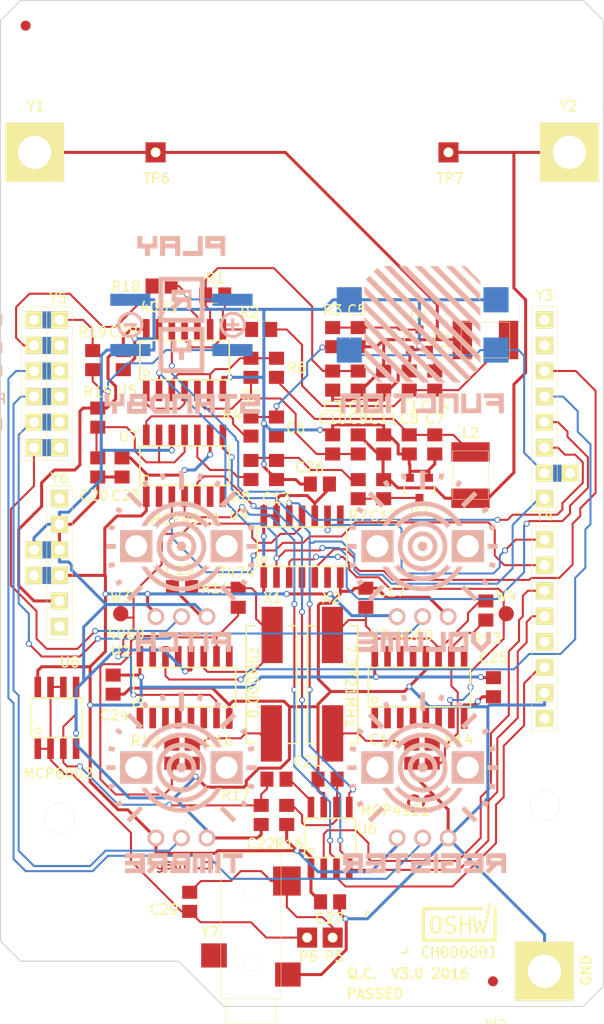
<source format=kicad_pcb>
(kicad_pcb (version 20171130) (host pcbnew "(5.1.12)-1")
  (layers (0 F.Cu signal) (31 B.Cu signal) (34 B.Paste user hide) (35 F.Paste user hide) (36 B.SilkS user hide) (37 F.SilkS user hide) (38 B.Mask user hide) (39 F.Mask user hide) (44 Edge.Cuts user))
  (net 0 "")
  (net 1 "Net-(U5-Pad10)")
  (net 2 "Net-(C2-Pad1)")
  (net 3 "Net-(C1-Pad1)")
  (net 4 "Net-(C6-Pad1)")
  (net 5 VDD)
  (net 6 GND)
  (net 7 "Net-(C10-Pad1)")
  (net 8 "Net-(R1-Pad1)")
  (net 9 VoutB)
  (net 10 "Net-(C13-Pad1)")
  (net 11 "Net-(R11-Pad1)")
  (net 12 "Net-(C15-Pad1)")
  (net 13 "Net-(C16-Pad1)")
  (net 14 "Net-(R13-Pad1)")
  (net 15 "Net-(C17-Pad1)")
  (net 16 "Net-(C18-Pad1)")
  (net 17 VCC)
  (net 18 "Net-(U2-Pad7)")
  (net 19 "Net-(U3-Pad7)")
  (net 20 BUT)
  (net 21 VO_PITCH)
  (net 22 VO_VOL)
  (net 23 F_PITCH)
  (net 24 F_VOL)
  (net 25 "Net-(C5-Pad2)")
  (net 26 DAC_LATCH)
  (net 27 DAC_DI)
  (net 28 DAC_SCK)
  (net 29 DAC_CS)
  (net 30 DAC2_CS)
  (net 31 "Net-(C2-Pad2)")
  (net 32 VrefB)
  (net 33 "Net-(C21-Pad1)")
  (net 34 "Net-(C22-Pad1)")
  (net 35 "Net-(R17-Pad1)")
  (net 36 "Net-(D3-Pad2)")
  (net 37 "Net-(D4-Pad2)")
  (net 38 A0)
  (net 39 A1)
  (net 40 A2)
  (net 41 A3)
  (net 42 LED_GREEN)
  (net 43 LED_RED)
  (net 44 "Net-(C7-Pad1)")
  (net 45 "Net-(C11-Pad1)")
  (net 46 "Net-(C12-Pad2)")
  (net 47 "Net-(R4-Pad2)")
  (net 48 "Net-(R5-Pad1)")
  (net 49 SAMPLE_CLK)
  (net 50 "Net-(C29-Pad1)")
  (net 51 "Net-(C29-Pad2)")
  (net 52 "Net-(U5-Pad1)")
  (module GaudiLabsFootPrints:SMD_Pinheader_1_OT_BLANK (layer B.Cu) (at 64.6 117.9)
    (fp_text reference P7_10 (at -8.89 0 180) (layer B.SilkS) (effects (justify mirror)))
    (fp_text value CONN_01X01)
    (pad 1 smd rect (at 0 0) (size 1.7 1.7) (layers B.Cu B.Mask))
  )
  (module GaudiLabsFootPrints:SOIC-14_N (layer F.Cu) (at 78.316 96.5)
    (fp_text reference U5 (at -5.715 3.048) (layer F.SilkS))
    (fp_text value 4069)
    (pad 1 smd rect (at -3.81 3.0734) (size 0.6604 2.032) (layers F.Cu F.Paste F.Mask) (net 52 "Net-(U5-Pad1)"))
    (pad 2 smd rect (at -2.54 3.0734) (size 0.6604 2.032) (layers F.Cu F.Paste F.Mask) (net 22 VO_VOL))
    (pad 3 smd rect (at -1.27 3.0734) (size 0.6604 2.032) (layers F.Cu F.Paste F.Mask) (net 48 "Net-(R5-Pad1)"))
    (pad 4 smd rect (at 0 3.0734) (size 0.6604 2.032) (layers F.Cu F.Paste F.Mask) (net 52 "Net-(U5-Pad1)"))
    (pad 5 smd rect (at 1.27 3.0734) (size 0.6604 2.032) (layers F.Cu F.Paste F.Mask) (net 7 "Net-(C10-Pad1)"))
    (pad 6 smd rect (at 2.54 3.0734) (size 0.6604 2.032) (layers F.Cu F.Paste F.Mask) (net 48 "Net-(R5-Pad1)"))
    (pad 7 smd rect (at 3.81 3.0734) (size 0.6604 2.032) (layers F.Cu F.Paste F.Mask) (net 6 GND))
    (pad 8 smd rect (at 3.81 -3.0734) (size 0.6604 2.032) (layers F.Cu F.Paste F.Mask) (net 8 "Net-(R1-Pad1)"))
    (pad 9 smd rect (at 2.54 -3.0734) (size 0.6604 2.032) (layers F.Cu F.Paste F.Mask) (net 31 "Net-(C2-Pad2)"))
    (pad 11 smd rect (at 0 -3.0734) (size 0.6604 2.032) (layers F.Cu F.Paste F.Mask) (net 8 "Net-(R1-Pad1)"))
    (pad 12 smd rect (at -1.27 -3.0734) (size 0.6604 2.032) (layers F.Cu F.Paste F.Mask) (net 21 VO_PITCH))
    (pad 13 smd rect (at -2.54 -3.0734) (size 0.6604 2.032) (layers F.Cu F.Paste F.Mask) (net 1 "Net-(U5-Pad10)"))
    (pad 14 smd rect (at -3.81 -3.0734) (size 0.6604 2.032) (layers F.Cu F.Paste F.Mask) (net 5 VDD))
    (pad 10 smd rect (at 1.27 -3.0734) (size 0.6604 2.032) (layers F.Cu F.Paste F.Mask) (net 1 "Net-(U5-Pad10)"))
  )
  (module GaudiLabsFootPrints:SMD_Pinheader_6_OT (layer F.Cu) (at 65.87 116.63 90)
    (fp_text reference Y6 (at 8.382 0 180) (layer F.SilkS))
    (fp_text value CONN_01X06)
    (pad 4 thru_hole rect (at -1.27 0 90) (size 1.7 1.7) (drill 1) (layers *.Cu *.Mask F.SilkS) (net 17 VCC))
    (pad 6 thru_hole rect (at -6.35 0 90) (size 1.7 1.7) (drill 1) (layers *.Cu *.Mask F.SilkS))
    (pad 5 thru_hole rect (at -3.81 0 90) (size 1.7 1.7) (drill 1) (layers *.Cu *.Mask F.SilkS) (net 5 VDD))
    (pad 3 thru_hole rect (at 1.27 0 90) (size 1.7 1.7) (drill 1) (layers *.Cu *.Mask F.SilkS) (net 6 GND))
    (pad 2 thru_hole rect (at 3.81 0 90) (size 1.7 1.7) (drill 1) (layers *.Cu *.Mask F.SilkS) (net 6 GND))
    (pad 1 thru_hole rect (at 6.35 0 90) (size 1.7 1.7) (drill 1) (layers *.Cu *.Mask F.SilkS))
  )
  (module GaudiLabsFootPrints:COIL (layer F.Cu) (at 108.25 94.5 90)
    (fp_text reference L1 (at 0 -4.191 270) (layer F.SilkS))
    (fp_text value 1mH)
    (pad 2 smd rect (at 0 2.3 90) (size 3.81 1.9304) (layers F.Cu F.Paste F.Mask) (net 3 "Net-(C1-Pad1)"))
    (pad 1 smd rect (at 0 -2.3 90) (size 3.81 1.9304) (layers F.Cu F.Paste F.Mask) (net 2 "Net-(C2-Pad1)"))
  )
  (module GaudiLabsFootPrints:COIL (layer F.Cu) (at 106.764 107.93 180)
    (fp_text reference L2 (at 0 4.191) (layer F.SilkS))
    (fp_text value 1mH)
    (pad 2 smd rect (at 0 2.3 180) (size 3.81 1.9304) (layers F.Cu F.Paste F.Mask) (net 44 "Net-(C7-Pad1)"))
    (pad 1 smd rect (at 0 -2.3 180) (size 3.81 1.9304) (layers F.Cu F.Paste F.Mask) (net 45 "Net-(C11-Pad1)"))
  )
  (module Crystals:Crystal_HC49-SD_SMD (layer F.Cu) (at 86.952 128.758 270)
    (fp_text reference X1 (at -8.636 -0.127) (layer F.SilkS))
    (fp_text value 8MHz)
    (pad 1 smd rect (at -4.941 -0.076 270) (size 5.6007 2.10058) (layers F.Cu F.Paste F.Mask) (net 12 "Net-(C15-Pad1)"))
    (pad 2 smd rect (at 4.84886 0 270) (size 5.6007 2.10058) (layers F.Cu F.Paste F.Mask) (net 13 "Net-(C16-Pad1)"))
  )
  (module Crystals:Crystal_HC49-SD_SMD (layer F.Cu) (at 93.048 128.758 270)
    (fp_text reference X2 (at -8.636 0.127) (layer F.SilkS))
    (fp_text value 7.3721MHz)
    (pad 1 smd rect (at -4.941 0.02 270) (size 5.6007 2.10058) (layers F.Cu F.Paste F.Mask) (net 15 "Net-(C17-Pad1)"))
    (pad 2 smd rect (at 4.84886 0 270) (size 5.6007 2.10058) (layers F.Cu F.Paste F.Mask) (net 16 "Net-(C18-Pad1)"))
  )
  (module GaudiLabsFootPrints:MountPad3 (layer F.Cu) (at 63.4 75.85)
    (fp_text reference Y1 (at 0.1 -4.6) (layer F.SilkS))
    (fp_text value MountPad3)
    (pad 1 thru_hole rect (at 0 0) (size 5.842 5.842) (drill 3.3) (layers *.Cu *.Mask F.SilkS) (net 2 "Net-(C2-Pad1)"))
  )
  (module GaudiLabsFootPrints:MountPad3 (layer F.Cu) (at 116.6 75.85)
    (fp_text reference Y2 (at -0.1 -4.6) (layer F.SilkS))
    (fp_text value MountPad3)
    (pad 1 thru_hole rect (at 0 0) (size 5.842 5.842) (drill 3.3) (layers *.Cu *.Mask F.SilkS) (net 45 "Net-(C11-Pad1)"))
  )
  (module TO_SOT_Packages_SMD:SOT-23 (layer F.Cu) (at 101.684 94.468)
    (fp_text reference D1 (at 0 -2.286 180) (layer F.SilkS))
    (fp_text value BB914)
    (pad 1 smd rect (at -0.95 1.00076) (size 0.8001 0.8001) (layers F.Cu F.Paste F.Mask) (net 6 GND))
    (pad 2 smd rect (at 0.95 1.00076) (size 0.8001 0.8001) (layers F.Cu F.Paste F.Mask) (net 6 GND))
    (pad 3 smd rect (at 0 -0.99822) (size 0.8001 0.8001) (layers F.Cu F.Paste F.Mask) (net 25 "Net-(C5-Pad2)"))
  )
  (module TO_SOT_Packages_SMD:SOT-23 (layer F.Cu) (at 101.684 109.2 180)
    (fp_text reference D2 (at 0 -2.286) (layer F.SilkS))
    (fp_text value BB914)
    (pad 1 smd rect (at -0.95 1.00076 180) (size 0.8001 0.8001) (layers F.Cu F.Paste F.Mask) (net 6 GND))
    (pad 2 smd rect (at 0.95 1.00076 180) (size 0.8001 0.8001) (layers F.Cu F.Paste F.Mask) (net 6 GND))
    (pad 3 smd rect (at 0 -0.99822 180) (size 0.8001 0.8001) (layers F.Cu F.Paste F.Mask) (net 46 "Net-(C12-Pad2)"))
  )
  (module GaudiLabsFootPrints:0805G (layer F.Cu) (at 95.588 109.327)
    (fp_text reference R7 (at 0 2.667 180) (layer F.SilkS))
    (fp_text value 100k)
    (pad 1 smd rect (at 0 -0.95) (size 1.5 1.2954) (layers F.Cu F.Paste F.Mask) (net 10 "Net-(C13-Pad1)"))
    (pad 2 smd rect (at 0 0.95) (size 1.5 1.2954) (layers F.Cu F.Paste F.Mask) (net 46 "Net-(C12-Pad2)"))
  )
  (module GaudiLabsFootPrints:0805G (layer F.Cu) (at 69.172 96.5 180)
    (fp_text reference R19 (at 0 2.794) (layer F.SilkS))
    (fp_text value 470)
    (pad 1 smd rect (at 0 -0.95 180) (size 1.5 1.2954) (layers F.Cu F.Paste F.Mask) (net 37 "Net-(D4-Pad2)"))
    (pad 2 smd rect (at 0 0.95 180) (size 1.5 1.2954) (layers F.Cu F.Paste F.Mask) (net 43 LED_RED))
  )
  (module GaudiLabsFootPrints:0805G (layer F.Cu) (at 76.03 89.134 270)
    (fp_text reference R18 (at 0.064 3.556) (layer F.SilkS))
    (fp_text value 470)
    (pad 1 smd rect (at 0 -0.95 270) (size 1.5 1.2954) (layers F.Cu F.Paste F.Mask) (net 36 "Net-(D3-Pad2)"))
    (pad 2 smd rect (at 0 0.95 270) (size 1.5 1.2954) (layers F.Cu F.Paste F.Mask) (net 42 LED_GREEN))
  )
  (module GaudiLabsFootPrints:0805G (layer F.Cu) (at 72.22 96.5)
    (fp_text reference C28 (at 0 -2.794) (layer F.SilkS))
    (fp_text value 100nF)
    (pad 1 smd rect (at 0 -0.95) (size 1.5 1.2954) (layers F.Cu F.Paste F.Mask) (net 5 VDD))
    (pad 2 smd rect (at 0 0.95) (size 1.5 1.2954) (layers F.Cu F.Paste F.Mask) (net 6 GND))
  )
  (module GaudiLabsFootPrints:0805G (layer F.Cu) (at 92.794 150.348 90)
    (fp_text reference C27 (at -1.652 -0.044 180) (layer F.SilkS))
    (fp_text value 100nF)
    (pad 1 smd rect (at 0 -0.95 90) (size 1.5 1.2954) (layers F.Cu F.Paste F.Mask) (net 17 VCC))
    (pad 2 smd rect (at 0 0.95 90) (size 1.5 1.2954) (layers F.Cu F.Paste F.Mask) (net 6 GND))
  )
  (module GaudiLabsFootPrints:0805G (layer F.Cu) (at 91.778 108.819 270)
    (fp_text reference C26 (at -1.651 1.016) (layer F.SilkS))
    (fp_text value 100nF)
    (pad 1 smd rect (at 0 -0.95 270) (size 1.5 1.2954) (layers F.Cu F.Paste F.Mask) (net 17 VCC))
    (pad 2 smd rect (at 0 0.95 270) (size 1.5 1.2954) (layers F.Cu F.Paste F.Mask) (net 6 GND))
  )
  (module GaudiLabsFootPrints:0805G (layer F.Cu) (at 109.05 129.012)
    (fp_text reference C25 (at 0 -2.921) (layer F.SilkS))
    (fp_text value 100nF)
    (pad 1 smd rect (at 0 -0.95) (size 1.5 1.2954) (layers F.Cu F.Paste F.Mask) (net 17 VCC))
    (pad 2 smd rect (at 0 0.95) (size 1.5 1.2954) (layers F.Cu F.Paste F.Mask) (net 6 GND))
  )
  (module GaudiLabsFootPrints:0805G (layer F.Cu) (at 71.204 128.758)
    (fp_text reference C24 (at 0.127 3.048) (layer F.SilkS))
    (fp_text value 100nF)
    (pad 1 smd rect (at 0 -0.95) (size 1.5 1.2954) (layers F.Cu F.Paste F.Mask) (net 17 VCC))
    (pad 2 smd rect (at 0 0.95) (size 1.5 1.2954) (layers F.Cu F.Paste F.Mask) (net 6 GND))
  )
  (module GaudiLabsFootPrints:0805G (layer F.Cu) (at 72.093 107.168)
    (fp_text reference C23 (at 0.381 2.794) (layer F.SilkS))
    (fp_text value 100nF)
    (pad 1 smd rect (at 0 -0.95) (size 1.5 1.2954) (layers F.Cu F.Paste F.Mask) (net 17 VCC))
    (pad 2 smd rect (at 0 0.95) (size 1.5 1.2954) (layers F.Cu F.Paste F.Mask) (net 6 GND))
  )
  (module GaudiLabsFootPrints:0805G (layer F.Cu) (at 87.46 138.156 270)
    (fp_text reference R17 (at 1.588 4.064) (layer F.SilkS))
    (fp_text value 2.2k)
    (pad 1 smd rect (at 0 -0.95 270) (size 1.5 1.2954) (layers F.Cu F.Paste F.Mask) (net 35 "Net-(R17-Pad1)"))
    (pad 2 smd rect (at 0 0.95 270) (size 1.5 1.2954) (layers F.Cu F.Paste F.Mask) (net 34 "Net-(C22-Pad1)"))
  )
  (module GaudiLabsFootPrints:0805G (layer F.Cu) (at 88.476 141.712)
    (fp_text reference R16 (at 0.254 2.858 180) (layer F.SilkS))
    (fp_text value 100k)
    (pad 1 smd rect (at 0 -0.95) (size 1.5 1.2954) (layers F.Cu F.Paste F.Mask) (net 33 "Net-(C21-Pad1)"))
    (pad 2 smd rect (at 0 0.95) (size 1.5 1.2954) (layers F.Cu F.Paste F.Mask) (net 17 VCC))
  )
  (module GaudiLabsFootPrints:0805G (layer F.Cu) (at 69.68 102.215 180)
    (fp_text reference R15 (at 0 2.54) (layer F.SilkS))
    (fp_text value 100k)
    (pad 1 smd rect (at 0 -0.95 180) (size 1.5 1.2954) (layers F.Cu F.Paste F.Mask) (net 32 VrefB))
    (pad 2 smd rect (at 0 0.95 180) (size 1.5 1.2954) (layers F.Cu F.Paste F.Mask) (net 5 VDD))
  )
  (module GaudiLabsFootPrints:0805G (layer F.Cu) (at 85.936 141.712)
    (fp_text reference C22 (at 0 2.858 180) (layer F.SilkS))
    (fp_text value 10n)
    (pad 1 smd rect (at 0 -0.95) (size 1.5 1.2954) (layers F.Cu F.Paste F.Mask) (net 34 "Net-(C22-Pad1)"))
    (pad 2 smd rect (at 0 0.95) (size 1.5 1.2954) (layers F.Cu F.Paste F.Mask) (net 6 GND))
  )
  (module GaudiLabsFootPrints:0805G (layer F.Cu) (at 92.54 138.156 270)
    (fp_text reference C21 (at -1.778 2.032) (layer F.SilkS))
    (fp_text value 100n)
    (pad 1 smd rect (at 0 -0.95 270) (size 1.5 1.2954) (layers F.Cu F.Paste F.Mask) (net 33 "Net-(C21-Pad1)"))
    (pad 2 smd rect (at 0 0.95 270) (size 1.5 1.2954) (layers F.Cu F.Paste F.Mask) (net 6 GND))
  )
  (module GaudiLabsFootPrints:0805G (layer F.Cu) (at 69.68 107.168)
    (fp_text reference C20 (at -0.381 2.794) (layer F.SilkS))
    (fp_text value 100n)
    (pad 1 smd rect (at 0 -0.95) (size 1.5 1.2954) (layers F.Cu F.Paste F.Mask) (net 32 VrefB))
    (pad 2 smd rect (at 0 0.95) (size 1.5 1.2954) (layers F.Cu F.Paste F.Mask) (net 6 GND))
  )
  (module GaudiLabsFootPrints:0805G (layer F.Cu) (at 100.922 135.616)
    (fp_text reference C18 (at -2.794 -1.397) (layer F.SilkS))
    (fp_text value 33pF)
    (pad 1 smd rect (at 0 -0.95) (size 1.5 1.2954) (layers F.Cu F.Paste F.Mask) (net 16 "Net-(C18-Pad1)"))
    (pad 2 smd rect (at 0 0.95) (size 1.5 1.2954) (layers F.Cu F.Paste F.Mask) (net 6 GND))
  )
  (module GaudiLabsFootPrints:0805G (layer F.Cu) (at 96.35 120.122 180)
    (fp_text reference C17 (at -2.54 0.635 180) (layer F.SilkS))
    (fp_text value 33pF)
    (pad 1 smd rect (at 0 -0.95 180) (size 1.5 1.2954) (layers F.Cu F.Paste F.Mask) (net 15 "Net-(C17-Pad1)"))
    (pad 2 smd rect (at 0 0.95 180) (size 1.5 1.2954) (layers F.Cu F.Paste F.Mask) (net 6 GND))
  )
  (module GaudiLabsFootPrints:0805G (layer F.Cu) (at 79.078 135.616)
    (fp_text reference C16 (at 2.667 -1.27) (layer F.SilkS))
    (fp_text value 33pF)
    (pad 1 smd rect (at 0 -0.95) (size 1.5 1.2954) (layers F.Cu F.Paste F.Mask) (net 13 "Net-(C16-Pad1)"))
    (pad 2 smd rect (at 0 0.95) (size 1.5 1.2954) (layers F.Cu F.Paste F.Mask) (net 6 GND))
  )
  (module GaudiLabsFootPrints:0805G (layer F.Cu) (at 78.062 119.106 270)
    (fp_text reference C15 (at -1.778 0.254) (layer F.SilkS))
    (fp_text value 33pF)
    (pad 1 smd rect (at 0 -0.95 270) (size 1.5 1.2954) (layers F.Cu F.Paste F.Mask) (net 12 "Net-(C15-Pad1)"))
    (pad 2 smd rect (at 0 0.95 270) (size 1.5 1.2954) (layers F.Cu F.Paste F.Mask) (net 6 GND))
  )
  (module GaudiLabsFootPrints:0805G (layer F.Cu) (at 87.46 107.422)
    (fp_text reference C13 (at 0 2.794) (layer F.SilkS))
    (fp_text value 100nF)
    (pad 1 smd rect (at 0 -0.95) (size 1.5 1.2954) (layers F.Cu F.Paste F.Mask) (net 10 "Net-(C13-Pad1)"))
    (pad 2 smd rect (at 0 0.95) (size 1.5 1.2954) (layers F.Cu F.Paste F.Mask) (net 6 GND))
  )
  (module GaudiLabsFootPrints:0805G (layer F.Cu) (at 98.128 109.327)
    (fp_text reference C12 (at 0 2.667 -180) (layer F.SilkS))
    (fp_text value 470pF)
    (pad 1 smd rect (at 0 -0.95) (size 1.5 1.2954) (layers F.Cu F.Paste F.Mask) (net 45 "Net-(C11-Pad1)"))
    (pad 2 smd rect (at 0 0.95) (size 1.5 1.2954) (layers F.Cu F.Paste F.Mask) (net 46 "Net-(C12-Pad2)"))
  )
  (module GaudiLabsFootPrints:0805G (layer F.Cu) (at 98.128 104.882 180)
    (fp_text reference C11 (at 0 2.54 180) (layer F.SilkS))
    (fp_text value 0)
    (pad 1 smd rect (at 0 -0.95 180) (size 1.5 1.2954) (layers F.Cu F.Paste F.Mask) (net 45 "Net-(C11-Pad1)"))
    (pad 2 smd rect (at 0 0.95 180) (size 1.5 1.2954) (layers F.Cu F.Paste F.Mask) (net 6 GND))
  )
  (module GaudiLabsFootPrints:0805G (layer F.Cu) (at 93.048 104.882 180)
    (fp_text reference C10 (at 0 2.54 180) (layer F.SilkS))
    (fp_text value 150pF)
    (pad 1 smd rect (at 0 -0.95 180) (size 1.5 1.2954) (layers F.Cu F.Paste F.Mask) (net 7 "Net-(C10-Pad1)"))
    (pad 2 smd rect (at 0 0.95 180) (size 1.5 1.2954) (layers F.Cu F.Paste F.Mask) (net 6 GND))
  )
  (module GaudiLabsFootPrints:0805G (layer F.Cu) (at 95.588 104.882)
    (fp_text reference C9 (at 0 -2.54) (layer F.SilkS))
    (fp_text value 150pF)
    (pad 1 smd rect (at 0 -0.95) (size 1.5 1.2954) (layers F.Cu F.Paste F.Mask) (net 45 "Net-(C11-Pad1)"))
    (pad 2 smd rect (at 0 0.95) (size 1.5 1.2954) (layers F.Cu F.Paste F.Mask) (net 7 "Net-(C10-Pad1)"))
  )
  (module GaudiLabsFootPrints:0805G (layer F.Cu) (at 100.668 104.882)
    (fp_text reference C8 (at 0 -2.54) (layer F.SilkS))
    (fp_text value 330pF)
    (pad 1 smd rect (at 0 -0.95) (size 1.5 1.2954) (layers F.Cu F.Paste F.Mask) (net 44 "Net-(C7-Pad1)"))
    (pad 2 smd rect (at 0 0.95) (size 1.5 1.2954) (layers F.Cu F.Paste F.Mask) (net 6 GND))
  )
  (module GaudiLabsFootPrints:0805G (layer F.Cu) (at 87.46 103.104)
    (fp_text reference C6 (at 1.905 0.127) (layer F.SilkS))
    (fp_text value 100nF)
    (pad 1 smd rect (at 0 -0.95) (size 1.5 1.2954) (layers F.Cu F.Paste F.Mask) (net 4 "Net-(C6-Pad1)"))
    (pad 2 smd rect (at 0 0.95) (size 1.5 1.2954) (layers F.Cu F.Paste F.Mask) (net 6 GND))
  )
  (module GaudiLabsFootPrints:0805G (layer F.Cu) (at 95.588 94.214 180)
    (fp_text reference C5 (at 0.127 2.667 180) (layer F.SilkS))
    (fp_text value 470pF)
    (pad 1 smd rect (at 0 -0.95 180) (size 1.5 1.2954) (layers F.Cu F.Paste F.Mask) (net 2 "Net-(C2-Pad1)"))
    (pad 2 smd rect (at 0 0.95 180) (size 1.5 1.2954) (layers F.Cu F.Paste F.Mask) (net 25 "Net-(C5-Pad2)"))
  )
  (module GaudiLabsFootPrints:0805G (layer F.Cu) (at 98.128 98.532)
    (fp_text reference C4 (at 0 2.54) (layer F.SilkS))
    (fp_text value 15nF?)
    (pad 1 smd rect (at 0 -0.95) (size 1.5 1.2954) (layers F.Cu F.Paste F.Mask) (net 2 "Net-(C2-Pad1)"))
    (pad 2 smd rect (at 0 0.95) (size 1.5 1.2954) (layers F.Cu F.Paste F.Mask) (net 6 GND))
  )
  (module GaudiLabsFootPrints:0805G (layer F.Cu) (at 93.048 98.532)
    (fp_text reference C3 (at 0 2.54) (layer F.SilkS))
    (fp_text value 150pF)
    (pad 1 smd rect (at 0 -0.95) (size 1.5 1.2954) (layers F.Cu F.Paste F.Mask) (net 31 "Net-(C2-Pad2)"))
    (pad 2 smd rect (at 0 0.95) (size 1.5 1.2954) (layers F.Cu F.Paste F.Mask) (net 6 GND))
  )
  (module GaudiLabsFootPrints:0805G (layer F.Cu) (at 95.588 98.532 180)
    (fp_text reference C2 (at 0 -2.54 180) (layer F.SilkS))
    (fp_text value 150pF)
    (pad 1 smd rect (at 0 -0.95 180) (size 1.5 1.2954) (layers F.Cu F.Paste F.Mask) (net 2 "Net-(C2-Pad1)"))
    (pad 2 smd rect (at 0 0.95 180) (size 1.5 1.2954) (layers F.Cu F.Paste F.Mask) (net 31 "Net-(C2-Pad2)"))
  )
  (module GaudiLabsFootPrints:0805G (layer F.Cu) (at 100.668 98.532 180)
    (fp_text reference C1 (at 0 -2.54 180) (layer F.SilkS))
    (fp_text value "220pF 270pF?")
    (pad 1 smd rect (at 0 -0.95 180) (size 1.5 1.2954) (layers F.Cu F.Paste F.Mask) (net 3 "Net-(C1-Pad1)"))
    (pad 2 smd rect (at 0 0.95 180) (size 1.5 1.2954) (layers F.Cu F.Paste F.Mask) (net 6 GND))
  )
  (module GaudiLabsFootPrints:0805G (layer F.Cu) (at 102.954 135.616)
    (fp_text reference R14 (at 2.667 -1.397) (layer F.SilkS))
    (fp_text value 470)
    (pad 1 smd rect (at 0 -0.95) (size 1.5 1.2954) (layers F.Cu F.Paste F.Mask) (net 16 "Net-(C18-Pad1)"))
    (pad 2 smd rect (at 0 0.95) (size 1.5 1.2954) (layers F.Cu F.Paste F.Mask) (net 14 "Net-(R13-Pad1)"))
  )
  (module GaudiLabsFootPrints:0805G (layer F.Cu) (at 108.288 121.392 180)
    (fp_text reference R13 (at -0.127 -2.794 180) (layer F.SilkS))
    (fp_text value 4.7M)
    (pad 1 smd rect (at 0 -0.95 180) (size 1.5 1.2954) (layers F.Cu F.Paste F.Mask) (net 14 "Net-(R13-Pad1)"))
    (pad 2 smd rect (at 0 0.95 180) (size 1.5 1.2954) (layers F.Cu F.Paste F.Mask) (net 15 "Net-(C17-Pad1)"))
  )
  (module GaudiLabsFootPrints:0805G (layer F.Cu) (at 77.046 135.616)
    (fp_text reference R12 (at -2.667 -1.27) (layer F.SilkS))
    (fp_text value 470)
    (pad 1 smd rect (at 0 -0.95) (size 1.5 1.2954) (layers F.Cu F.Paste F.Mask) (net 13 "Net-(C16-Pad1)"))
    (pad 2 smd rect (at 0 0.95) (size 1.5 1.2954) (layers F.Cu F.Paste F.Mask) (net 11 "Net-(R11-Pad1)"))
  )
  (module GaudiLabsFootPrints:0805G (layer F.Cu) (at 83.65 120.122 180)
    (fp_text reference R11 (at 2.286 0.952 180) (layer F.SilkS))
    (fp_text value 4.7M)
    (pad 1 smd rect (at 0 -0.95 180) (size 1.5 1.2954) (layers F.Cu F.Paste F.Mask) (net 11 "Net-(R11-Pad1)"))
    (pad 2 smd rect (at 0 0.95 180) (size 1.5 1.2954) (layers F.Cu F.Paste F.Mask) (net 12 "Net-(C15-Pad1)"))
  )
  (module GaudiLabsFootPrints:0805G (layer F.Cu) (at 84.92 107.422)
    (fp_text reference R8 (at -1.016 2.667) (layer F.SilkS))
    (fp_text value 100k)
    (pad 1 smd rect (at 0 -0.95) (size 1.5 1.2954) (layers F.Cu F.Paste F.Mask) (net 10 "Net-(C13-Pad1)"))
    (pad 2 smd rect (at 0 0.95) (size 1.5 1.2954) (layers F.Cu F.Paste F.Mask) (net 9 VoutB))
  )
  (module GaudiLabsFootPrints:0805G (layer F.Cu) (at 87.46 97.262 180)
    (fp_text reference R6 (at -2.032 0 180) (layer F.SilkS))
    (fp_text value 2.2k)
    (pad 1 smd rect (at 0 -0.95 180) (size 1.5 1.2954) (layers F.Cu F.Paste F.Mask) (net 44 "Net-(C7-Pad1)"))
    (pad 2 smd rect (at 0 0.95 180) (size 1.5 1.2954) (layers F.Cu F.Paste F.Mask) (net 48 "Net-(R5-Pad1)"))
  )
  (module GaudiLabsFootPrints:0805G (layer F.Cu) (at 84.92 97.262)
    (fp_text reference R5 (at 0 2.794) (layer F.SilkS))
    (fp_text value 4.7M)
    (pad 1 smd rect (at 0 -0.95) (size 1.5 1.2954) (layers F.Cu F.Paste F.Mask) (net 48 "Net-(R5-Pad1)"))
    (pad 2 smd rect (at 0 0.95) (size 1.5 1.2954) (layers F.Cu F.Paste F.Mask) (net 7 "Net-(C10-Pad1)"))
  )
  (module GaudiLabsFootPrints:0805G (layer F.Cu) (at 84.92 103.104)
    (fp_text reference R4 (at -1.905 -1.143) (layer F.SilkS))
    (fp_text value 100k)
    (pad 1 smd rect (at 0 -0.95) (size 1.5 1.2954) (layers F.Cu F.Paste F.Mask) (net 4 "Net-(C6-Pad1)"))
    (pad 2 smd rect (at 0 0.95) (size 1.5 1.2954) (layers F.Cu F.Paste F.Mask) (net 47 "Net-(R4-Pad2)"))
  )
  (module GaudiLabsFootPrints:0805G (layer F.Cu) (at 93.048 94.214 180)
    (fp_text reference R3 (at 0 2.667 180) (layer F.SilkS))
    (fp_text value 100k)
    (pad 1 smd rect (at 0 -0.95 180) (size 1.5 1.2954) (layers F.Cu F.Paste F.Mask) (net 4 "Net-(C6-Pad1)"))
    (pad 2 smd rect (at 0 0.95 180) (size 1.5 1.2954) (layers F.Cu F.Paste F.Mask) (net 25 "Net-(C5-Pad2)"))
  )
  (module GaudiLabsFootPrints:0805G (layer F.Cu) (at 81.364 90.023 270)
    (fp_text reference R1 (at -1.651 0) (layer F.SilkS))
    (fp_text value 4.7M)
    (pad 1 smd rect (at 0 -0.95 270) (size 1.5 1.2954) (layers F.Cu F.Paste F.Mask) (net 8 "Net-(R1-Pad1)"))
    (pad 2 smd rect (at 0 0.95 270) (size 1.5 1.2954) (layers F.Cu F.Paste F.Mask) (net 31 "Net-(C2-Pad2)"))
  )
  (module GaudiLabsFootPrints:0805G (layer F.Cu) (at 85.936 93.452 270)
    (fp_text reference R2 (at -1.651 1.143) (layer F.SilkS))
    (fp_text value 2.2k)
    (pad 1 smd rect (at 0 -0.95 270) (size 1.5 1.2954) (layers F.Cu F.Paste F.Mask) (net 3 "Net-(C1-Pad1)"))
    (pad 2 smd rect (at 0 0.95 270) (size 1.5 1.2954) (layers F.Cu F.Paste F.Mask) (net 8 "Net-(R1-Pad1)"))
  )
  (module GaudiLabsFootPrints:0805G (layer F.Cu) (at 78.824 150.348 180)
    (fp_text reference C29 (at 2.54 -0.762 180) (layer F.SilkS))
    (fp_text value 10uF)
    (pad 1 smd rect (at 0 -0.95 180) (size 1.5 1.2954) (layers F.Cu F.Paste F.Mask) (net 50 "Net-(C29-Pad1)"))
    (pad 2 smd rect (at 0 0.95 180) (size 1.5 1.2954) (layers F.Cu F.Paste F.Mask) (net 51 "Net-(C29-Pad2)"))
  )
  (module GaudiLabsFootPrints:SOIC-14_N (layer F.Cu) (at 78.316 107)
    (fp_text reference U7 (at -5.588 -2.88) (layer F.SilkS))
    (fp_text value MCP4922-E/SL)
    (pad 1 smd rect (at -3.81 3.0734) (size 0.6604 2.032) (layers F.Cu F.Paste F.Mask) (net 17 VCC))
    (pad 2 smd rect (at -2.54 3.0734) (size 0.6604 2.032) (layers F.Cu F.Paste F.Mask))
    (pad 3 smd rect (at -1.27 3.0734) (size 0.6604 2.032) (layers F.Cu F.Paste F.Mask) (net 30 DAC2_CS))
    (pad 4 smd rect (at 0 3.0734) (size 0.6604 2.032) (layers F.Cu F.Paste F.Mask) (net 28 DAC_SCK))
    (pad 5 smd rect (at 1.27 3.0734) (size 0.6604 2.032) (layers F.Cu F.Paste F.Mask) (net 27 DAC_DI))
    (pad 6 smd rect (at 2.54 3.0734) (size 0.6604 2.032) (layers F.Cu F.Paste F.Mask))
    (pad 7 smd rect (at 3.81 3.0734) (size 0.6604 2.032) (layers F.Cu F.Paste F.Mask))
    (pad 8 smd rect (at 3.81 -3.0734) (size 0.6604 2.032) (layers F.Cu F.Paste F.Mask) (net 26 DAC_LATCH))
    (pad 9 smd rect (at 2.54 -3.0734) (size 0.6604 2.032) (layers F.Cu F.Paste F.Mask) (net 17 VCC))
    (pad 11 smd rect (at 0 -3.0734) (size 0.6604 2.032) (layers F.Cu F.Paste F.Mask) (net 32 VrefB))
    (pad 12 smd rect (at -1.27 -3.0734) (size 0.6604 2.032) (layers F.Cu F.Paste F.Mask) (net 6 GND))
    (pad 13 smd rect (at -2.54 -3.0734) (size 0.6604 2.032) (layers F.Cu F.Paste F.Mask) (net 32 VrefB))
    (pad 14 smd rect (at -3.81 -3.0734) (size 0.6604 2.032) (layers F.Cu F.Paste F.Mask) (net 47 "Net-(R4-Pad2)"))
    (pad 10 smd rect (at 1.27 -3.0734) (size 0.6604 2.032) (layers F.Cu F.Paste F.Mask) (net 9 VoutB))
  )
  (module GaudiLabsFootPrints:SOIC-14_N (layer F.Cu) (at 90 115.042)
    (fp_text reference U4 (at -6.281 -3.2) (layer F.SilkS))
    (fp_text value 74HC74)
    (pad 1 smd rect (at -3.81 3.0734) (size 0.6604 2.032) (layers F.Cu F.Paste F.Mask) (net 17 VCC))
    (pad 2 smd rect (at -2.54 3.0734) (size 0.6604 2.032) (layers F.Cu F.Paste F.Mask) (net 22 VO_VOL))
    (pad 3 smd rect (at -1.27 3.0734) (size 0.6604 2.032) (layers F.Cu F.Paste F.Mask) (net 19 "Net-(U3-Pad7)"))
    (pad 4 smd rect (at 0 3.0734) (size 0.6604 2.032) (layers F.Cu F.Paste F.Mask) (net 17 VCC))
    (pad 5 smd rect (at 1.27 3.0734) (size 0.6604 2.032) (layers F.Cu F.Paste F.Mask) (net 24 F_VOL))
    (pad 6 smd rect (at 2.54 3.0734) (size 0.6604 2.032) (layers F.Cu F.Paste F.Mask))
    (pad 7 smd rect (at 3.81 3.0734) (size 0.6604 2.032) (layers F.Cu F.Paste F.Mask) (net 6 GND))
    (pad 8 smd rect (at 3.81 -3.0734) (size 0.6604 2.032) (layers F.Cu F.Paste F.Mask))
    (pad 9 smd rect (at 2.54 -3.0734) (size 0.6604 2.032) (layers F.Cu F.Paste F.Mask) (net 23 F_PITCH))
    (pad 11 smd rect (at 0 -3.0734) (size 0.6604 2.032) (layers F.Cu F.Paste F.Mask) (net 18 "Net-(U2-Pad7)"))
    (pad 12 smd rect (at -1.27 -3.0734) (size 0.6604 2.032) (layers F.Cu F.Paste F.Mask) (net 21 VO_PITCH))
    (pad 13 smd rect (at -2.54 -3.0734) (size 0.6604 2.032) (layers F.Cu F.Paste F.Mask) (net 17 VCC))
    (pad 14 smd rect (at -3.81 -3.0734) (size 0.6604 2.032) (layers F.Cu F.Paste F.Mask) (net 17 VCC))
    (pad 10 smd rect (at 1.27 -3.0734) (size 0.6604 2.032) (layers F.Cu F.Paste F.Mask) (net 17 VCC))
  )
  (module GaudiLabsFootPrints:SOIC-16_N (layer F.Cu) (at 78.316 129.012)
    (fp_text reference U2 (at -6.35 -3.556) (layer F.SilkS))
    (fp_text value 4060)
    (pad 8 smd rect (at 4.445 3.1242) (size 0.6604 2.032) (layers F.Cu F.Paste F.Mask) (net 6 GND))
    (pad 9 smd rect (at 4.445 -3.0734) (size 0.6604 2.032) (layers F.Cu F.Paste F.Mask))
    (pad 1 smd rect (at -4.445 3.0734) (size 0.6604 2.032) (layers F.Cu F.Paste F.Mask))
    (pad 2 smd rect (at -3.175 3.0734) (size 0.6604 2.032) (layers F.Cu F.Paste F.Mask))
    (pad 3 smd rect (at -1.905 3.0734) (size 0.6604 2.032) (layers F.Cu F.Paste F.Mask))
    (pad 4 smd rect (at -0.635 3.0734) (size 0.6604 2.032) (layers F.Cu F.Paste F.Mask))
    (pad 5 smd rect (at 0.635 3.0734) (size 0.6604 2.032) (layers F.Cu F.Paste F.Mask))
    (pad 6 smd rect (at 1.905 3.0734) (size 0.6604 2.032) (layers F.Cu F.Paste F.Mask))
    (pad 7 smd rect (at 3.175 3.0734) (size 0.6604 2.032) (layers F.Cu F.Paste F.Mask) (net 18 "Net-(U2-Pad7)"))
    (pad 10 smd rect (at 3.175 -3.0734) (size 0.6604 2.032) (layers F.Cu F.Paste F.Mask) (net 11 "Net-(R11-Pad1)"))
    (pad 11 smd rect (at 1.905 -3.0734) (size 0.6604 2.032) (layers F.Cu F.Paste F.Mask) (net 12 "Net-(C15-Pad1)"))
    (pad 13 smd rect (at -0.635 -3.0734) (size 0.6604 2.032) (layers F.Cu F.Paste F.Mask))
    (pad 14 smd rect (at -1.905 -3.0734) (size 0.6604 2.032) (layers F.Cu F.Paste F.Mask) (net 49 SAMPLE_CLK))
    (pad 15 smd rect (at -3.175 -3.0734) (size 0.6604 2.032) (layers F.Cu F.Paste F.Mask))
    (pad 16 smd rect (at -4.445 -3.0734) (size 0.6604 2.032) (layers F.Cu F.Paste F.Mask) (net 17 VCC))
    (pad 12 smd rect (at 0.635 -3.0734) (size 0.6604 2.032) (layers F.Cu F.Paste F.Mask) (net 6 GND))
  )
  (module GaudiLabsFootPrints:SOIC-16_N (layer F.Cu) (at 101.684 129.012)
    (fp_text reference U3 (at -4.0005 -5.1435) (layer F.SilkS))
    (fp_text value 4060)
    (pad 8 smd rect (at 4.445 3.1242) (size 0.6604 2.032) (layers F.Cu F.Paste F.Mask) (net 6 GND))
    (pad 9 smd rect (at 4.445 -3.0734) (size 0.6604 2.032) (layers F.Cu F.Paste F.Mask))
    (pad 1 smd rect (at -4.445 3.0734) (size 0.6604 2.032) (layers F.Cu F.Paste F.Mask))
    (pad 2 smd rect (at -3.175 3.0734) (size 0.6604 2.032) (layers F.Cu F.Paste F.Mask))
    (pad 3 smd rect (at -1.905 3.0734) (size 0.6604 2.032) (layers F.Cu F.Paste F.Mask))
    (pad 4 smd rect (at -0.635 3.0734) (size 0.6604 2.032) (layers F.Cu F.Paste F.Mask))
    (pad 5 smd rect (at 0.635 3.0734) (size 0.6604 2.032) (layers F.Cu F.Paste F.Mask))
    (pad 6 smd rect (at 1.905 3.0734) (size 0.6604 2.032) (layers F.Cu F.Paste F.Mask))
    (pad 7 smd rect (at 3.175 3.0734) (size 0.6604 2.032) (layers F.Cu F.Paste F.Mask) (net 19 "Net-(U3-Pad7)"))
    (pad 10 smd rect (at 3.175 -3.0734) (size 0.6604 2.032) (layers F.Cu F.Paste F.Mask) (net 14 "Net-(R13-Pad1)"))
    (pad 11 smd rect (at 1.905 -3.0734) (size 0.6604 2.032) (layers F.Cu F.Paste F.Mask) (net 15 "Net-(C17-Pad1)"))
    (pad 13 smd rect (at -0.635 -3.0734) (size 0.6604 2.032) (layers F.Cu F.Paste F.Mask))
    (pad 14 smd rect (at -1.905 -3.0734) (size 0.6604 2.032) (layers F.Cu F.Paste F.Mask))
    (pad 15 smd rect (at -3.175 -3.0734) (size 0.6604 2.032) (layers F.Cu F.Paste F.Mask))
    (pad 16 smd rect (at -4.445 -3.0734) (size 0.6604 2.032) (layers F.Cu F.Paste F.Mask) (net 17 VCC))
    (pad 12 smd rect (at 0.635 -3.0734) (size 0.6604 2.032) (layers F.Cu F.Paste F.Mask) (net 6 GND))
  )
  (module GaudiLabsFootPrints:SOIC-08_N (layer F.Cu) (at 92.794 143.998)
    (fp_text reference U6 (at 3.683 -0.889) (layer F.SilkS))
    (fp_text value MCP4921-E/SN)
    (pad 5 smd rect (at 1.905 -3.0734) (size 0.6604 2.032) (layers F.Cu F.Paste F.Mask) (net 26 DAC_LATCH))
    (pad 6 smd rect (at 0.635 -3.0734) (size 0.6604 2.032) (layers F.Cu F.Paste F.Mask) (net 33 "Net-(C21-Pad1)"))
    (pad 7 smd rect (at -0.635 -3.0734) (size 0.6604 2.032) (layers F.Cu F.Paste F.Mask) (net 6 GND))
    (pad 8 smd rect (at -1.905 -3.0734) (size 0.6604 2.032) (layers F.Cu F.Paste F.Mask) (net 35 "Net-(R17-Pad1)"))
    (pad 1 smd rect (at -1.905 3.0734) (size 0.6604 2.032) (layers F.Cu F.Paste F.Mask) (net 17 VCC))
    (pad 2 smd rect (at -0.635 3.0734) (size 0.6604 2.032) (layers F.Cu F.Paste F.Mask) (net 29 DAC_CS))
    (pad 3 smd rect (at 0.635 3.0734) (size 0.6604 2.032) (layers F.Cu F.Paste F.Mask) (net 28 DAC_SCK))
    (pad 4 smd rect (at 1.905 3.0734) (size 0.6604 2.032) (layers F.Cu F.Paste F.Mask) (net 27 DAC_DI))
  )
  (module GaudiLabsFootPrints:SOIC-08_N (layer F.Cu) (at 65.616 132.06)
    (fp_text reference U8 (at 1.27 -5.524) (layer F.SilkS))
    (fp_text value "LM358 / MCP6002")
    (pad 5 smd rect (at 1.905 -3.0734) (size 0.6604 2.032) (layers F.Cu F.Paste F.Mask) (net 34 "Net-(C22-Pad1)"))
    (pad 6 smd rect (at 0.635 -3.0734) (size 0.6604 2.032) (layers F.Cu F.Paste F.Mask) (net 50 "Net-(C29-Pad1)"))
    (pad 7 smd rect (at -0.635 -3.0734) (size 0.6604 2.032) (layers F.Cu F.Paste F.Mask) (net 50 "Net-(C29-Pad1)"))
    (pad 8 smd rect (at -1.905 -3.0734) (size 0.6604 2.032) (layers F.Cu F.Paste F.Mask) (net 17 VCC))
    (pad 1 smd rect (at -1.905 3.0734) (size 0.6604 2.032) (layers F.Cu F.Paste F.Mask) (net 50 "Net-(C29-Pad1)"))
    (pad 2 smd rect (at -0.635 3.0734) (size 0.6604 2.032) (layers F.Cu F.Paste F.Mask) (net 50 "Net-(C29-Pad1)"))
    (pad 3 smd rect (at 0.635 3.0734) (size 0.6604 2.032) (layers F.Cu F.Paste F.Mask) (net 34 "Net-(C22-Pad1)"))
    (pad 4 smd rect (at 1.905 3.0734) (size 0.6604 2.032) (layers F.Cu F.Paste F.Mask) (net 6 GND))
  )
  (module GaudiLabsFootPrints:ArduinoUNO (layer B.Cu) (at 63.33 156 90)
    (fp_text reference U1 hide)
    (fp_text value Arduino_UNO_R2)
  )
  (module GaudiLabsLogos:Peace_logo (layer F.Cu) (at 65.87 150)
    (fp_text reference G***_12 hide)
    (fp_text value LOGO hide)
  )
  (module GaudiLabsFootPrints:MeasurePad_Square_wHole_2mm (layer F.Cu) (at 104.57 75.85)
    (fp_text reference TP7 (at 0.162 2.581) (layer F.SilkS))
    (fp_text value "VOLUME ANTENNA")
    (pad 1 smd rect (at 0 0) (size 2 2) (layers F.Cu F.Mask) (net 45 "Net-(C11-Pad1)"))
    (pad 1 thru_hole circle (at 0 0) (size 1 1) (drill 0.8) (layers *.Cu *.Mask F.SilkS) (net 45 "Net-(C11-Pad1)"))
  )
  (module GaudiLabsFootPrints:MeasurePad_Square_wHole_2mm (layer F.Cu) (at 75.43 75.85)
    (fp_text reference TP6 (at 0.092 2.581) (layer F.SilkS))
    (fp_text value "PITCH ANTENNA")
    (pad 1 smd rect (at 0 0) (size 2 2) (layers F.Cu F.Mask) (net 2 "Net-(C2-Pad1)"))
    (pad 1 thru_hole circle (at 0 0) (size 1 1) (drill 0.8) (layers *.Cu *.Mask F.SilkS) (net 2 "Net-(C2-Pad1)"))
  )
  (module GaudiLabsFootPrints:MeasurePad_Square_wHole_2mm (layer F.Cu) (at 90.508 153.904)
    (fp_text reference P6 (at 0.127 1.905) (layer F.SilkS))
    (fp_text value SP-)
    (pad 1 smd rect (at 0 0) (size 2 2) (layers F.Cu F.Mask) (net 50 "Net-(C29-Pad1)"))
    (pad 1 thru_hole circle (at 0 0) (size 1 1) (drill 0.8) (layers *.Cu *.Mask F.SilkS) (net 50 "Net-(C29-Pad1)"))
  )
  (module GaudiLabsFootPrints:SMD_Pinheader_8_OT (layer F.Cu) (at 114.13 101.39 90)
    (fp_text reference Y3 (at 11.303 0 180) (layer F.SilkS))
    (fp_text value CONN_01X08)
    (pad 4 thru_hole rect (at 1.27 0 90) (size 1.7 1.7) (drill 1) (layers *.Cu *.Mask F.SilkS) (net 49 SAMPLE_CLK))
    (pad 6 thru_hole rect (at -3.81 0 90) (size 1.7 1.7) (drill 1) (layers *.Cu *.Mask F.SilkS) (net 21 VO_PITCH))
    (pad 5 thru_hole rect (at -1.27 0 90) (size 1.7 1.7) (drill 1) (layers *.Cu *.Mask F.SilkS) (net 22 VO_VOL))
    (pad 7 thru_hole rect (at -6.35 0 90) (size 1.7 1.7) (drill 1) (layers *.Cu *.Mask F.SilkS) (net 20 BUT))
    (pad 8 thru_hole trapezoid (at -8.89 0 90) (size 1.7 1.7) (drill 1) (layers *.Cu *.Mask F.SilkS) (net 26 DAC_LATCH))
    (pad 3 thru_hole rect (at 3.81 0 90) (size 1.7 1.7) (drill 1) (layers *.Cu *.Mask F.SilkS) (net 24 F_VOL))
    (pad 2 thru_hole rect (at 6.35 0 90) (size 1.7 1.7) (drill 1) (layers *.Cu *.Mask F.SilkS))
    (pad 1 thru_hole rect (at 8.89 0 90) (size 1.7 1.7) (drill 1) (layers *.Cu *.Mask F.SilkS))
  )
  (module GaudiLabsFootPrints:SMD_Pinheader_8_OT (layer F.Cu) (at 114.13 123.234 90)
    (fp_text reference Y4 (at 11.303 0 180) (layer F.SilkS))
    (fp_text value CONN_01X08)
    (pad 4 thru_hole rect (at 1.27 0 90) (size 1.7 1.7) (drill 1) (layers *.Cu *.Mask F.SilkS) (net 27 DAC_DI))
    (pad 6 thru_hole rect (at -3.81 0 90) (size 1.7 1.7) (drill 1) (layers *.Cu *.Mask F.SilkS) (net 28 DAC_SCK))
    (pad 5 thru_hole rect (at -1.27 0 90) (size 1.7 1.7) (drill 1) (layers *.Cu *.Mask F.SilkS))
    (pad 7 thru_hole rect (at -6.35 0 90) (size 1.7 1.7) (drill 1) (layers *.Cu *.Mask F.SilkS) (net 6 GND))
    (pad 8 thru_hole trapezoid (at -8.89 0 90) (size 1.7 1.7) (drill 1) (layers *.Cu *.Mask F.SilkS))
    (pad 3 thru_hole rect (at 3.81 0 90) (size 1.7 1.7) (drill 1) (layers *.Cu *.Mask F.SilkS) (net 29 DAC_CS))
    (pad 2 thru_hole rect (at 6.35 0 90) (size 1.7 1.7) (drill 1) (layers *.Cu *.Mask F.SilkS) (net 30 DAC2_CS))
    (pad 1 thru_hole rect (at 8.89 0 90) (size 1.7 1.7) (drill 1) (layers *.Cu *.Mask F.SilkS) (net 23 F_PITCH))
  )
  (module GaudiLabsFootPrints:SMD_Pinheader_6_OT (layer F.Cu) (at 65.87 98.85 90)
    (fp_text reference Y5 (at 8.509 -0.127 180) (layer F.SilkS))
    (fp_text value CONN_01X06)
    (pad 4 thru_hole rect (at -1.27 0 90) (size 1.7 1.7) (drill 1) (layers *.Cu *.Mask F.SilkS) (net 40 A2))
    (pad 6 thru_hole rect (at -6.35 0 90) (size 1.7 1.7) (drill 1) (layers *.Cu *.Mask F.SilkS) (net 38 A0))
    (pad 5 thru_hole rect (at -3.81 0 90) (size 1.7 1.7) (drill 1) (layers *.Cu *.Mask F.SilkS) (net 39 A1))
    (pad 3 thru_hole rect (at 1.27 0 90) (size 1.7 1.7) (drill 1) (layers *.Cu *.Mask F.SilkS) (net 41 A3))
    (pad 2 thru_hole rect (at 3.81 0 90) (size 1.7 1.7) (drill 1) (layers *.Cu *.Mask F.SilkS) (net 42 LED_GREEN))
    (pad 1 thru_hole rect (at 6.35 0 90) (size 1.7 1.7) (drill 1) (layers *.Cu *.Mask F.SilkS) (net 43 LED_RED))
  )
  (module GaudiLabsFootPrints:0805G (layer F.Cu) (at 103.208 104.882)
    (fp_text reference C7 (at 0 -2.54) (layer F.SilkS))
    (fp_text value ?pF)
    (pad 1 smd rect (at 0 -0.95) (size 1.5 1.2954) (layers F.Cu F.Paste F.Mask) (net 44 "Net-(C7-Pad1)"))
    (pad 2 smd rect (at 0 0.95) (size 1.5 1.2954) (layers F.Cu F.Paste F.Mask) (net 6 GND))
  )
  (module GaudiLabsFootPrints:0805G (layer F.Cu) (at 103.208 98.532 180)
    (fp_text reference C14 (at 0 -2.54 180) (layer F.SilkS))
    (fp_text value ?pF)
    (pad 1 smd rect (at 0 -0.95 180) (size 1.5 1.2954) (layers F.Cu F.Paste F.Mask) (net 3 "Net-(C1-Pad1)"))
    (pad 2 smd rect (at 0 0.95 180) (size 1.5 1.2954) (layers F.Cu F.Paste F.Mask) (net 6 GND))
  )
  (module GaudiLabsFootPrints:MountPad3 (layer F.Cu) (at 114.13 157.25)
    (fp_text reference GROUND1 (at 9.53262 -0.968) (layer F.SilkS))
    (fp_text value GND_PAD)
    (pad 1 thru_hole rect (at 0 0) (size 5.842 5.842) (drill 3.3) (layers *.Cu *.Mask F.SilkS) (net 6 GND))
  )
  (module GaudiLabsFootPrints:SMD_Pinheader_1_OT (layer F.Cu) (at 116.67 107.74)
    (fp_text reference P7_9 (at 7.62 0 180) (layer F.SilkS))
    (fp_text value CONN_01X01)
    (pad 1 thru_hole rect (at 0 0) (size 1.7 1.7) (drill 1) (layers *.Cu *.Mask F.SilkS) (net 20 BUT))
  )
  (module GaudiLabsFootPrints:SMD_Pinheader_1_OT (layer F.Cu) (at 63.33 117.9)
    (fp_text reference P8 (at -5.334 0.254 180) (layer F.SilkS))
    (fp_text value CONN_01X01)
    (pad 1 thru_hole rect (at 0 0) (size 1.7 1.7) (drill 1) (layers *.Cu *.Mask F.SilkS) (net 17 VCC))
  )
  (module GaudiLabsFootPrints:SMD_Pinheader_1_OT (layer F.Cu) (at 63.33 115.36)
    (fp_text reference P9 (at -5.334 0 180) (layer F.SilkS))
    (fp_text value CONN_01X01)
    (pad 1 thru_hole rect (at 0 0) (size 1.7 1.7) (drill 1) (layers *.Cu *.Mask F.SilkS) (net 6 GND))
  )
  (module GaudiLabsFootPrints:SMD_Pinheader_6_OT (layer F.Cu) (at 63.33 98.85 90)
    (fp_text reference Y8 (at 8.382 -6.096 180) (layer F.SilkS))
    (fp_text value CONN_01X06)
    (pad 4 thru_hole rect (at -1.27 0 90) (size 1.7 1.7) (drill 1) (layers *.Cu *.Mask F.SilkS) (net 40 A2))
    (pad 6 thru_hole rect (at -6.35 0 90) (size 1.7 1.7) (drill 1) (layers *.Cu *.Mask F.SilkS) (net 38 A0))
    (pad 5 thru_hole rect (at -3.81 0 90) (size 1.7 1.7) (drill 1) (layers *.Cu *.Mask F.SilkS) (net 39 A1))
    (pad 3 thru_hole rect (at 1.27 0 90) (size 1.7 1.7) (drill 1) (layers *.Cu *.Mask F.SilkS) (net 41 A3))
    (pad 2 thru_hole rect (at 3.81 0 90) (size 1.7 1.7) (drill 1) (layers *.Cu *.Mask F.SilkS) (net 42 LED_GREEN))
    (pad 1 thru_hole rect (at 6.35 0 90) (size 1.7 1.7) (drill 1) (layers *.Cu *.Mask F.SilkS) (net 43 LED_RED))
  )
  (module GaudiLabsFootPrints:SMD_Pinheader_1_OT_BLANK (layer B.Cu) (at 115.4 107.74)
    (fp_text reference P7_8 (at 6.35 0 180) (layer B.SilkS) (effects (justify mirror)))
    (fp_text value CONN_01X01)
    (pad 1 smd rect (at 0 0) (size 1.7 1.7) (layers B.Cu B.Mask))
  )
  (module GaudiLabsFootPrints:SMD_Pinheader_1_OT_BLANK (layer B.Cu) (at 64.6 92.5)
    (fp_text reference P7_7 (at -6.096 0 180) (layer B.SilkS) (effects (justify mirror)))
    (fp_text value CONN_01X01)
    (pad 1 smd rect (at 0 0) (size 1.7 1.7) (layers B.Cu B.Mask))
  )
  (module GaudiLabsFootPrints:SMD_Pinheader_1_OT_BLANK (layer B.Cu) (at 64.6 95.04)
    (fp_text reference P7_6 (at -6.096 0.254 180) (layer B.SilkS) (effects (justify mirror)))
    (fp_text value CONN_01X01)
    (pad 1 smd rect (at 0 0) (size 1.7 1.7) (layers B.Cu B.Mask))
  )
  (module GaudiLabsFootPrints:SMD_Pinheader_1_OT_BLANK (layer B.Cu) (at 64.6 97.58)
    (fp_text reference P7_5 (at -6.096 0 180) (layer B.SilkS) (effects (justify mirror)))
    (fp_text value CONN_01X01)
    (pad 1 smd rect (at 0 0) (size 1.7 1.7) (layers B.Cu B.Mask))
  )
  (module GaudiLabsFootPrints:SMD_Pinheader_1_OT_BLANK (layer B.Cu) (at 64.6 100.12)
    (fp_text reference P7_4 (at -5.842 0.254 180) (layer B.SilkS) (effects (justify mirror)))
    (fp_text value CONN_01X01)
    (pad 1 smd rect (at 0 0) (size 1.7 1.7) (layers B.Cu B.Mask))
  )
  (module GaudiLabsFootPrints:SMD_Pinheader_1_OT_BLANK (layer B.Cu) (at 64.6 102.66)
    (fp_text reference P7_3 (at -6.096 0.254 180) (layer B.SilkS) (effects (justify mirror)))
    (fp_text value CONN_01X01)
    (pad 1 smd rect (at 0 0) (size 1.7 1.7) (layers B.Cu B.Mask))
  )
  (module GaudiLabsFootPrints:SMD_Pinheader_1_OT_BLANK (layer B.Cu) (at 64.6 105.2)
    (fp_text reference P7_2 (at -6.35 0.254 180) (layer B.SilkS) (effects (justify mirror)))
    (fp_text value CONN_01X01)
    (pad 1 smd rect (at 0 0) (size 1.7 1.7) (layers B.Cu B.Mask))
  )
  (module Mounting_Holes:MountingHole_3mm (layer F.Cu) (at 65.87 142.03)
    (fp_text reference REF**_2 (at -9.144 -1.016) (layer F.SilkS))
    (fp_text value MountingHole_3mm)
    (pad 1 thru_hole circle (at 0 0) (size 3 3) (drill 3) (layers *.Cu *.Mask))
  )
  (module Mounting_Holes:MountingHole_3mm (layer F.Cu) (at 114.13 140.76)
    (fp_text reference REF** (at 8.382 -1.778) (layer F.SilkS))
    (fp_text value MountingHole_3mm)
    (pad 1 thru_hole circle (at 0 0) (size 3 3) (drill 3) (layers *.Cu *.Mask))
  )
  (module Fiducials:Fiducial_1mm_Dia_2.54mm_Outer_CopperTop (layer F.Cu) (at 62.5 63.25)
    (fp_text reference W1 (at -4.504 0.068) (layer F.SilkS))
    (fp_text value FIDUCIAL1)
    (pad ~ smd circle (at 0 0) (size 1 1) (layers F.Cu F.Mask) (clearance 0.77))
  )
  (module Fiducials:Fiducial_1mm_Dia_2.54mm_Outer_CopperTop (layer F.Cu) (at 109 158.25)
    (fp_text reference W2 (at 0.304 4.382) (layer F.SilkS))
    (fp_text value FIDUCIAL2)
    (pad ~ smd circle (at 0 0) (size 1 1) (layers F.Cu F.Mask) (clearance 0.77))
  )
  (module GaudiLabsFootPrints:PUSH_BUTTON_TL3300D (layer B.Cu) (at 102 93)
    (fp_text reference SW1 (at 20.766 -1.77) (layer B.SilkS) (effects (justify mirror)))
    (fp_text value SW_PUSH)
    (pad 1 smd rect (at 7.3 2.5) (size 2.5 2.5) (layers B.Cu B.Paste B.Mask) (net 20 BUT))
    (pad 2 smd rect (at 7.3 -2.5) (size 2.5 2.5) (layers B.Cu B.Paste B.Mask) (net 6 GND))
    (pad 1 smd rect (at -7.3 2.5) (size 2.5 2.5) (layers B.Cu B.Paste B.Mask) (net 20 BUT))
    (pad 2 smd rect (at -7.3 -2.5) (size 2.5 2.5) (layers B.Cu B.Paste B.Mask) (net 6 GND))
  )
  (module Measurement_Points:Measurement_Point_Round-SMD-Pad_Small (layer F.Cu) (at 71.966 121.71)
    (fp_text reference W3 (at 0 -1.651) (layer F.SilkS))
    (fp_text value TP1)
    (pad 1 smd circle (at 0 0) (size 1.524 1.524) (layers F.Cu F.Paste F.Mask) (net 18 "Net-(U2-Pad7)"))
  )
  (module Measurement_Points:Measurement_Point_Round-SMD-Pad_Small (layer F.Cu) (at 110.32 121.71)
    (fp_text reference W4 (at 0 -1.778) (layer F.SilkS))
    (fp_text value TP2)
    (pad 1 smd circle (at 0 0) (size 1.524 1.524) (layers F.Cu F.Paste F.Mask) (net 19 "Net-(U3-Pad7)"))
  )
  (module GaudiLabsFootPrints:POT (layer B.Cu) (at 78 115 180)
    (fp_text reference P1 hide)
    (fp_text value 10k)
    (pad 0 thru_hole rect (at -4.5 0 180) (size 3.2 3.2) (drill 2.2) (layers *.Cu *.Mask B.SilkS))
    (pad 0 thru_hole rect (at 4.5 0 180) (size 3.2 3.2) (drill 2.2) (layers *.Cu *.Mask B.SilkS))
    (pad 3 thru_hole circle (at 2.54 -7 180) (size 1.6764 1.6764) (drill 1.1) (layers *.Cu *.Mask B.SilkS) (net 17 VCC))
    (pad 2 thru_hole circle (at 0 -7 180) (size 1.6764 1.6764) (drill 1.1) (layers *.Cu *.Mask B.SilkS) (net 38 A0))
    (pad 1 thru_hole circle (at -2.54 -7 180) (size 1.6764 1.6764) (drill 1.1) (layers *.Cu *.Mask B.SilkS) (net 6 GND))
  )
  (module GaudiLabsFootPrints:POT (layer B.Cu) (at 102 115 180)
    (fp_text reference P2 hide)
    (fp_text value 10k)
    (pad 0 thru_hole rect (at -4.5 0 180) (size 3.2 3.2) (drill 2.2) (layers *.Cu *.Mask B.SilkS))
    (pad 0 thru_hole rect (at 4.5 0 180) (size 3.2 3.2) (drill 2.2) (layers *.Cu *.Mask B.SilkS))
    (pad 3 thru_hole circle (at 2.54 -7 180) (size 1.6764 1.6764) (drill 1.1) (layers *.Cu *.Mask B.SilkS) (net 17 VCC))
    (pad 2 thru_hole circle (at 0 -7 180) (size 1.6764 1.6764) (drill 1.1) (layers *.Cu *.Mask B.SilkS) (net 39 A1))
    (pad 1 thru_hole circle (at -2.54 -7 180) (size 1.6764 1.6764) (drill 1.1) (layers *.Cu *.Mask B.SilkS) (net 6 GND))
  )
  (module GaudiLabsFootPrints:POT (layer B.Cu) (at 102 137 180)
    (fp_text reference P4 hide)
    (fp_text value 10k)
    (pad 0 thru_hole rect (at -4.5 0 180) (size 3.2 3.2) (drill 2.2) (layers *.Cu *.Mask B.SilkS))
    (pad 0 thru_hole rect (at 4.5 0 180) (size 3.2 3.2) (drill 2.2) (layers *.Cu *.Mask B.SilkS))
    (pad 3 thru_hole circle (at 2.54 -7 180) (size 1.6764 1.6764) (drill 1.1) (layers *.Cu *.Mask B.SilkS) (net 17 VCC))
    (pad 2 thru_hole circle (at 0 -7 180) (size 1.6764 1.6764) (drill 1.1) (layers *.Cu *.Mask B.SilkS) (net 41 A3))
    (pad 1 thru_hole circle (at -2.54 -7 180) (size 1.6764 1.6764) (drill 1.1) (layers *.Cu *.Mask B.SilkS) (net 6 GND))
  )
  (module GaudiLabsFootPrints:POT (layer B.Cu) (at 78 137 180)
    (fp_text reference P3 hide)
    (fp_text value 10k)
    (pad 0 thru_hole rect (at -4.5 0 180) (size 3.2 3.2) (drill 2.2) (layers *.Cu *.Mask B.SilkS))
    (pad 0 thru_hole rect (at 4.5 0 180) (size 3.2 3.2) (drill 2.2) (layers *.Cu *.Mask B.SilkS))
    (pad 3 thru_hole circle (at 2.54 -7 180) (size 1.6764 1.6764) (drill 1.1) (layers *.Cu *.Mask B.SilkS) (net 17 VCC))
    (pad 2 thru_hole circle (at 0 -7 180) (size 1.6764 1.6764) (drill 1.1) (layers *.Cu *.Mask B.SilkS) (net 40 A2))
    (pad 1 thru_hole circle (at -2.54 -7 180) (size 1.6764 1.6764) (drill 1.1) (layers *.Cu *.Mask B.SilkS) (net 6 GND))
  )
  (module GaudiLabsLogos:OT_function (layer B.Cu) (at 101.8 94.77 180)
    (fp_text reference G***_11 hide)
    (fp_text value LOGO hide)
  )
  (module GaudiLabsLogos:OT_pitch (layer B.Cu) (at 77.69 116.68 180)
    (fp_text reference G***_10 hide)
    (fp_text value LOGO hide)
  )
  (module GaudiLabsLogos:OT_register (layer B.Cu) (at 101.52 138.53 180)
    (fp_text reference G***_9 hide)
    (fp_text value LOGO hide)
  )
  (module GaudiLabsLogos:OT_timbre (layer B.Cu) (at 77.44 138.57 180)
    (fp_text reference G***_8 hide)
    (fp_text value LOGO hide)
  )
  (module GaudiLabsLogos:OT_volume (layer B.Cu) (at 102.02 116.97 180)
    (fp_text reference G***_7 hide)
    (fp_text value LOGO hide)
  )
  (module GaudiLabsLogos:OT_gold_logo (layer B.Cu) (at 93.64 74.29 180)
    (fp_text reference G***_6 hide)
    (fp_text value LOGO hide)
  )
  (module GaudiLabsLogos:OT_gold_gnd (layer B.Cu) (at 114.1046 152.7636 180)
    (fp_text reference G***_5 hide)
    (fp_text value LOGO hide)
  )
  (module GaudiLabsFootPrints:SMD_Pinheader_1_OT_BLANK (layer B.Cu) (at 64.6 115.36)
    (fp_text reference P7 (at -8.89 0 180) (layer B.SilkS) (effects (justify mirror)))
    (fp_text value CONN_01X01)
    (pad 1 smd rect (at 0 0) (size 1.7 1.7) (layers B.Cu B.Mask))
  )
  (module GaudiLabsLogos:OpenHardware_gold (layer F.Cu) (at 114.13 150)
    (fp_text reference G***_4 hide)
    (fp_text value LOGO hide)
  )
  (module GaudiLabsFootPrints:LED_SQUARE_5mm (layer B.Cu) (at 78 90.5 90)
    (fp_text reference D3 (at 0.5278 -22.6964 180) (layer B.SilkS) (effects (justify mirror)))
    (fp_text value LED)
    (pad 1 smd rect (at 0 -5.08 90) (size 1.2 4) (layers B.Cu B.Paste B.Mask) (net 6 GND))
    (pad 2 smd rect (at 0 5.08 90) (size 1.2 4) (layers B.Cu B.Paste B.Mask) (net 36 "Net-(D3-Pad2)"))
  )
  (module GaudiLabsFootPrints:LED_SQUARE_5mm (layer B.Cu) (at 78 95.5 90)
    (fp_text reference D4 (at -1.0508 -23.0266 180) (layer B.SilkS) (effects (justify mirror)))
    (fp_text value LED)
    (pad 1 smd rect (at 0 -5.08 90) (size 1.2 4) (layers B.Cu B.Paste B.Mask) (net 6 GND))
    (pad 2 smd rect (at 0 5.08 90) (size 1.2 4) (layers B.Cu B.Paste B.Mask) (net 37 "Net-(D4-Pad2)"))
  )
  (module GaudiLabsLogos:OT_play (layer B.Cu) (at 77.98 92.83 180)
    (fp_text reference G***_3 hide)
    (fp_text value LOGO hide)
  )
  (module GaudiLabsLogos:OT_credits (layer F.Cu) (at 90 67.75)
    (fp_text reference G***_2 hide)
    (fp_text value LOGO hide)
  )
  (module GaudiLabsFootPrints:MeasurePad_Square_wHole_2mm (layer F.Cu) (at 93.048 153.904)
    (fp_text reference P5 (at 0.127 1.905) (layer F.SilkS))
    (fp_text value SP+)
    (pad 1 smd rect (at 0 0) (size 2 2) (layers F.Cu F.Mask) (net 51 "Net-(C29-Pad2)"))
    (pad 1 thru_hole circle (at 0 0) (size 1 1) (drill 0.8) (layers *.Cu *.Mask F.SilkS) (net 51 "Net-(C29-Pad2)"))
  )
  (module GaudiLabsLogos:OSHW_OT3 (layer F.Cu) (at 105.61 153.22)
    (fp_text reference G*** hide)
    (fp_text value LOGO hide)
  )
  (module GaudiLabsFootPrints:PLUG3_5_SwitchCraft_2B (layer F.Cu) (at 84.92 159.98 180)
    (fp_text reference Y7 (at 4.064 6.584 180) (layer F.SilkS))
    (fp_text value PLUG_3_5_SMD)
    (pad 3 smd rect (at -3.575 11.7 180) (size 2.75 2.9) (layers F.Cu F.Paste F.Mask) (net 51 "Net-(C29-Pad2)"))
    (pad 1 smd rect (at -3.675 2.4 180) (size 2.55 2.4) (layers F.Cu F.Paste F.Mask) (net 6 GND))
    (pad 2 smd rect (at 3.675 4.3 180) (size 2.55 2.4) (layers F.Cu F.Paste F.Mask))
    (pad "" thru_hole circle (at 0 3.5 180) (size 1.6 1.6) (drill 1.6) (layers *.Cu *.Mask F.SilkS))
    (pad "" thru_hole circle (at 0 10.5 180) (size 1.6 1.6) (drill 1.6) (layers *.Cu *.Mask F.SilkS))
  )
  (gr_line (start 100.414 155.428) (end 99.906 155.428) (angle 90) (layer F.SilkS) (width 0.15))
  (gr_line (start 100.414 155.428) (end 100.414 154.92) (angle 90) (layer F.SilkS) (width 0.15))
  (gr_line (start 96.35 151.364) (end 96.35 151.872) (angle 90) (layer F.SilkS) (width 0.15))
  (gr_line (start 96.35 151.364) (end 96.858 151.364) (angle 90) (layer F.SilkS) (width 0.15))
  (gr_line (start 120.000737 71.602157) (end 120.000737 72.102159) (layer Edge.Cuts) (width 0.1))
  (gr_line (start 120 62.75) (end 120 158.75) (layer Edge.Cuts) (width 0.1))
  (gr_line (start 118 60.75) (end 120 62.75) (layer Edge.Cuts) (width 0.1))
  (gr_line (start 62 60.75) (end 118 60.75) (layer Edge.Cuts) (width 0.1))
  (gr_line (start 60 62.75) (end 62 60.75) (layer Edge.Cuts) (width 0.1))
  (gr_line (start 60 154.25) (end 60 62.75) (layer Edge.Cuts) (width 0.1))
  (gr_line (start 62 156.25) (end 60 154.25) (layer Edge.Cuts) (width 0.1))
  (gr_line (start 77.7 156.25) (end 62 156.25) (layer Edge.Cuts) (width 0.1))
  (gr_line (start 82.2 160.75) (end 77.7 156.25) (layer Edge.Cuts) (width 0.1))
  (gr_line (start 118 160.75) (end 82.2 160.75) (layer Edge.Cuts) (width 0.1))
  (gr_line (start 120 158.75) (end 118 160.75) (layer Edge.Cuts) (width 0.1))
  (gr_line (start 120.000737 70.497971) (end 120.000737 71.602157) (layer Edge.Cuts) (width 0.1))
  (gr_text PASSED (at 97.25 159.5) (layer F.SilkS) (effects (font (size 1 1) (thickness 0.2))))
  (gr_text Q.C. (at 96 157.5) (layer F.SilkS) (effects (font (size 1 1) (thickness 0.2))))
  (gr_text gaudi.ch (at 78.57 146.602) (layer F.Cu) (effects (font (size 1 1))))
  (gr_text 7474 (at 83.396 117.646) (layer F.SilkS) (effects (font (size 1 1))))
  (gr_text MCP4921 (at 99.271 141.268) (layer F.SilkS) (effects (font (size 1 1))))
  (gr_text 4060 (at 101.176 123.869) (layer F.SilkS) (effects (font (size 1 1))))
  (gr_text 4060 (at 72.474 123.742) (layer F.SilkS) (effects (font (size 1 1))))
  (gr_text MCP6002 (at 65.743 137.585) (layer F.SilkS) (effects (font (size 1 1))))
  (gr_text MCP4922 (at 78.316 112.312) (layer F.SilkS) (effects (font (size 1 1))))
  (gr_text 4069 (at 75.776 91.23) (layer F.SilkS) (effects (font (size 1 1))))
  (gr_text 7.3721MHz (at 94.826 128.822 270) (layer F.SilkS) (effects (font (size 1 1))))
  (gr_text 8.000Mhz (at 85.174 128.568 90) (layer F.SilkS) (effects (font (size 1 1))))
  (gr_text GND (at 118.26 157.16 90) (layer F.SilkS) (effects (font (size 1 1) (thickness 0.2))))
  (gr_text "V3.0 2016" (at 102.75 157.5) (layer F.SilkS) (effects (font (size 1 1) (thickness 0.2))))
  (gr_text CC (at 101.811 140.633) (layer F.Cu) (effects (font (size 1.5 1.5) (thickness 0.3))))
  (segment (start 79.586 93.4266) (end 79.586 92.182) (width 0.204) (layer F.Cu) (net 1))
  (segment (start 79.586 92.182) (end 78.824 91.42) (width 0.204) (layer F.Cu) (net 1))
  (segment (start 78.824 91.42) (end 76.538 91.42) (width 0.204) (layer F.Cu) (net 1))
  (segment (start 76.538 91.42) (end 75.776 92.182) (width 0.204) (layer F.Cu) (net 1))
  (segment (start 75.776 92.182) (end 75.776 93.4266) (width 0.204) (layer F.Cu) (net 1))
  (segment (start 105.918 94.468) (end 105.95 94.5) (width 0.3) (layer F.Cu) (net 2))
  (segment (start 105.918 94.468) (end 106.524 94.468) (width 0.3) (layer F.Cu) (net 2))
  (segment (start 106.524 94.468) (end 106.764 94.708) (width 0.3) (layer F.Cu) (net 2))
  (segment (start 103.462 94.468) (end 105.918 94.468) (width 0.3) (layer F.Cu) (net 2))
  (segment (start 98.128 94.468) (end 103.462 94.468) (width 0.3) (layer F.Cu) (net 2))
  (segment (start 98.128 97.582) (end 97.808 97.582) (width 0.3) (layer F.Cu) (net 2))
  (segment (start 97.808 97.582) (end 95.908 99.482) (width 0.3) (layer F.Cu) (net 2))
  (segment (start 95.908 99.482) (end 95.588 99.482) (width 0.3) (layer F.Cu) (net 2))
  (segment (start 98.128 94.468) (end 97.432 95.164) (width 0.3) (layer F.Cu) (net 2))
  (segment (start 97.432 95.164) (end 95.588 95.164) (width 0.3) (layer F.Cu) (net 2))
  (segment (start 98.128 97.582) (end 98.128 94.468) (width 0.3) (layer F.Cu) (net 2))
  (segment (start 63.4 75.85) (end 75.43 75.85) (width 0.3) (layer F.Cu) (net 2))
  (segment (start 75.43 75.85) (end 88.336 75.85) (width 0.3) (layer F.Cu) (net 2))
  (segment (start 88.336 75.85) (end 103.462 90.976) (width 0.3) (layer F.Cu) (net 2))
  (segment (start 103.462 90.976) (end 103.462 94.468) (width 0.3) (layer F.Cu) (net 2))
  (segment (start 100.668 99.482) (end 103.208 99.482) (width 0.204) (layer F.Cu) (net 3))
  (segment (start 100.668 99.482) (end 100.668 99.548) (width 0.204) (layer F.Cu) (net 3))
  (segment (start 100.668 99.548) (end 99.144 101.072) (width 0.204) (layer F.Cu) (net 3))
  (segment (start 99.144 101.072) (end 92.032 101.072) (width 0.204) (layer F.Cu) (net 3))
  (segment (start 92.032 101.072) (end 90 99.04) (width 0.204) (layer F.Cu) (net 3))
  (segment (start 90 99.04) (end 90 94.976) (width 0.204) (layer F.Cu) (net 3))
  (segment (start 90 94.976) (end 88.476 93.452) (width 0.204) (layer F.Cu) (net 3))
  (segment (start 88.476 93.452) (end 86.886 93.452) (width 0.204) (layer F.Cu) (net 3))
  (segment (start 103.208 99.482) (end 105.568 99.482) (width 0.204) (layer F.Cu) (net 3))
  (segment (start 105.568 99.482) (end 110.55 94.5) (width 0.204) (layer F.Cu) (net 3))
  (segment (start 92.032 95.23) (end 92.098 95.164) (width 0.204) (layer F.Cu) (net 4))
  (segment (start 87.46 102.154) (end 84.92 102.154) (width 0.204) (layer F.Cu) (net 4))
  (segment (start 92.032 95.23) (end 90.508 96.754) (width 0.204) (layer B.Cu) (net 4))
  (segment (start 90.508 96.754) (end 90.508 98.024) (width 0.204) (layer B.Cu) (net 4))
  (segment (start 90.508 98.024) (end 87.46 101.072) (width 0.204) (layer B.Cu) (net 4))
  (segment (start 87.46 101.072) (end 87.46 102.154) (width 0.204) (layer F.Cu) (net 4))
  (segment (start 93.048 95.164) (end 92.098 95.164) (width 0.204) (layer F.Cu) (net 4))
  (via (at 87.46 101.072) (size 0.6) (layers F.Cu B.Cu) (net 4))
  (via (at 92.032 95.23) (size 0.6) (layers F.Cu B.Cu) (net 4))
  (segment (start 74.506 93.4266) (end 73.0074 93.4266) (width 0.3) (layer F.Cu) (net 5))
  (segment (start 73.0074 93.4266) (end 72.22 94.214) (width 0.3) (layer F.Cu) (net 5))
  (segment (start 72.22 94.214) (end 72.22 95.55) (width 0.3) (layer F.Cu) (net 5))
  (segment (start 65.87 120.44) (end 63.33 120.44) (width 0.3) (layer F.Cu) (net 5))
  (segment (start 63.33 120.44) (end 61.806 118.916) (width 0.3) (layer F.Cu) (net 5))
  (segment (start 61.806 118.916) (end 61.806 113.328) (width 0.3) (layer F.Cu) (net 5))
  (segment (start 61.806 113.328) (end 64.092 111.042) (width 0.3) (layer F.Cu) (net 5))
  (segment (start 64.092 111.042) (end 64.092 108.692) (width 0.3) (layer F.Cu) (net 5))
  (segment (start 64.092 108.692) (end 65.362 107.422) (width 0.3) (layer F.Cu) (net 5))
  (segment (start 65.362 107.422) (end 67.394 107.422) (width 0.3) (layer F.Cu) (net 5))
  (segment (start 67.394 107.422) (end 67.902 106.914) (width 0.3) (layer F.Cu) (net 5))
  (segment (start 67.902 106.914) (end 67.902 101.58) (width 0.3) (layer F.Cu) (net 5))
  (segment (start 67.902 101.58) (end 68.217 101.265) (width 0.3) (layer F.Cu) (net 5))
  (segment (start 68.217 101.265) (end 69.68 101.265) (width 0.3) (layer F.Cu) (net 5))
  (segment (start 72.22 95.55) (end 71.392 95.55) (width 0.3) (layer F.Cu) (net 5))
  (segment (start 71.392 95.55) (end 70.696 96.246) (width 0.3) (layer F.Cu) (net 5))
  (segment (start 70.696 96.246) (end 70.696 98.342) (width 0.3) (layer F.Cu) (net 5))
  (segment (start 70.696 98.342) (end 71.458 99.104) (width 0.3) (layer F.Cu) (net 5))
  (segment (start 71.458 99.104) (end 71.458 100.374) (width 0.3) (layer F.Cu) (net 5))
  (segment (start 71.458 100.374) (end 70.567 101.265) (width 0.3) (layer F.Cu) (net 5))
  (segment (start 70.567 101.265) (end 69.68 101.265) (width 0.3) (layer F.Cu) (net 5))
  (segment (start 70.0231 105.4643) (end 77.046 105.4643) (width 0.3) (layer B.Cu) (net 6))
  (segment (start 65.87 111.6199) (end 66.7701 111.6199) (width 0.3) (layer B.Cu) (net 6))
  (segment (start 66.7701 111.6199) (end 70.0231 108.3669) (width 0.3) (layer B.Cu) (net 6))
  (segment (start 70.0231 108.3669) (end 70.0231 105.4643) (width 0.3) (layer B.Cu) (net 6))
  (segment (start 70.0231 105.4643) (end 70.0231 96.0468) (width 0.3) (layer B.Cu) (net 6))
  (segment (start 70.0231 96.0468) (end 70.5699 95.5) (width 0.3) (layer B.Cu) (net 6))
  (segment (start 77.046 105.2927) (end 77.046 105.4643) (width 0.3) (layer F.Cu) (net 6))
  (segment (start 77.046 103.9266) (end 77.046 105.2927) (width 0.3) (layer F.Cu) (net 6))
  (segment (start 72.92 95.5) (end 70.5699 95.5) (width 0.3) (layer B.Cu) (net 6))
  (segment (start 65.87 112.82) (end 65.87 111.6199) (width 0.3) (layer B.Cu) (net 6))
  (segment (start 65.27 112.82) (end 65.87 112.82) (width 0.3) (layer B.Cu) (net 6))
  (segment (start 65.27 112.82) (end 64.6699 112.82) (width 0.3) (layer B.Cu) (net 6))
  (segment (start 79.4193 137.905) (end 80.4645 138.9502) (width 0.3) (layer F.Cu) (net 6))
  (segment (start 80.4645 138.9502) (end 84.2449 138.9502) (width 0.3) (layer F.Cu) (net 6))
  (segment (start 84.2449 138.9502) (end 84.4502 138.7449) (width 0.3) (layer F.Cu) (net 6))
  (segment (start 84.4502 138.7449) (end 84.4502 138.3225) (width 0.3) (layer F.Cu) (net 6))
  (segment (start 84.4502 138.3225) (end 85.7169 137.0558) (width 0.3) (layer F.Cu) (net 6))
  (segment (start 85.7169 137.0558) (end 87.8583 137.0558) (width 0.3) (layer F.Cu) (net 6))
  (segment (start 87.8583 137.0558) (end 88.7541 136.16) (width 0.3) (layer F.Cu) (net 6))
  (segment (start 88.7541 136.16) (end 88.7541 130.9568) (width 0.3) (layer F.Cu) (net 6))
  (segment (start 77.3067 140.0176) (end 79.4193 137.905) (width 0.3) (layer B.Cu) (net 6))
  (segment (start 67.521 133.5896) (end 67.521 134.7224) (width 0.3) (layer B.Cu) (net 6))
  (segment (start 67.521 134.7224) (end 72.8162 140.0176) (width 0.3) (layer B.Cu) (net 6))
  (segment (start 72.8162 140.0176) (end 77.3067 140.0176) (width 0.3) (layer B.Cu) (net 6))
  (segment (start 80.54 144) (end 80.54 143.2509) (width 0.3) (layer B.Cu) (net 6))
  (segment (start 80.54 143.2509) (end 77.3067 140.0176) (width 0.3) (layer B.Cu) (net 6))
  (segment (start 79.078 137.5638) (end 79.4192 137.905) (width 0.3) (layer F.Cu) (net 6))
  (segment (start 79.4192 137.905) (end 79.4193 137.905) (width 0.3) (layer F.Cu) (net 6))
  (segment (start 69.68 108.118) (end 69.68 110.2101) (width 0.3) (layer F.Cu) (net 6))
  (segment (start 69.68 110.2101) (end 67.0701 112.82) (width 0.3) (layer F.Cu) (net 6))
  (segment (start 69.68 108.118) (end 72.093 108.118) (width 0.3) (layer F.Cu) (net 6))
  (segment (start 66.4701 112.82) (end 65.87 113.4201) (width 0.3) (layer F.Cu) (net 6))
  (segment (start 65.87 113.4201) (end 65.87 115.36) (width 0.3) (layer F.Cu) (net 6))
  (segment (start 66.4701 112.82) (end 67.0701 112.82) (width 0.3) (layer F.Cu) (net 6))
  (segment (start 65.87 112.82) (end 66.4701 112.82) (width 0.3) (layer F.Cu) (net 6))
  (segment (start 107.492 130.959) (end 102.6861 130.959) (width 0.3) (layer B.Cu) (net 6))
  (segment (start 102.6861 130.959) (end 100.6754 128.9483) (width 0.3) (layer B.Cu) (net 6))
  (segment (start 108.4903 130.959) (end 107.492 130.959) (width 0.3) (layer B.Cu) (net 6))
  (segment (start 107.492 130.959) (end 107.492 130.42) (width 0.3) (layer B.Cu) (net 6))
  (segment (start 100.6754 128.9483) (end 100.1814 129.4423) (width 0.3) (layer F.Cu) (net 6))
  (segment (start 100.1814 129.4423) (end 92.8554 129.4423) (width 0.3) (layer F.Cu) (net 6))
  (segment (start 102.319 127.3047) (end 100.6754 128.9483) (width 0.3) (layer F.Cu) (net 6))
  (segment (start 108.4903 130.959) (end 108.4903 140.0497) (width 0.3) (layer B.Cu) (net 6))
  (segment (start 108.4903 140.0497) (end 104.54 144) (width 0.3) (layer B.Cu) (net 6))
  (segment (start 86.2018 98.2073) (end 86.2018 91.4521) (width 0.3) (layer B.Cu) (net 6))
  (segment (start 86.2018 102.7748) (end 86.2018 98.2073) (width 0.3) (layer B.Cu) (net 6))
  (segment (start 86.2018 98.2073) (end 82.8193 98.2073) (width 0.3) (layer B.Cu) (net 6))
  (segment (start 82.8193 98.2073) (end 82.126 98.2073) (width 0.3) (layer F.Cu) (net 6))
  (segment (start 82.126 99.5734) (end 82.126 98.2073) (width 0.3) (layer F.Cu) (net 6))
  (segment (start 101.6841 95.3689) (end 101.5841 95.3689) (width 0.3) (layer F.Cu) (net 6))
  (segment (start 101.5841 95.3689) (end 101.4842 95.4688) (width 0.3) (layer F.Cu) (net 6))
  (segment (start 101.8839 95.4688) (end 101.784 95.3689) (width 0.3) (layer F.Cu) (net 6))
  (segment (start 101.784 95.3689) (end 101.6841 95.3689) (width 0.3) (layer F.Cu) (net 6))
  (segment (start 101.6841 95.3689) (end 101.6841 95.1243) (width 0.3) (layer F.Cu) (net 6))
  (segment (start 100.734 95.4688) (end 101.4842 95.4688) (width 0.3) (layer F.Cu) (net 6))
  (segment (start 93.048 103.4331) (end 91.796 103.4331) (width 0.3) (layer F.Cu) (net 6))
  (segment (start 86.2018 102.7748) (end 86.8601 103.4331) (width 0.3) (layer B.Cu) (net 6))
  (segment (start 86.8601 103.4331) (end 91.796 103.4331) (width 0.3) (layer B.Cu) (net 6))
  (segment (start 93.048 103.4331) (end 93.048 102.9342) (width 0.3) (layer F.Cu) (net 6))
  (segment (start 93.048 103.932) (end 93.048 103.4331) (width 0.3) (layer F.Cu) (net 6))
  (segment (start 102.634 107.5475) (end 102.634 108.1992) (width 0.3) (layer F.Cu) (net 6))
  (segment (start 103.208 106.8298) (end 102.634 107.4038) (width 0.3) (layer F.Cu) (net 6))
  (segment (start 102.634 107.4038) (end 102.634 107.5475) (width 0.3) (layer F.Cu) (net 6))
  (segment (start 100.734 107.5475) (end 100.734 108.1992) (width 0.3) (layer F.Cu) (net 6))
  (segment (start 100.668 106.8298) (end 100.734 106.8958) (width 0.3) (layer F.Cu) (net 6))
  (segment (start 100.734 106.8958) (end 100.734 107.5475) (width 0.3) (layer F.Cu) (net 6))
  (segment (start 100.734 107.5475) (end 102.634 107.5475) (width 0.3) (layer F.Cu) (net 6))
  (segment (start 75.2701 94.3716) (end 75.2701 91.4521) (width 0.3) (layer B.Cu) (net 6))
  (segment (start 75.2701 95.5) (end 75.2701 94.3716) (width 0.3) (layer B.Cu) (net 6))
  (segment (start 73.3603 94.3716) (end 75.2701 94.3716) (width 0.3) (layer B.Cu) (net 6))
  (segment (start 72.22 97.45) (end 73.3603 96.3097) (width 0.3) (layer F.Cu) (net 6))
  (segment (start 73.3603 96.3097) (end 73.3603 94.3716) (width 0.3) (layer F.Cu) (net 6))
  (segment (start 104.54 144) (end 96.5077 152.0323) (width 0.3) (layer B.Cu) (net 6))
  (segment (start 96.5077 152.0323) (end 94.3283 152.0323) (width 0.3) (layer B.Cu) (net 6))
  (segment (start 94.3283 152.0323) (end 93.744 151.4481) (width 0.3) (layer F.Cu) (net 6))
  (segment (start 88.595 157.58) (end 91.9201 157.58) (width 0.3) (layer F.Cu) (net 6))
  (segment (start 91.9201 157.58) (end 94.3982 155.1019) (width 0.3) (layer F.Cu) (net 6))
  (segment (start 94.3982 155.1019) (end 94.3982 152.1023) (width 0.3) (layer F.Cu) (net 6))
  (segment (start 94.3982 152.1023) (end 94.3283 152.0323) (width 0.3) (layer F.Cu) (net 6))
  (segment (start 88.2794 108.372) (end 87.4672 108.372) (width 0.3) (layer F.Cu) (net 6))
  (segment (start 87.4672 108.372) (end 86.2019 107.1067) (width 0.3) (layer F.Cu) (net 6))
  (segment (start 86.2019 107.1067) (end 86.2019 106.8461) (width 0.3) (layer F.Cu) (net 6))
  (segment (start 86.2018 102.7748) (end 86.2018 106.8461) (width 0.3) (layer B.Cu) (net 6))
  (segment (start 86.2018 106.8461) (end 86.2019 106.8461) (width 0.3) (layer B.Cu) (net 6))
  (segment (start 88.2794 108.372) (end 87.46 108.372) (width 0.3) (layer F.Cu) (net 6))
  (segment (start 89.8302 108.819) (end 89.3832 108.372) (width 0.3) (layer F.Cu) (net 6))
  (segment (start 89.3832 108.372) (end 88.2794 108.372) (width 0.3) (layer F.Cu) (net 6))
  (segment (start 104.54 144) (end 114.13 153.59) (width 0.3) (layer B.Cu) (net 6))
  (segment (start 114.13 153.59) (end 114.13 157.25) (width 0.3) (layer B.Cu) (net 6))
  (segment (start 72.3041 129.708) (end 72.91 129.1021) (width 0.3) (layer F.Cu) (net 6))
  (segment (start 72.91 129.1021) (end 81.093 129.1021) (width 0.3) (layer F.Cu) (net 6))
  (segment (start 81.093 129.1021) (end 82.761 130.7701) (width 0.3) (layer F.Cu) (net 6))
  (segment (start 71.204 129.708) (end 72.3041 129.708) (width 0.3) (layer F.Cu) (net 6))
  (segment (start 82.761 130.7701) (end 83.1275 130.4036) (width 0.3) (layer F.Cu) (net 6))
  (segment (start 83.1275 130.4036) (end 88.2009 130.4036) (width 0.3) (layer F.Cu) (net 6))
  (segment (start 88.2009 130.4036) (end 88.7541 130.9568) (width 0.3) (layer F.Cu) (net 6))
  (segment (start 70.5109 120.7945) (end 67.0701 117.3537) (width 0.3) (layer B.Cu) (net 6))
  (segment (start 67.0701 117.3537) (end 67.0701 116.8576) (width 0.3) (layer B.Cu) (net 6))
  (segment (start 67.0701 116.8576) (end 66.7726 116.5601) (width 0.3) (layer B.Cu) (net 6))
  (segment (start 66.7726 116.5601) (end 65.87 116.5601) (width 0.3) (layer B.Cu) (net 6))
  (segment (start 80.54 122) (end 79.3345 120.7945) (width 0.3) (layer B.Cu) (net 6))
  (segment (start 79.3345 120.7945) (end 70.5109 120.7945) (width 0.3) (layer B.Cu) (net 6))
  (segment (start 68.2735 128.4414) (end 68.2735 123.0319) (width 0.3) (layer B.Cu) (net 6))
  (segment (start 68.2735 123.0319) (end 70.5109 120.7945) (width 0.3) (layer B.Cu) (net 6))
  (segment (start 68.2735 128.4414) (end 71.4011 125.3138) (width 0.3) (layer B.Cu) (net 6))
  (segment (start 71.4011 125.3138) (end 76.2577 125.3138) (width 0.3) (layer B.Cu) (net 6))
  (segment (start 76.2577 125.3138) (end 78.3873 127.4434) (width 0.3) (layer B.Cu) (net 6))
  (segment (start 67.521 133.5896) (end 67.521 129.1939) (width 0.3) (layer B.Cu) (net 6))
  (segment (start 67.521 129.1939) (end 68.2735 128.4414) (width 0.3) (layer B.Cu) (net 6))
  (segment (start 92.8554 129.4423) (end 91.6275 128.2144) (width 0.3) (layer F.Cu) (net 6))
  (segment (start 91.6275 128.2144) (end 91.6275 120.8682) (width 0.3) (layer F.Cu) (net 6))
  (segment (start 91.6275 120.8682) (end 91.8292 120.6665) (width 0.3) (layer F.Cu) (net 6))
  (segment (start 91.8292 120.6665) (end 92.8674 120.6665) (width 0.3) (layer F.Cu) (net 6))
  (segment (start 92.8674 120.6665) (end 93.81 119.7239) (width 0.3) (layer F.Cu) (net 6))
  (segment (start 93.81 119.7239) (end 93.81 119.4815) (width 0.3) (layer F.Cu) (net 6))
  (segment (start 95.2499 119.172) (end 94.9404 119.4815) (width 0.3) (layer F.Cu) (net 6))
  (segment (start 94.9404 119.4815) (end 93.81 119.4815) (width 0.3) (layer F.Cu) (net 6))
  (segment (start 92.8554 129.4423) (end 91.59 130.7077) (width 0.3) (layer F.Cu) (net 6))
  (segment (start 91.59 130.7077) (end 91.59 130.9568) (width 0.3) (layer F.Cu) (net 6))
  (segment (start 114.13 130.7841) (end 108.6652 130.7841) (width 0.3) (layer B.Cu) (net 6))
  (segment (start 108.6652 130.7841) (end 108.4903 130.959) (width 0.3) (layer B.Cu) (net 6))
  (segment (start 107.492 130.42) (end 107.492 130.4199) (width 0.3) (layer F.Cu) (net 6))
  (segment (start 107.492 130.4199) (end 107.9499 129.962) (width 0.3) (layer F.Cu) (net 6))
  (segment (start 106.129 130.7701) (end 107.1419 130.7701) (width 0.3) (layer F.Cu) (net 6))
  (segment (start 107.1419 130.7701) (end 107.492 130.42) (width 0.3) (layer F.Cu) (net 6))
  (segment (start 96.35 119.172) (end 95.2499 119.172) (width 0.3) (layer F.Cu) (net 6))
  (segment (start 93.81 118.1154) (end 93.81 119.4815) (width 0.3) (layer F.Cu) (net 6))
  (segment (start 96.9001 119.172) (end 96.35 119.172) (width 0.3) (layer F.Cu) (net 6))
  (segment (start 96.9001 119.172) (end 97.4501 119.172) (width 0.3) (layer F.Cu) (net 6))
  (segment (start 79.078 136.566) (end 79.078 137.5638) (width 0.3) (layer F.Cu) (net 6))
  (segment (start 88.7541 130.9568) (end 91.59 130.9568) (width 0.3) (layer F.Cu) (net 6))
  (segment (start 65.87 115.36) (end 65.87 116.5601) (width 0.3) (layer B.Cu) (net 6))
  (segment (start 90.828 108.819) (end 89.8302 108.819) (width 0.3) (layer F.Cu) (net 6))
  (segment (start 100.668 105.832) (end 99.5679 105.832) (width 0.3) (layer F.Cu) (net 6))
  (segment (start 98.128 103.4331) (end 99.5679 104.873) (width 0.3) (layer F.Cu) (net 6))
  (segment (start 99.5679 104.873) (end 99.5679 105.832) (width 0.3) (layer F.Cu) (net 6))
  (segment (start 98.128 103.4331) (end 98.128 102.9342) (width 0.3) (layer F.Cu) (net 6))
  (segment (start 98.128 103.932) (end 98.128 103.4331) (width 0.3) (layer F.Cu) (net 6))
  (segment (start 93.048 102.9342) (end 98.128 102.9342) (width 0.3) (layer F.Cu) (net 6))
  (segment (start 100.668 105.832) (end 100.668 106.8298) (width 0.3) (layer F.Cu) (net 6))
  (segment (start 86.2018 91.4521) (end 92.1478 91.4521) (width 0.3) (layer B.Cu) (net 6))
  (segment (start 92.1478 91.4521) (end 93.0999 90.5) (width 0.3) (layer B.Cu) (net 6))
  (segment (start 75.2701 91.4521) (end 86.2018 91.4521) (width 0.3) (layer B.Cu) (net 6))
  (segment (start 87.46 104.054) (end 86.2018 102.7958) (width 0.3) (layer F.Cu) (net 6))
  (segment (start 86.2018 102.7958) (end 86.2018 102.7748) (width 0.3) (layer F.Cu) (net 6))
  (segment (start 100.668 97.582) (end 99.5679 97.582) (width 0.3) (layer F.Cu) (net 6))
  (segment (start 98.128 99.9809) (end 99.5679 98.541) (width 0.3) (layer F.Cu) (net 6))
  (segment (start 99.5679 98.541) (end 99.5679 97.582) (width 0.3) (layer F.Cu) (net 6))
  (segment (start 98.128 99.9809) (end 98.128 100.4798) (width 0.3) (layer F.Cu) (net 6))
  (segment (start 98.128 99.482) (end 98.128 99.9809) (width 0.3) (layer F.Cu) (net 6))
  (segment (start 93.048 99.482) (end 93.048 100.4798) (width 0.3) (layer F.Cu) (net 6))
  (segment (start 93.048 100.4798) (end 98.128 100.4798) (width 0.3) (layer F.Cu) (net 6))
  (segment (start 100.668 97.582) (end 100.668 96.5842) (width 0.3) (layer F.Cu) (net 6))
  (segment (start 100.668 96.5842) (end 100.734 96.5182) (width 0.3) (layer F.Cu) (net 6))
  (segment (start 100.734 96.5182) (end 100.734 95.4688) (width 0.3) (layer F.Cu) (net 6))
  (segment (start 103.208 105.832) (end 103.208 106.8298) (width 0.3) (layer F.Cu) (net 6))
  (segment (start 102.634 95.4688) (end 102.634 96.2189) (width 0.3) (layer F.Cu) (net 6))
  (segment (start 103.208 97.582) (end 103.208 96.5842) (width 0.3) (layer F.Cu) (net 6))
  (segment (start 103.208 96.5842) (end 102.8427 96.2189) (width 0.3) (layer F.Cu) (net 6))
  (segment (start 102.8427 96.2189) (end 102.634 96.2189) (width 0.3) (layer F.Cu) (net 6))
  (segment (start 91.59 130.9568) (end 91.59 138.156) (width 0.3) (layer F.Cu) (net 6))
  (segment (start 82.761 132.1362) (end 82.761 130.7701) (width 0.3) (layer F.Cu) (net 6))
  (segment (start 78.951 127.3047) (end 78.526 127.3047) (width 0.3) (layer F.Cu) (net 6))
  (segment (start 78.526 127.3047) (end 78.3873 127.4434) (width 0.3) (layer F.Cu) (net 6))
  (segment (start 78.951 125.9386) (end 78.951 127.3047) (width 0.3) (layer F.Cu) (net 6))
  (segment (start 109.05 129.962) (end 107.9499 129.962) (width 0.3) (layer F.Cu) (net 6))
  (segment (start 106.129 132.1362) (end 106.129 130.7701) (width 0.3) (layer F.Cu) (net 6))
  (segment (start 102.319 125.9386) (end 102.319 127.3047) (width 0.3) (layer F.Cu) (net 6))
  (segment (start 92.159 140.9246) (end 92.159 139.5585) (width 0.3) (layer F.Cu) (net 6))
  (segment (start 91.59 138.156) (end 91.59 139.2561) (width 0.3) (layer F.Cu) (net 6))
  (segment (start 92.159 139.5585) (end 91.8924 139.5585) (width 0.3) (layer F.Cu) (net 6))
  (segment (start 91.8924 139.5585) (end 91.59 139.2561) (width 0.3) (layer F.Cu) (net 6))
  (segment (start 67.521 135.1334) (end 67.521 133.5896) (width 0.3) (layer F.Cu) (net 6))
  (segment (start 114.13 129.584) (end 114.13 130.7841) (width 0.3) (layer B.Cu) (net 6))
  (segment (start 63.33 115.36) (end 63.33 114.1599) (width 0.3) (layer B.Cu) (net 6))
  (segment (start 63.33 114.1599) (end 64.6699 112.82) (width 0.3) (layer B.Cu) (net 6))
  (segment (start 101.6841 90.5) (end 101.6841 95.1243) (width 0.3) (layer B.Cu) (net 6))
  (segment (start 101.6841 90.5) (end 109.3 90.5) (width 0.3) (layer B.Cu) (net 6))
  (segment (start 94.7 90.5) (end 101.6841 90.5) (width 0.3) (layer B.Cu) (net 6))
  (segment (start 102.634 95.4688) (end 101.8839 95.4688) (width 0.3) (layer F.Cu) (net 6))
  (segment (start 93.9 90.5) (end 94.7 90.5) (width 0.3) (layer B.Cu) (net 6))
  (segment (start 93.9 90.5) (end 93.0999 90.5) (width 0.3) (layer B.Cu) (net 6))
  (segment (start 80.54 122) (end 80.006 122) (width 0.3) (layer F.Cu) (net 6))
  (segment (start 80.006 122) (end 77.112 119.106) (width 0.3) (layer F.Cu) (net 6))
  (segment (start 104.54 122) (end 102.6141 120.0741) (width 0.3) (layer F.Cu) (net 6))
  (segment (start 102.6141 120.0741) (end 98.3522 120.0741) (width 0.3) (layer F.Cu) (net 6))
  (segment (start 98.3522 120.0741) (end 97.4501 119.172) (width 0.3) (layer F.Cu) (net 6))
  (segment (start 100.922 136.566) (end 100.922 137.5638) (width 0.3) (layer F.Cu) (net 6))
  (segment (start 104.54 144) (end 104.54 141.1818) (width 0.3) (layer F.Cu) (net 6))
  (segment (start 104.54 141.1818) (end 100.922 137.5638) (width 0.3) (layer F.Cu) (net 6))
  (segment (start 85.936 142.662) (end 85.936 143.6598) (width 0.3) (layer F.Cu) (net 6))
  (segment (start 80.54 144) (end 85.5958 144) (width 0.3) (layer F.Cu) (net 6))
  (segment (start 85.5958 144) (end 85.936 143.6598) (width 0.3) (layer F.Cu) (net 6))
  (segment (start 75.2701 91.4521) (end 75.2701 90.5) (width 0.3) (layer B.Cu) (net 6))
  (segment (start 72.92 90.5) (end 75.2701 90.5) (width 0.3) (layer B.Cu) (net 6))
  (segment (start 72.92 95.5) (end 75.2701 95.5) (width 0.3) (layer B.Cu) (net 6))
  (segment (start 93.744 150.348) (end 93.744 151.4481) (width 0.3) (layer F.Cu) (net 6))
  (via (at 77.046 105.4643) (size 0.6) (layers F.Cu B.Cu) (net 6))
  (via (at 79.4193 137.905) (size 0.6) (layers F.Cu B.Cu) (net 6))
  (via (at 100.6754 128.9483) (size 0.6) (layers F.Cu B.Cu) (net 6))
  (via (at 82.8193 98.2073) (size 0.6) (layers F.Cu B.Cu) (net 6))
  (via (at 91.796 103.4331) (size 0.6) (layers F.Cu B.Cu) (net 6))
  (via (at 73.3603 94.3716) (size 0.6) (layers F.Cu B.Cu) (net 6))
  (via (at 94.3283 152.0323) (size 0.6) (layers F.Cu B.Cu) (net 6))
  (via (at 86.2019 106.8461) (size 0.6) (layers F.Cu B.Cu) (net 6))
  (via (at 107.492 130.42) (size 0.6) (layers F.Cu B.Cu) (net 6))
  (via (at 86.2018 102.7748) (size 0.6) (layers F.Cu B.Cu) (net 6))
  (via (at 78.3873 127.4434) (size 0.6) (layers F.Cu B.Cu) (net 6))
  (via (at 67.521 133.5896) (size 0.6) (layers F.Cu B.Cu) (net 6))
  (via (at 101.6841 95.1243) (size 0.6) (layers F.Cu B.Cu) (net 6))
  (segment (start 95.588 105.832) (end 93.048 105.832) (width 0.204) (layer F.Cu) (net 7))
  (segment (start 79.586 99.5734) (end 79.586 100.564) (width 0.204) (layer F.Cu) (net 7))
  (segment (start 79.586 100.564) (end 80.348 101.326) (width 0.204) (layer F.Cu) (net 7))
  (segment (start 80.348 101.326) (end 83.015 101.326) (width 0.204) (layer F.Cu) (net 7))
  (segment (start 83.015 101.326) (end 84.031 100.31) (width 0.204) (layer F.Cu) (net 7))
  (segment (start 84.031 100.31) (end 84.92 100.31) (width 0.204) (layer F.Cu) (net 7))
  (segment (start 84.92 98.212) (end 84.92 100.31) (width 0.204) (layer F.Cu) (net 7))
  (segment (start 84.92 100.31) (end 87.841 100.31) (width 0.204) (layer F.Cu) (net 7))
  (segment (start 87.841 100.31) (end 89.365 101.834) (width 0.204) (layer F.Cu) (net 7))
  (segment (start 89.365 101.834) (end 89.365 103.739) (width 0.204) (layer F.Cu) (net 7))
  (segment (start 89.365 103.739) (end 91.458 105.832) (width 0.204) (layer F.Cu) (net 7))
  (segment (start 91.458 105.832) (end 93.048 105.832) (width 0.204) (layer F.Cu) (net 7))
  (segment (start 82.314 90.691) (end 82.126 90.503) (width 0.204) (layer F.Cu) (net 8))
  (segment (start 82.126 90.503) (end 82.126 89.576) (width 0.204) (layer F.Cu) (net 8))
  (segment (start 82.314 90.691) (end 82.314 90.023) (width 0.204) (layer F.Cu) (net 8))
  (segment (start 82.126 93.4266) (end 82.126 91.547) (width 0.204) (layer F.Cu) (net 8))
  (segment (start 82.126 91.547) (end 82.314 91.359) (width 0.204) (layer F.Cu) (net 8))
  (segment (start 82.314 91.359) (end 82.314 90.691) (width 0.204) (layer F.Cu) (net 8))
  (segment (start 82.126 93.4266) (end 82.126 94.214) (width 0.204) (layer F.Cu) (net 8))
  (segment (start 82.126 94.214) (end 81.11 95.23) (width 0.204) (layer F.Cu) (net 8))
  (segment (start 81.11 95.23) (end 79.078 95.23) (width 0.204) (layer F.Cu) (net 8))
  (segment (start 79.078 95.23) (end 78.316 94.468) (width 0.204) (layer F.Cu) (net 8))
  (segment (start 78.316 94.468) (end 78.316 93.4266) (width 0.204) (layer F.Cu) (net 8))
  (segment (start 84.986 93.452) (end 82.1514 93.452) (width 0.204) (layer F.Cu) (net 8))
  (segment (start 82.1514 93.452) (end 82.126 93.4266) (width 0.204) (layer F.Cu) (net 8))
  (segment (start 82.126 89.576) (end 82.314 89.388) (width 0.204) (layer F.Cu) (net 8))
  (segment (start 84.92 108.372) (end 84.92 108.118) (width 0.204) (layer F.Cu) (net 9))
  (segment (start 79.586 103.927) (end 79.586 103.9266) (width 0.204) (layer F.Cu) (net 9))
  (segment (start 79.586 103.927) (end 79.586 106.152) (width 0.204) (layer F.Cu) (net 9))
  (segment (start 79.586 106.152) (end 80.856 107.422) (width 0.204) (layer F.Cu) (net 9))
  (segment (start 80.856 107.422) (end 82.888 107.422) (width 0.204) (layer F.Cu) (net 9))
  (segment (start 82.888 107.422) (end 83.584 108.118) (width 0.204) (layer F.Cu) (net 9))
  (segment (start 83.584 108.118) (end 84.92 108.118) (width 0.204) (layer F.Cu) (net 9))
  (segment (start 87.4295 106.218) (end 87.46 106.2485) (width 0.204) (layer F.Cu) (net 10))
  (segment (start 87.46 106.2485) (end 87.46 106.472) (width 0.204) (layer F.Cu) (net 10))
  (segment (start 87.4295 106.218) (end 85.174 106.218) (width 0.204) (layer F.Cu) (net 10))
  (segment (start 95.588 108.377) (end 94.892 108.377) (width 0.204) (layer F.Cu) (net 10))
  (segment (start 94.892 108.377) (end 93.937 107.422) (width 0.204) (layer F.Cu) (net 10))
  (segment (start 93.937 107.422) (end 90.889 107.422) (width 0.204) (layer F.Cu) (net 10))
  (segment (start 90.889 107.422) (end 89.685 106.218) (width 0.204) (layer F.Cu) (net 10))
  (segment (start 89.685 106.218) (end 87.4295 106.218) (width 0.204) (layer F.Cu) (net 10))
  (segment (start 85.174 106.218) (end 84.92 106.472) (width 0.204) (layer F.Cu) (net 10))
  (segment (start 85.174 106.218) (end 84.92 106.218) (width 0.204) (layer F.Cu) (net 10))
  (segment (start 81.491 125.837) (end 81.491 125.9386) (width 0.204) (layer F.Cu) (net 11))
  (segment (start 81.491 124.059) (end 81.491 125.837) (width 0.204) (layer F.Cu) (net 11))
  (segment (start 69.934 132.568) (end 69.934 132.695) (width 0.204) (layer F.Cu) (net 11))
  (segment (start 69.934 132.695) (end 69.934 132.568) (width 0.204) (layer F.Cu) (net 11))
  (segment (start 83.65 121.072) (end 83.65 121.9) (width 0.204) (layer F.Cu) (net 11))
  (segment (start 83.65 121.9) (end 81.491 124.059) (width 0.204) (layer F.Cu) (net 11))
  (segment (start 69.934 132.695) (end 69.934 138.156) (width 0.204) (layer F.Cu) (net 11))
  (segment (start 69.934 138.156) (end 71.458 139.68) (width 0.204) (layer F.Cu) (net 11))
  (segment (start 71.458 139.68) (end 76.284 139.68) (width 0.204) (layer F.Cu) (net 11))
  (segment (start 76.284 139.68) (end 77.046 138.918) (width 0.204) (layer F.Cu) (net 11))
  (segment (start 77.046 138.918) (end 77.046 136.566) (width 0.204) (layer F.Cu) (net 11))
  (segment (start 69.934 132.568) (end 69.934 126.98) (width 0.204) (layer F.Cu) (net 11))
  (segment (start 69.934 126.98) (end 70.188 126.726) (width 0.204) (layer F.Cu) (net 11))
  (segment (start 70.188 126.726) (end 71.966 126.726) (width 0.204) (layer F.Cu) (net 11))
  (segment (start 71.966 126.726) (end 72.982 125.71) (width 0.204) (layer F.Cu) (net 11))
  (segment (start 72.982 125.71) (end 72.982 124.44) (width 0.204) (layer F.Cu) (net 11))
  (segment (start 72.982 124.44) (end 73.49 123.932) (width 0.204) (layer F.Cu) (net 11))
  (segment (start 73.49 123.932) (end 77.3 123.932) (width 0.204) (layer F.Cu) (net 11))
  (segment (start 77.3 123.932) (end 77.427 124.059) (width 0.204) (layer F.Cu) (net 11))
  (segment (start 77.427 124.059) (end 81.491 124.059) (width 0.204) (layer F.Cu) (net 11))
  (segment (start 87 125.311) (end 87.028 125.283) (width 0.204) (layer F.Cu) (net 12))
  (segment (start 87.028 125.283) (end 87.028 123.817) (width 0.204) (layer F.Cu) (net 12))
  (segment (start 87 125.311) (end 87 124.96) (width 0.204) (layer F.Cu) (net 12))
  (segment (start 87 124.96) (end 86.456 124.96) (width 0.204) (layer F.Cu) (net 12))
  (segment (start 80.221 125.9386) (end 80.221 127.107) (width 0.204) (layer F.Cu) (net 12))
  (segment (start 80.221 127.107) (end 80.602 127.488) (width 0.204) (layer F.Cu) (net 12))
  (segment (start 80.602 127.488) (end 85.174 127.488) (width 0.204) (layer F.Cu) (net 12))
  (segment (start 85.174 127.488) (end 87 125.662) (width 0.204) (layer F.Cu) (net 12))
  (segment (start 87 125.662) (end 87 125.311) (width 0.204) (layer F.Cu) (net 12))
  (segment (start 80.221 125.583) (end 80.221 125.9386) (width 0.204) (layer F.Cu) (net 12))
  (segment (start 79.012 119.106) (end 83.584 119.106) (width 0.204) (layer F.Cu) (net 12))
  (segment (start 83.584 119.106) (end 83.65 119.172) (width 0.204) (layer F.Cu) (net 12))
  (segment (start 83.65 119.172) (end 84.986 119.172) (width 0.204) (layer F.Cu) (net 12))
  (segment (start 84.986 119.172) (end 85.428 119.614) (width 0.204) (layer F.Cu) (net 12))
  (segment (start 85.428 119.614) (end 85.428 122.217) (width 0.204) (layer F.Cu) (net 12))
  (segment (start 85.428 122.217) (end 87.028 123.817) (width 0.204) (layer F.Cu) (net 12))
  (segment (start 85.7811 133.607) (end 86.8401 134.666) (width 0.204) (layer F.Cu) (net 13))
  (segment (start 85.7811 133.607) (end 84.3891 133.607) (width 0.204) (layer F.Cu) (net 13))
  (segment (start 84.3891 133.607) (end 83.904 134.092) (width 0.204) (layer F.Cu) (net 13))
  (segment (start 83.904 134.092) (end 80.602 134.092) (width 0.204) (layer F.Cu) (net 13))
  (segment (start 80.602 134.092) (end 80.028 134.666) (width 0.204) (layer F.Cu) (net 13))
  (segment (start 80.028 134.666) (end 79.332 134.666) (width 0.204) (layer F.Cu) (net 13))
  (segment (start 86.9519 133.607) (end 85.7811 133.607) (width 0.204) (layer F.Cu) (net 13))
  (segment (start 86.8401 134.666) (end 86.924 134.75) (width 0.204) (layer F.Cu) (net 13))
  (segment (start 86.9519 133.607) (end 86.952 133.6069) (width 0.204) (layer F.Cu) (net 13))
  (segment (start 87.206 133.607) (end 86.9519 133.607) (width 0.204) (layer F.Cu) (net 13))
  (segment (start 77.046 134.666) (end 79.078 134.666) (width 0.204) (layer F.Cu) (net 13))
  (segment (start 76.792 134.666) (end 77.046 134.666) (width 0.204) (layer F.Cu) (net 13))
  (segment (start 79.332 134.666) (end 79.078 134.666) (width 0.204) (layer F.Cu) (net 13))
  (segment (start 77.046 134.666) (end 79.078 134.666) (width 0.204) (layer F.Cu) (net 13))
  (segment (start 76.792 134.666) (end 77.046 134.666) (width 0.204) (layer F.Cu) (net 13))
  (segment (start 76.538 134.666) (end 76.792 134.666) (width 0.204) (layer F.Cu) (net 13))
  (segment (start 79.078 134.666) (end 79.332 134.666) (width 0.204) (layer F.Cu) (net 13))
  (segment (start 104.859 125.9386) (end 104.859 125.075) (width 0.204) (layer F.Cu) (net 14))
  (segment (start 104.859 125.075) (end 106.322 123.612) (width 0.204) (layer F.Cu) (net 14))
  (segment (start 106.322 123.612) (end 107.018 123.612) (width 0.204) (layer F.Cu) (net 14))
  (segment (start 107.018 123.612) (end 108.288 122.342) (width 0.204) (layer F.Cu) (net 14))
  (segment (start 102.954 136.566) (end 103.782 136.566) (width 0.204) (layer F.Cu) (net 14))
  (segment (start 103.782 136.566) (end 104.224 136.124) (width 0.204) (layer F.Cu) (net 14))
  (segment (start 104.224 136.124) (end 104.224 134.854) (width 0.204) (layer F.Cu) (net 14))
  (segment (start 104.224 134.854) (end 105.494 133.584) (width 0.204) (layer F.Cu) (net 14))
  (segment (start 105.494 133.584) (end 105.494 129.52) (width 0.204) (layer F.Cu) (net 14))
  (segment (start 105.494 129.52) (end 104.859 128.885) (width 0.204) (layer F.Cu) (net 14))
  (segment (start 104.859 128.885) (end 104.859 125.9386) (width 0.204) (layer F.Cu) (net 14))
  (segment (start 103.589 125.329) (end 103.589 125.075) (width 0.204) (layer F.Cu) (net 15))
  (segment (start 103.589 125.075) (end 102.7 124.186) (width 0.204) (layer F.Cu) (net 15))
  (segment (start 102.7 124.186) (end 97.62 124.186) (width 0.204) (layer F.Cu) (net 15))
  (segment (start 97.62 124.186) (end 96.35 122.916) (width 0.204) (layer F.Cu) (net 15))
  (segment (start 96.35 122.916) (end 96.35 122.276) (width 0.204) (layer F.Cu) (net 15))
  (segment (start 108.288 120.442) (end 107.714 120.442) (width 0.204) (layer F.Cu) (net 15))
  (segment (start 107.714 120.442) (end 106.51 121.646) (width 0.204) (layer F.Cu) (net 15))
  (segment (start 106.51 121.646) (end 106.51 122.408) (width 0.204) (layer F.Cu) (net 15))
  (segment (start 106.51 122.408) (end 103.589 125.329) (width 0.204) (layer F.Cu) (net 15))
  (segment (start 103.589 125.9386) (end 103.589 125.329) (width 0.204) (layer F.Cu) (net 15))
  (segment (start 93 124.47) (end 93.028 124.442) (width 0.204) (layer F.Cu) (net 15))
  (segment (start 93.028 124.442) (end 93.028 123.817) (width 0.204) (layer F.Cu) (net 15))
  (segment (start 93 124.47) (end 93 124.96) (width 0.204) (layer F.Cu) (net 15))
  (segment (start 93 124.96) (end 93.036 124.96) (width 0.204) (layer F.Cu) (net 15))
  (segment (start 96.35 122.276) (end 96.284 122.342) (width 0.204) (layer F.Cu) (net 15))
  (segment (start 96.284 122.342) (end 94.638 122.342) (width 0.204) (layer F.Cu) (net 15))
  (segment (start 94.638 122.342) (end 93 123.98) (width 0.204) (layer F.Cu) (net 15))
  (segment (start 93 123.98) (end 93 124.47) (width 0.204) (layer F.Cu) (net 15))
  (segment (start 96.35 122.276) (end 96.35 121.072) (width 0.204) (layer F.Cu) (net 15))
  (segment (start 94.1629 133.607) (end 93.1039 134.666) (width 0.204) (layer F.Cu) (net 16))
  (segment (start 94.1629 133.607) (end 95.6109 133.607) (width 0.204) (layer F.Cu) (net 16))
  (segment (start 95.6109 133.607) (end 96.35 134.346) (width 0.204) (layer F.Cu) (net 16))
  (segment (start 96.35 134.346) (end 99.398 134.346) (width 0.204) (layer F.Cu) (net 16))
  (segment (start 99.398 134.346) (end 99.718 134.666) (width 0.204) (layer F.Cu) (net 16))
  (segment (start 99.718 134.666) (end 100.576 134.666) (width 0.204) (layer F.Cu) (net 16))
  (segment (start 93.048 133.607) (end 94.1629 133.607) (width 0.204) (layer F.Cu) (net 16))
  (segment (start 93.5331 134.092) (end 93.048 133.607) (width 0.204) (layer F.Cu) (net 16))
  (segment (start 93.048 133.6069) (end 93.048 133.607) (width 0.204) (layer F.Cu) (net 16))
  (segment (start 93.1039 134.666) (end 93.02 134.75) (width 0.204) (layer F.Cu) (net 16))
  (segment (start 102.954 134.666) (end 103.208 134.666) (width 0.204) (layer F.Cu) (net 16))
  (segment (start 100.922 134.666) (end 102.954 134.666) (width 0.204) (layer F.Cu) (net 16))
  (segment (start 100.576 134.666) (end 100.922 134.666) (width 0.204) (layer F.Cu) (net 16))
  (segment (start 100.576 134.666) (end 100.922 134.666) (width 0.204) (layer F.Cu) (net 16))
  (segment (start 80.856 103.927) (end 80.856 103.9266) (width 0.3) (layer F.Cu) (net 17))
  (segment (start 80.856 103.927) (end 80.856 105.898) (width 0.3) (layer F.Cu) (net 17))
  (segment (start 90.889 147.0714) (end 90.889 147.173) (width 0.3) (layer F.Cu) (net 17))
  (segment (start 90.889 147.071) (end 90.889 147.0714) (width 0.3) (layer F.Cu) (net 17))
  (segment (start 91.27 110.978) (end 91.27 110.724) (width 0.3) (layer F.Cu) (net 17))
  (segment (start 91.27 111.232) (end 91.27 110.978) (width 0.3) (layer F.Cu) (net 17))
  (segment (start 91.27 111.9686) (end 91.27 111.969) (width 0.3) (layer F.Cu) (net 17))
  (segment (start 91.27 111.232) (end 91.27 111.9686) (width 0.3) (layer F.Cu) (net 17))
  (segment (start 91.27 111.9686) (end 91.27 111.232) (width 0.3) (layer F.Cu) (net 17))
  (segment (start 91.27 111.969) (end 91.27 111.9686) (width 0.3) (layer F.Cu) (net 17))
  (segment (start 87.46 111.9686) (end 87.46 111.969) (width 0.3) (layer F.Cu) (net 17))
  (segment (start 87.46 110.978) (end 87.46 111.9686) (width 0.3) (layer F.Cu) (net 17))
  (segment (start 63.711 128.9866) (end 63.711 128.987) (width 0.3) (layer F.Cu) (net 17))
  (segment (start 68.918 126.98) (end 64.092 126.98) (width 0.3) (layer F.Cu) (net 17))
  (segment (start 64.092 126.98) (end 63.711 127.361) (width 0.3) (layer F.Cu) (net 17))
  (segment (start 63.711 127.361) (end 63.711 128.9866) (width 0.3) (layer F.Cu) (net 17))
  (segment (start 74.252 119.741) (end 70.442 119.741) (width 0.3) (layer B.Cu) (net 17))
  (segment (start 74.633 119.741) (end 74.252 119.741) (width 0.3) (layer B.Cu) (net 17))
  (segment (start 68.918 126.98) (end 68.918 130.79) (width 0.3) (layer F.Cu) (net 17))
  (segment (start 70.442 119.741) (end 70.442 125.456) (width 0.3) (layer F.Cu) (net 17))
  (segment (start 70.442 125.456) (end 68.918 126.98) (width 0.3) (layer F.Cu) (net 17))
  (segment (start 74.506 110.0734) (end 74.506 111.486) (width 0.3) (layer F.Cu) (net 17))
  (segment (start 74.506 111.486) (end 73.998 111.994) (width 0.3) (layer F.Cu) (net 17))
  (segment (start 73.998 111.994) (end 71.585 111.994) (width 0.3) (layer F.Cu) (net 17))
  (segment (start 71.585 111.994) (end 70.379 113.2) (width 0.3) (layer F.Cu) (net 17))
  (segment (start 70.379 113.2) (end 70.379 117.9) (width 0.3) (layer F.Cu) (net 17))
  (segment (start 74.506 107.93) (end 74.506 110.0734) (width 0.3) (layer F.Cu) (net 17))
  (segment (start 72.093 106.218) (end 72.921 106.218) (width 0.3) (layer F.Cu) (net 17))
  (segment (start 72.921 106.218) (end 74.506 107.803) (width 0.3) (layer F.Cu) (net 17))
  (segment (start 74.506 107.803) (end 74.506 107.93) (width 0.3) (layer F.Cu) (net 17))
  (segment (start 73.998 129.012) (end 73.998 130.409) (width 0.3) (layer B.Cu) (net 17))
  (segment (start 73.998 130.409) (end 73.617 130.79) (width 0.3) (layer B.Cu) (net 17))
  (segment (start 73.617 130.79) (end 68.918 130.79) (width 0.3) (layer B.Cu) (net 17))
  (segment (start 73.998 127.996) (end 73.998 129.012) (width 0.3) (layer B.Cu) (net 17))
  (segment (start 90 118.1154) (end 90 119.741) (width 0.3) (layer F.Cu) (net 17))
  (segment (start 90 117.742) (end 90 118.1154) (width 0.3) (layer F.Cu) (net 17))
  (segment (start 87.46 111.9686) (end 87.46 110.978) (width 0.3) (layer F.Cu) (net 17))
  (segment (start 87.46 111.969) (end 87.46 111.9686) (width 0.3) (layer F.Cu) (net 17))
  (segment (start 91.27 111.9686) (end 91.27 111.232) (width 0.3) (layer F.Cu) (net 17))
  (segment (start 91.27 111.969) (end 91.27 111.9686) (width 0.3) (layer F.Cu) (net 17))
  (segment (start 91.27 112.342) (end 91.27 111.969) (width 0.3) (layer F.Cu) (net 17))
  (segment (start 91.27 110.978) (end 91.27 111.232) (width 0.3) (layer F.Cu) (net 17))
  (segment (start 99.46 144) (end 99.46 144.19) (width 0.3) (layer B.Cu) (net 17))
  (segment (start 90.889 147.0714) (end 90.889 147.173) (width 0.3) (layer F.Cu) (net 17))
  (segment (start 90.889 147.071) (end 90.889 147.0714) (width 0.3) (layer F.Cu) (net 17))
  (segment (start 90.889 147.173) (end 90.889 149.393) (width 0.3) (layer F.Cu) (net 17))
  (segment (start 90.889 149.393) (end 91.844 150.348) (width 0.3) (layer F.Cu) (net 17))
  (segment (start 90.889 146.665) (end 90.889 147.071) (width 0.3) (layer F.Cu) (net 17))
  (segment (start 90.889 146.665) (end 90.889 145.903) (width 0.3) (layer F.Cu) (net 17))
  (segment (start 90.889 145.903) (end 90.254 145.268) (width 0.3) (layer F.Cu) (net 17))
  (segment (start 90.254 145.268) (end 89.492 145.268) (width 0.3) (layer F.Cu) (net 17))
  (segment (start 90.889 147.071) (end 90.889 146.665) (width 0.3) (layer F.Cu) (net 17))
  (segment (start 97.239 125.9386) (end 97.239 125.837) (width 0.3) (layer F.Cu) (net 17))
  (segment (start 97.366 127.996) (end 97.239 127.869) (width 0.3) (layer F.Cu) (net 17))
  (segment (start 97.239 127.869) (end 97.239 125.9386) (width 0.3) (layer F.Cu) (net 17))
  (segment (start 86.19 111.9686) (end 86.19 111.969) (width 0.3) (layer F.Cu) (net 17))
  (segment (start 86.19 110.978) (end 86.19 111.9686) (width 0.3) (layer F.Cu) (net 17))
  (segment (start 86.19 118.1154) (end 86.19 119.741) (width 0.3) (layer F.Cu) (net 17))
  (segment (start 86.19 119.741) (end 88.476 119.741) (width 0.3) (layer F.Cu) (net 17))
  (segment (start 86.19 118.115) (end 86.19 118.1154) (width 0.3) (layer F.Cu) (net 17))
  (segment (start 73.871 125.9386) (end 73.871 127.869) (width 0.3) (layer F.Cu) (net 17))
  (segment (start 73.871 125.837) (end 73.871 125.9386) (width 0.3) (layer F.Cu) (net 17))
  (segment (start 73.871 127.869) (end 73.998 127.996) (width 0.3) (layer F.Cu) (net 17))
  (segment (start 71.204 127.808) (end 73.81 127.808) (width 0.3) (layer F.Cu) (net 17))
  (segment (start 73.81 127.808) (end 73.871 127.869) (width 0.3) (layer F.Cu) (net 17))
  (segment (start 73.871 127.869) (end 73.998 127.996) (width 0.3) (layer F.Cu) (net 17))
  (segment (start 70.442 119.614) (end 70.442 119.741) (width 0.3) (layer F.Cu) (net 17))
  (segment (start 70.379 117.9) (end 70.442 117.963) (width 0.3) (layer F.Cu) (net 17))
  (segment (start 70.442 117.963) (end 70.442 119.614) (width 0.3) (layer F.Cu) (net 17))
  (segment (start 86.19 117.742) (end 86.19 116.312) (width 0.3) (layer F.Cu) (net 17))
  (segment (start 86.19 118.115) (end 86.19 117.742) (width 0.3) (layer F.Cu) (net 17))
  (segment (start 86.19 117.742) (end 86.19 118.115) (width 0.3) (layer F.Cu) (net 17))
  (segment (start 86.19 112.342) (end 86.19 111.969) (width 0.3) (layer F.Cu) (net 17))
  (segment (start 86.19 114.026) (end 86.19 112.342) (width 0.3) (layer F.Cu) (net 17))
  (segment (start 86.19 111.969) (end 86.19 112.342) (width 0.3) (layer F.Cu) (net 17))
  (segment (start 73.998 127.996) (end 73.871 127.869) (width 0.3) (layer F.Cu) (net 17))
  (segment (start 107.78 127.996) (end 107.846 128.062) (width 0.3) (layer F.Cu) (net 17))
  (segment (start 107.846 128.062) (end 109.05 128.062) (width 0.3) (layer F.Cu) (net 17))
  (segment (start 97.366 127.996) (end 107.78 127.996) (width 0.3) (layer B.Cu) (net 17))
  (segment (start 99.46 144) (end 99.46 144.19) (width 0.3) (layer B.Cu) (net 17))
  (segment (start 87.46 111.969) (end 86.19 111.969) (width 0.3) (layer F.Cu) (net 17))
  (segment (start 90 119.741) (end 88.476 119.741) (width 0.3) (layer F.Cu) (net 17))
  (segment (start 91.27 110.724) (end 90.508 109.962) (width 0.3) (layer F.Cu) (net 17))
  (segment (start 90.508 109.962) (end 87.841 109.962) (width 0.3) (layer F.Cu) (net 17))
  (segment (start 87.841 109.962) (end 87.46 110.343) (width 0.3) (layer F.Cu) (net 17))
  (segment (start 87.46 110.343) (end 87.46 110.978) (width 0.3) (layer F.Cu) (net 17))
  (segment (start 80.856 105.898) (end 79.332 107.422) (width 0.3) (layer B.Cu) (net 17))
  (segment (start 79.332 107.422) (end 78.316 107.422) (width 0.3) (layer B.Cu) (net 17))
  (segment (start 78.316 107.422) (end 77.808 107.93) (width 0.3) (layer F.Cu) (net 17))
  (segment (start 77.808 107.93) (end 74.506 107.93) (width 0.3) (layer F.Cu) (net 17))
  (segment (start 97.366 127.996) (end 85.936 127.996) (width 0.3) (layer B.Cu) (net 17))
  (segment (start 85.936 127.996) (end 84.92 129.012) (width 0.3) (layer B.Cu) (net 17))
  (segment (start 84.92 129.012) (end 73.998 129.012) (width 0.3) (layer B.Cu) (net 17))
  (segment (start 74.633 119.741) (end 88.476 119.741) (width 0.3) (layer B.Cu) (net 17))
  (segment (start 70.442 119.741) (end 70.442 119.614) (width 0.3) (layer F.Cu) (net 17))
  (segment (start 74.633 119.741) (end 74.252 119.741) (width 0.3) (layer B.Cu) (net 17))
  (segment (start 75.46 122) (end 75.46 121.711) (width 0.3) (layer F.Cu) (net 17))
  (segment (start 75.46 121.711) (end 74.633 120.884) (width 0.3) (layer F.Cu) (net 17))
  (segment (start 74.633 120.884) (end 74.633 119.741) (width 0.3) (layer F.Cu) (net 17))
  (segment (start 86.19 116.312) (end 86.19 114.026) (width 0.3) (layer B.Cu) (net 17))
  (segment (start 65.87 117.9) (end 70.379 117.9) (width 0.3) (layer F.Cu) (net 17))
  (segment (start 92.728 108.819) (end 92.728 109.266) (width 0.3) (layer F.Cu) (net 17))
  (segment (start 92.728 109.266) (end 91.27 110.724) (width 0.3) (layer F.Cu) (net 17))
  (segment (start 92.794 119.741) (end 94.953 121.9) (width 0.3) (layer B.Cu) (net 17))
  (segment (start 94.953 121.9) (end 99.36 121.9) (width 0.3) (layer B.Cu) (net 17))
  (segment (start 99.36 121.9) (end 99.46 122) (width 0.3) (layer B.Cu) (net 17))
  (segment (start 90 119.741) (end 92.794 119.741) (width 0.3) (layer F.Cu) (net 17))
  (segment (start 63.33 117.9) (end 65.87 117.9) (width 0.3) (layer F.Cu) (net 17))
  (segment (start 88.476 142.662) (end 88.476 144.252) (width 0.3) (layer F.Cu) (net 17))
  (segment (start 88.476 144.252) (end 89.492 145.268) (width 0.3) (layer F.Cu) (net 17))
  (segment (start 75.46 144) (end 75.46 145.522) (width 0.3) (layer F.Cu) (net 17))
  (segment (start 75.46 145.522) (end 81.364 145.522) (width 0.3) (layer F.Cu) (net 17))
  (segment (start 81.364 145.522) (end 81.618 145.268) (width 0.3) (layer F.Cu) (net 17))
  (segment (start 81.618 145.268) (end 89.492 145.268) (width 0.3) (layer F.Cu) (net 17))
  (segment (start 68.918 130.79) (end 68.918 138.41) (width 0.3) (layer F.Cu) (net 17))
  (segment (start 68.918 138.41) (end 71.712 141.204) (width 0.3) (layer F.Cu) (net 17))
  (segment (start 71.712 141.204) (end 72.664 141.204) (width 0.3) (layer F.Cu) (net 17))
  (segment (start 72.664 141.204) (end 75.46 144) (width 0.3) (layer F.Cu) (net 17))
  (segment (start 99.46 144.19) (end 99.46 144.762) (width 0.3) (layer B.Cu) (net 17))
  (segment (start 99.46 144.762) (end 96.858 147.364) (width 0.3) (layer B.Cu) (net 17))
  (segment (start 96.858 147.364) (end 91.588 147.364) (width 0.3) (layer B.Cu) (net 17))
  (segment (start 91.588 147.364) (end 89.492 145.268) (width 0.3) (layer B.Cu) (net 17))
  (via (at 97.366 127.996) (size 0.6) (layers F.Cu B.Cu) (net 17))
  (via (at 107.78 127.996) (size 0.6) (layers F.Cu B.Cu) (net 17))
  (via (at 68.918 130.79) (size 0.6) (layers F.Cu B.Cu) (net 17))
  (via (at 73.998 127.996) (size 0.6) (layers F.Cu B.Cu) (net 17))
  (via (at 80.856 105.898) (size 0.6) (layers F.Cu B.Cu) (net 17))
  (via (at 78.316 107.422) (size 0.6) (layers F.Cu B.Cu) (net 17))
  (via (at 70.442 119.741) (size 0.6) (layers F.Cu B.Cu) (net 17))
  (via (at 88.476 119.741) (size 0.6) (layers F.Cu B.Cu) (net 17))
  (via (at 74.633 119.741) (size 0.6) (layers F.Cu B.Cu) (net 17))
  (via (at 86.19 116.312) (size 0.6) (layers F.Cu B.Cu) (net 17))
  (via (at 86.19 114.026) (size 0.6) (layers F.Cu B.Cu) (net 17))
  (via (at 92.794 119.741) (size 0.6) (layers F.Cu B.Cu) (net 17))
  (via (at 89.492 145.268) (size 0.6) (layers F.Cu B.Cu) (net 17))
  (segment (start 90 112.756) (end 90 111.9686) (width 0.204) (layer F.Cu) (net 18))
  (segment (start 73.236 122.091) (end 73.236 119.614) (width 0.204) (layer F.Cu) (net 18))
  (segment (start 73.236 119.614) (end 76.03 116.82) (width 0.204) (layer F.Cu) (net 18))
  (segment (start 76.03 116.82) (end 76.03 114.026) (width 0.204) (layer F.Cu) (net 18))
  (segment (start 76.03 114.026) (end 76.284 113.772) (width 0.204) (layer F.Cu) (net 18))
  (segment (start 76.284 113.772) (end 78.062 113.772) (width 0.204) (layer F.Cu) (net 18))
  (segment (start 78.062 113.772) (end 79.078 112.756) (width 0.204) (layer F.Cu) (net 18))
  (segment (start 79.078 112.756) (end 84.539 112.756) (width 0.204) (layer F.Cu) (net 18))
  (segment (start 84.539 112.756) (end 85.047 113.264) (width 0.204) (layer F.Cu) (net 18))
  (segment (start 85.047 113.264) (end 85.047 114.153) (width 0.204) (layer F.Cu) (net 18))
  (segment (start 85.047 114.153) (end 85.555 114.661) (width 0.204) (layer F.Cu) (net 18))
  (segment (start 85.555 114.661) (end 86.952 114.661) (width 0.204) (layer F.Cu) (net 18))
  (segment (start 86.952 114.661) (end 87.841 113.772) (width 0.204) (layer F.Cu) (net 18))
  (segment (start 87.841 113.772) (end 89.238 113.772) (width 0.204) (layer F.Cu) (net 18))
  (segment (start 89.238 113.772) (end 90 113.01) (width 0.204) (layer F.Cu) (net 18))
  (segment (start 90 113.01) (end 90 112.756) (width 0.204) (layer F.Cu) (net 18))
  (segment (start 81.491 131.469) (end 81.491 132.0854) (width 0.204) (layer F.Cu) (net 18))
  (segment (start 71.712 125.964) (end 72.22 125.456) (width 0.204) (layer F.Cu) (net 18))
  (segment (start 72.22 125.456) (end 72.22 124.186) (width 0.204) (layer F.Cu) (net 18))
  (segment (start 72.22 124.186) (end 73.236 123.17) (width 0.204) (layer F.Cu) (net 18))
  (segment (start 73.236 123.17) (end 73.236 122.091) (width 0.204) (layer F.Cu) (net 18))
  (segment (start 81.491 132.0854) (end 81.491 131.469) (width 0.204) (layer F.Cu) (net 18))
  (segment (start 73.236 129.774) (end 80.856 129.774) (width 0.204) (layer F.Cu) (net 18))
  (segment (start 80.856 129.774) (end 81.491 130.409) (width 0.204) (layer F.Cu) (net 18))
  (segment (start 81.491 130.409) (end 81.491 131.469) (width 0.204) (layer F.Cu) (net 18))
  (segment (start 71.712 125.964) (end 72.982 125.964) (width 0.204) (layer B.Cu) (net 18))
  (segment (start 72.982 125.964) (end 72.982 129.52) (width 0.204) (layer B.Cu) (net 18))
  (segment (start 72.982 129.52) (end 73.236 129.774) (width 0.204) (layer B.Cu) (net 18))
  (segment (start 73.236 122.091) (end 72.347 122.091) (width 0.204) (layer F.Cu) (net 18))
  (segment (start 72.347 122.091) (end 71.966 121.71) (width 0.204) (layer F.Cu) (net 18))
  (via (at 73.236 129.774) (size 0.6) (layers F.Cu B.Cu) (net 18))
  (via (at 71.712 125.964) (size 0.6) (layers F.Cu B.Cu) (net 18))
  (segment (start 88.73 117.742) (end 88.73 118.1154) (width 0.204) (layer F.Cu) (net 19))
  (segment (start 88.73 117.742) (end 88.73 116.566) (width 0.204) (layer F.Cu) (net 19))
  (segment (start 88.73 116.566) (end 88.984 116.312) (width 0.204) (layer F.Cu) (net 19))
  (segment (start 88.984 116.312) (end 91.143 116.312) (width 0.204) (layer F.Cu) (net 19))
  (segment (start 91.143 116.312) (end 91.397 116.058) (width 0.204) (layer F.Cu) (net 19))
  (segment (start 104.859 132.187) (end 104.859 132.0854) (width 0.204) (layer F.Cu) (net 19))
  (segment (start 110.066 122.726) (end 110.066 119.741) (width 0.204) (layer F.Cu) (net 19))
  (segment (start 110.066 119.741) (end 109.558 119.233) (width 0.204) (layer F.Cu) (net 19))
  (segment (start 109.558 119.233) (end 98.763 119.233) (width 0.204) (layer F.Cu) (net 19))
  (segment (start 98.763 119.233) (end 97.62 118.09) (width 0.204) (layer F.Cu) (net 19))
  (segment (start 97.62 118.09) (end 95.461 118.09) (width 0.204) (layer F.Cu) (net 19))
  (segment (start 95.461 118.09) (end 94.699 117.328) (width 0.204) (layer F.Cu) (net 19))
  (segment (start 94.699 117.328) (end 94.699 116.693) (width 0.204) (layer F.Cu) (net 19))
  (segment (start 94.699 116.693) (end 94.064 116.058) (width 0.204) (layer F.Cu) (net 19))
  (segment (start 94.064 116.058) (end 93.556 116.058) (width 0.204) (layer F.Cu) (net 19))
  (segment (start 106.764 129.012) (end 106.764 127.488) (width 0.204) (layer F.Cu) (net 19))
  (segment (start 106.764 127.488) (end 110.066 124.186) (width 0.204) (layer F.Cu) (net 19))
  (segment (start 110.066 124.186) (end 110.066 122.726) (width 0.204) (layer F.Cu) (net 19))
  (segment (start 91.397 116.058) (end 93.556 116.058) (width 0.204) (layer B.Cu) (net 19))
  (segment (start 93.556 116.058) (end 93.683 116.185) (width 0.204) (layer F.Cu) (net 19))
  (segment (start 106.764 129.012) (end 106.764 129.52) (width 0.204) (layer B.Cu) (net 19))
  (segment (start 106.764 129.52) (end 106.002 130.282) (width 0.204) (layer B.Cu) (net 19))
  (segment (start 106.002 130.282) (end 104.732 130.282) (width 0.204) (layer B.Cu) (net 19))
  (segment (start 104.859 132.0854) (end 104.859 130.409) (width 0.204) (layer F.Cu) (net 19))
  (segment (start 104.859 130.409) (end 104.732 130.282) (width 0.204) (layer F.Cu) (net 19))
  (segment (start 110.066 122.726) (end 110.066 121.964) (width 0.204) (layer F.Cu) (net 19))
  (segment (start 110.066 121.964) (end 110.32 121.71) (width 0.204) (layer F.Cu) (net 19))
  (via (at 91.397 116.058) (size 0.6) (layers F.Cu B.Cu) (net 19))
  (via (at 93.556 116.058) (size 0.6) (layers F.Cu B.Cu) (net 19))
  (via (at 104.732 130.282) (size 0.6) (layers F.Cu B.Cu) (net 19))
  (via (at 106.764 129.012) (size 0.6) (layers F.Cu B.Cu) (net 19))
  (segment (start 109.3 95.5) (end 107.7479 95.5) (width 0.204) (layer B.Cu) (net 20))
  (segment (start 95.098 96.01) (end 107.2379 96.01) (width 0.204) (layer B.Cu) (net 20))
  (segment (start 107.2379 96.01) (end 107.7479 95.5) (width 0.204) (layer B.Cu) (net 20))
  (segment (start 95.098 96.01) (end 94.7 95.612) (width 0.5) (layer B.Cu) (net 20))
  (segment (start 94.7 95.612) (end 94.7 95.5) (width 0.204) (layer B.Cu) (net 20))
  (segment (start 94.7 95.612) (end 94.318 95.23) (width 0.5) (layer B.Cu) (net 20))
  (segment (start 109.3 95.5) (end 111.542 95.5) (width 0.204) (layer B.Cu) (net 20))
  (segment (start 111.542 95.5) (end 112.098 96.056) (width 0.204) (layer B.Cu) (net 20))
  (segment (start 112.098 96.056) (end 112.098 105.708) (width 0.204) (layer B.Cu) (net 20))
  (segment (start 112.098 105.708) (end 114.13 107.74) (width 0.204) (layer B.Cu) (net 20))
  (segment (start 116.67 107.74) (end 116.67 107.803) (width 0.204) (layer B.Cu) (net 20))
  (segment (start 116.67 107.676) (end 116.67 107.74) (width 0.204) (layer B.Cu) (net 20))
  (segment (start 114.13 107.74) (end 116.67 107.74) (width 0.204) (layer F.Cu) (net 20))
  (segment (start 111.336 111.867) (end 111.717 111.867) (width 0.204) (layer F.Cu) (net 21))
  (segment (start 109.431 112.375) (end 110.447 112.375) (width 0.204) (layer F.Cu) (net 21))
  (segment (start 110.447 112.375) (end 110.955 111.867) (width 0.204) (layer F.Cu) (net 21))
  (segment (start 110.955 111.867) (end 111.336 111.867) (width 0.204) (layer F.Cu) (net 21))
  (segment (start 88.73 111.9686) (end 88.73 111.969) (width 0.204) (layer F.Cu) (net 21))
  (segment (start 88.73 110.724) (end 88.73 111.9686) (width 0.204) (layer F.Cu) (net 21))
  (segment (start 77.046 94.595) (end 77.046 97.072) (width 0.204) (layer F.Cu) (net 21))
  (segment (start 77.046 94.532) (end 77.046 94.595) (width 0.204) (layer F.Cu) (net 21))
  (segment (start 77.046 94.532) (end 77.046 94.595) (width 0.204) (layer F.Cu) (net 21))
  (segment (start 77.046 93.4266) (end 77.046 94.532) (width 0.204) (layer F.Cu) (net 21))
  (segment (start 111.717 111.867) (end 111.336 111.867) (width 0.204) (layer F.Cu) (net 21))
  (segment (start 88.73 110.724) (end 89.619 110.724) (width 0.204) (layer B.Cu) (net 21))
  (segment (start 89.619 110.724) (end 91.27 112.375) (width 0.204) (layer B.Cu) (net 21))
  (segment (start 91.27 112.375) (end 109.431 112.375) (width 0.204) (layer B.Cu) (net 21))
  (segment (start 111.717 111.867) (end 115.4 111.867) (width 0.204) (layer F.Cu) (net 21))
  (segment (start 115.4 111.867) (end 115.908 111.359) (width 0.204) (layer F.Cu) (net 21))
  (segment (start 115.908 111.359) (end 115.908 110.724) (width 0.204) (layer F.Cu) (net 21))
  (segment (start 115.908 110.724) (end 117.94 108.692) (width 0.204) (layer F.Cu) (net 21))
  (segment (start 117.94 108.692) (end 117.94 106.66) (width 0.204) (layer F.Cu) (net 21))
  (segment (start 117.94 106.66) (end 117.178 105.898) (width 0.204) (layer F.Cu) (net 21))
  (segment (start 117.178 105.898) (end 116.162 105.898) (width 0.204) (layer F.Cu) (net 21))
  (segment (start 116.162 105.898) (end 115.464 105.2) (width 0.204) (layer F.Cu) (net 21))
  (segment (start 115.464 105.2) (end 114.13 105.2) (width 0.204) (layer F.Cu) (net 21))
  (segment (start 77.046 97.072) (end 77.046 97.834) (width 0.204) (layer B.Cu) (net 21))
  (segment (start 77.046 97.834) (end 83.396 104.184) (width 0.204) (layer B.Cu) (net 21))
  (segment (start 83.396 104.184) (end 83.396 104.374) (width 0.204) (layer B.Cu) (net 21))
  (segment (start 83.396 104.374) (end 83.65 104.628) (width 0.204) (layer B.Cu) (net 21))
  (segment (start 83.65 104.628) (end 83.65 109.073) (width 0.204) (layer B.Cu) (net 21))
  (segment (start 83.65 109.073) (end 84.158 109.581) (width 0.204) (layer B.Cu) (net 21))
  (segment (start 84.158 109.581) (end 88.222 109.581) (width 0.204) (layer B.Cu) (net 21))
  (segment (start 88.222 109.581) (end 88.73 110.089) (width 0.204) (layer B.Cu) (net 21))
  (segment (start 88.73 110.089) (end 88.73 110.724) (width 0.204) (layer B.Cu) (net 21))
  (via (at 88.73 110.724) (size 0.6) (layers F.Cu B.Cu) (net 21))
  (via (at 109.431 112.375) (size 0.6) (layers F.Cu B.Cu) (net 21))
  (via (at 77.046 97.072) (size 0.6) (layers F.Cu B.Cu) (net 21))
  (segment (start 87.46 118.115) (end 87.46 118.1154) (width 0.204) (layer F.Cu) (net 22))
  (segment (start 87.46 116.185) (end 87.46 118.115) (width 0.204) (layer F.Cu) (net 22))
  (segment (start 75.776 97.77) (end 82.38 104.374) (width 0.204) (layer B.Cu) (net 22))
  (segment (start 82.38 104.374) (end 82.38 110.343) (width 0.204) (layer B.Cu) (net 22))
  (segment (start 82.38 110.343) (end 82.634 110.597) (width 0.204) (layer B.Cu) (net 22))
  (segment (start 82.634 110.597) (end 82.634 110.851) (width 0.204) (layer B.Cu) (net 22))
  (segment (start 82.634 110.851) (end 84.539 112.756) (width 0.204) (layer B.Cu) (net 22))
  (segment (start 84.539 112.756) (end 86.19 112.756) (width 0.204) (layer B.Cu) (net 22))
  (segment (start 86.19 112.756) (end 87.46 114.026) (width 0.204) (layer B.Cu) (net 22))
  (segment (start 87.46 114.026) (end 87.46 116.185) (width 0.204) (layer B.Cu) (net 22))
  (segment (start 75.776 99.5734) (end 75.776 97.77) (width 0.204) (layer F.Cu) (net 22))
  (segment (start 112.352 112.756) (end 112.606 112.502) (width 0.204) (layer F.Cu) (net 22))
  (segment (start 112.606 112.502) (end 115.908 112.502) (width 0.204) (layer F.Cu) (net 22))
  (segment (start 115.908 112.502) (end 116.67 111.74) (width 0.204) (layer F.Cu) (net 22))
  (segment (start 116.67 111.74) (end 116.67 110.978) (width 0.204) (layer F.Cu) (net 22))
  (segment (start 116.67 110.978) (end 118.448 109.2) (width 0.204) (layer F.Cu) (net 22))
  (segment (start 118.448 109.2) (end 118.448 106.152) (width 0.204) (layer F.Cu) (net 22))
  (segment (start 118.448 106.152) (end 116.416 104.12) (width 0.204) (layer F.Cu) (net 22))
  (segment (start 116.416 104.12) (end 116.416 103.612) (width 0.204) (layer F.Cu) (net 22))
  (segment (start 116.416 103.612) (end 115.464 102.66) (width 0.204) (layer F.Cu) (net 22))
  (segment (start 115.464 102.66) (end 114.13 102.66) (width 0.204) (layer F.Cu) (net 22))
  (segment (start 92.032 115.169) (end 93.683 115.169) (width 0.204) (layer B.Cu) (net 22))
  (segment (start 93.683 115.169) (end 94.445 115.931) (width 0.204) (layer B.Cu) (net 22))
  (segment (start 94.445 115.931) (end 94.445 119.106) (width 0.204) (layer B.Cu) (net 22))
  (segment (start 94.445 119.106) (end 95.588 120.249) (width 0.204) (layer B.Cu) (net 22))
  (segment (start 95.588 120.249) (end 109.431 120.249) (width 0.204) (layer B.Cu) (net 22))
  (segment (start 109.431 120.249) (end 112.098 117.582) (width 0.204) (layer B.Cu) (net 22))
  (segment (start 112.098 117.582) (end 112.098 113.01) (width 0.204) (layer B.Cu) (net 22))
  (segment (start 112.098 113.01) (end 112.352 112.756) (width 0.204) (layer B.Cu) (net 22))
  (segment (start 87.46 116.185) (end 87.587 116.185) (width 0.204) (layer F.Cu) (net 22))
  (segment (start 87.587 116.185) (end 88.349 115.423) (width 0.204) (layer F.Cu) (net 22))
  (segment (start 88.349 115.423) (end 91.778 115.423) (width 0.204) (layer F.Cu) (net 22))
  (segment (start 91.778 115.423) (end 92.032 115.169) (width 0.204) (layer F.Cu) (net 22))
  (via (at 87.46 116.185) (size 0.6) (layers F.Cu B.Cu) (net 22))
  (via (at 75.776 97.77) (size 0.6) (layers F.Cu B.Cu) (net 22))
  (via (at 92.032 115.169) (size 0.6) (layers F.Cu B.Cu) (net 22))
  (via (at 112.352 112.756) (size 0.6) (layers F.Cu B.Cu) (net 22))
  (segment (start 99.144 112.883) (end 99.271 112.883) (width 0.204) (layer B.Cu) (net 23))
  (segment (start 92.54 113.391) (end 93.048 112.883) (width 0.204) (layer B.Cu) (net 23))
  (segment (start 93.048 112.883) (end 99.144 112.883) (width 0.204) (layer B.Cu) (net 23))
  (segment (start 99.144 112.883) (end 99.271 112.883) (width 0.204) (layer B.Cu) (net 23))
  (segment (start 102.954 117.709) (end 103.081 117.709) (width 0.204) (layer B.Cu) (net 23))
  (segment (start 92.54 111.9686) (end 92.54 111.232) (width 0.204) (layer F.Cu) (net 23))
  (segment (start 92.54 111.969) (end 92.54 111.9686) (width 0.204) (layer F.Cu) (net 23))
  (segment (start 92.54 112.342) (end 92.54 111.969) (width 0.204) (layer F.Cu) (net 23))
  (segment (start 92.54 113.391) (end 92.54 112.342) (width 0.204) (layer F.Cu) (net 23))
  (segment (start 92.54 112.342) (end 92.54 111.969) (width 0.204) (layer F.Cu) (net 23))
  (segment (start 114.066 114.28) (end 114.13 114.344) (width 0.204) (layer F.Cu) (net 23))
  (segment (start 102.954 117.709) (end 103.081 117.709) (width 0.204) (layer B.Cu) (net 23))
  (segment (start 110.193 115.423) (end 109.685 115.931) (width 0.204) (layer B.Cu) (net 23))
  (segment (start 109.685 115.931) (end 109.685 117.074) (width 0.204) (layer B.Cu) (net 23))
  (segment (start 109.685 117.074) (end 109.05 117.709) (width 0.204) (layer B.Cu) (net 23))
  (segment (start 109.05 117.709) (end 103.081 117.709) (width 0.204) (layer B.Cu) (net 23))
  (segment (start 114.13 114.344) (end 111.272 114.344) (width 0.204) (layer F.Cu) (net 23))
  (segment (start 111.272 114.344) (end 110.193 115.423) (width 0.204) (layer F.Cu) (net 23))
  (segment (start 99.271 112.883) (end 99.525 112.883) (width 0.204) (layer B.Cu) (net 23))
  (segment (start 99.525 112.883) (end 99.906 113.264) (width 0.204) (layer B.Cu) (net 23))
  (segment (start 99.906 113.264) (end 99.906 117.201) (width 0.204) (layer B.Cu) (net 23))
  (segment (start 99.906 117.201) (end 100.414 117.709) (width 0.204) (layer B.Cu) (net 23))
  (segment (start 100.414 117.709) (end 102.954 117.709) (width 0.204) (layer B.Cu) (net 23))
  (via (at 92.54 113.391) (size 0.6) (layers F.Cu B.Cu) (net 23))
  (via (at 110.193 115.423) (size 0.6) (layers F.Cu B.Cu) (net 23))
  (segment (start 91.27 118.115) (end 91.27 118.1154) (width 0.204) (layer F.Cu) (net 24))
  (segment (start 91.27 118.115) (end 91.27 117.201) (width 0.204) (layer F.Cu) (net 24))
  (segment (start 91.27 117.201) (end 93.175 115.296) (width 0.204) (layer F.Cu) (net 24))
  (segment (start 93.175 115.296) (end 94.318 115.296) (width 0.204) (layer F.Cu) (net 24))
  (segment (start 94.318 115.296) (end 95.207 116.185) (width 0.204) (layer F.Cu) (net 24))
  (segment (start 95.207 116.185) (end 95.207 116.947) (width 0.204) (layer F.Cu) (net 24))
  (segment (start 95.207 116.947) (end 95.715 117.455) (width 0.204) (layer F.Cu) (net 24))
  (segment (start 95.715 117.455) (end 98.128 117.455) (width 0.204) (layer F.Cu) (net 24))
  (segment (start 98.128 117.455) (end 99.017 118.344) (width 0.204) (layer F.Cu) (net 24))
  (segment (start 99.017 118.344) (end 109.685 118.344) (width 0.204) (layer F.Cu) (net 24))
  (segment (start 115.4 118.154) (end 115.464 118.154) (width 0.204) (layer F.Cu) (net 24))
  (segment (start 109.812 118.344) (end 112.606 118.344) (width 0.204) (layer F.Cu) (net 24))
  (segment (start 112.606 118.344) (end 112.796 118.154) (width 0.204) (layer F.Cu) (net 24))
  (segment (start 112.796 118.154) (end 115.4 118.154) (width 0.204) (layer F.Cu) (net 24))
  (segment (start 115.4 118.154) (end 115.464 118.154) (width 0.204) (layer F.Cu) (net 24))
  (segment (start 109.685 118.344) (end 109.812 118.344) (width 0.204) (layer F.Cu) (net 24))
  (segment (start 109.685 118.344) (end 109.812 118.344) (width 0.204) (layer F.Cu) (net 24))
  (segment (start 115.464 118.154) (end 115.59 118.154) (width 0.204) (layer F.Cu) (net 24))
  (segment (start 115.59 118.154) (end 116.924 116.82) (width 0.204) (layer F.Cu) (net 24))
  (segment (start 116.924 116.82) (end 116.924 112.756) (width 0.204) (layer F.Cu) (net 24))
  (segment (start 116.924 112.756) (end 117.686 111.994) (width 0.204) (layer F.Cu) (net 24))
  (segment (start 117.686 111.994) (end 117.686 111.232) (width 0.204) (layer F.Cu) (net 24))
  (segment (start 117.686 111.232) (end 119.21 109.708) (width 0.204) (layer F.Cu) (net 24))
  (segment (start 119.21 109.708) (end 119.21 99.548) (width 0.204) (layer F.Cu) (net 24))
  (segment (start 119.21 99.548) (end 117.242 97.58) (width 0.204) (layer F.Cu) (net 24))
  (segment (start 117.242 97.58) (end 114.13 97.58) (width 0.204) (layer F.Cu) (net 24))
  (segment (start 95.4 93.452) (end 95.588 93.264) (width 0.204) (layer F.Cu) (net 25))
  (segment (start 101.684 93.4698) (end 99.6698 93.4698) (width 0.204) (layer F.Cu) (net 25))
  (segment (start 99.6698 93.4698) (end 99.464 93.264) (width 0.204) (layer F.Cu) (net 25))
  (segment (start 99.464 93.264) (end 95.588 93.264) (width 0.204) (layer F.Cu) (net 25))
  (segment (start 95.588 93.264) (end 93.048 93.264) (width 0.204) (layer F.Cu) (net 25))
  (segment (start 82.126 103.927) (end 82.126 103.9266) (width 0.204) (layer F.Cu) (net 26))
  (segment (start 82.126 103.927) (end 82.126 105.263) (width 0.204) (layer F.Cu) (net 26))
  (segment (start 82.126 105.263) (end 83.015 106.152) (width 0.204) (layer F.Cu) (net 26))
  (segment (start 94.699 140.9246) (end 94.699 139.553) (width 0.204) (layer F.Cu) (net 26))
  (segment (start 94.699 139.553) (end 95.08 139.172) (width 0.204) (layer F.Cu) (net 26))
  (segment (start 94.699 140.925) (end 94.699 140.9246) (width 0.204) (layer F.Cu) (net 26))
  (segment (start 95.08 139.172) (end 90.762 134.854) (width 0.204) (layer B.Cu) (net 26))
  (segment (start 90.762 134.854) (end 90.762 129.266) (width 0.204) (layer B.Cu) (net 26))
  (segment (start 90.762 114.661) (end 90.762 120.757) (width 0.204) (layer B.Cu) (net 26))
  (segment (start 90.762 120.757) (end 90.762 129.266) (width 0.204) (layer F.Cu) (net 26))
  (segment (start 95.08 139.172) (end 95.207 139.299) (width 0.204) (layer F.Cu) (net 26))
  (segment (start 90.762 114.661) (end 91.143 114.661) (width 0.204) (layer B.Cu) (net 26))
  (segment (start 91.143 114.661) (end 91.27 114.534) (width 0.204) (layer B.Cu) (net 26))
  (segment (start 91.27 114.534) (end 93.937 114.534) (width 0.204) (layer B.Cu) (net 26))
  (segment (start 93.937 114.534) (end 95.207 115.804) (width 0.204) (layer B.Cu) (net 26))
  (segment (start 95.207 115.804) (end 95.207 117.328) (width 0.204) (layer B.Cu) (net 26))
  (segment (start 95.207 117.328) (end 95.715 117.836) (width 0.204) (layer B.Cu) (net 26))
  (segment (start 95.715 117.836) (end 98.001 117.836) (width 0.204) (layer B.Cu) (net 26))
  (segment (start 98.001 117.836) (end 98.89 118.725) (width 0.204) (layer B.Cu) (net 26))
  (segment (start 98.89 118.725) (end 109.431 118.725) (width 0.204) (layer B.Cu) (net 26))
  (segment (start 109.431 118.725) (end 110.955 117.201) (width 0.204) (layer B.Cu) (net 26))
  (segment (start 110.955 117.201) (end 110.955 112.883) (width 0.204) (layer B.Cu) (net 26))
  (segment (start 110.955 112.883) (end 113.558 110.28) (width 0.204) (layer B.Cu) (net 26))
  (segment (start 113.558 110.28) (end 114.13 110.28) (width 0.204) (layer B.Cu) (net 26))
  (segment (start 83.015 106.152) (end 83.015 109.327) (width 0.204) (layer B.Cu) (net 26))
  (segment (start 83.015 109.327) (end 83.904 110.216) (width 0.204) (layer B.Cu) (net 26))
  (segment (start 83.904 110.216) (end 87.333 110.216) (width 0.204) (layer B.Cu) (net 26))
  (segment (start 87.333 110.216) (end 90.762 113.645) (width 0.204) (layer B.Cu) (net 26))
  (segment (start 90.762 113.645) (end 90.762 114.661) (width 0.204) (layer B.Cu) (net 26))
  (via (at 90.762 129.266) (size 0.6) (layers F.Cu B.Cu) (net 26))
  (via (at 90.762 120.757) (size 0.6) (layers F.Cu B.Cu) (net 26))
  (via (at 95.08 139.172) (size 0.6) (layers F.Cu B.Cu) (net 26))
  (via (at 83.015 106.152) (size 0.6) (layers F.Cu B.Cu) (net 26))
  (segment (start 79.586 110.073) (end 79.586 110.0734) (width 0.204) (layer F.Cu) (net 27))
  (segment (start 85.174 110.978) (end 82.253 108.057) (width 0.204) (layer F.Cu) (net 27))
  (segment (start 82.253 108.057) (end 80.221 108.057) (width 0.204) (layer F.Cu) (net 27))
  (segment (start 80.221 108.057) (end 79.586 108.692) (width 0.204) (layer F.Cu) (net 27))
  (segment (start 79.586 108.692) (end 79.586 110.073) (width 0.204) (layer F.Cu) (net 27))
  (segment (start 105.621 147.173) (end 105.748 147.046) (width 0.204) (layer F.Cu) (net 27))
  (segment (start 90 130.282) (end 90 135.87) (width 0.204) (layer B.Cu) (net 27))
  (segment (start 90 135.87) (end 93.81 139.68) (width 0.204) (layer B.Cu) (net 27))
  (segment (start 93.81 139.68) (end 93.81 144.252) (width 0.204) (layer B.Cu) (net 27))
  (segment (start 90 121.519) (end 90 114.153) (width 0.204) (layer B.Cu) (net 27))
  (segment (start 90 114.153) (end 87.079 111.232) (width 0.204) (layer B.Cu) (net 27))
  (segment (start 87.079 111.232) (end 85.428 111.232) (width 0.204) (layer B.Cu) (net 27))
  (segment (start 85.428 111.232) (end 85.174 110.978) (width 0.204) (layer B.Cu) (net 27))
  (segment (start 93.81 144.252) (end 93.81 145.268) (width 0.204) (layer F.Cu) (net 27))
  (segment (start 93.81 145.268) (end 94.699 146.157) (width 0.204) (layer F.Cu) (net 27))
  (segment (start 94.699 146.157) (end 94.699 147.0714) (width 0.204) (layer F.Cu) (net 27))
  (segment (start 90 121.519) (end 90 130.282) (width 0.204) (layer F.Cu) (net 27))
  (segment (start 105.621 147.173) (end 105.748 147.046) (width 0.204) (layer F.Cu) (net 27))
  (segment (start 105.621 147.173) (end 94.699 147.173) (width 0.204) (layer F.Cu) (net 27))
  (segment (start 94.699 147.173) (end 94.699 147.0714) (width 0.204) (layer F.Cu) (net 27))
  (segment (start 114.13 121.964) (end 112.923 121.964) (width 0.204) (layer F.Cu) (net 27))
  (segment (start 112.923 121.964) (end 112.352 122.535) (width 0.204) (layer F.Cu) (net 27))
  (segment (start 112.352 122.535) (end 112.352 124.567) (width 0.204) (layer F.Cu) (net 27))
  (segment (start 112.352 124.567) (end 111.463 125.456) (width 0.204) (layer F.Cu) (net 27))
  (segment (start 111.463 125.456) (end 111.463 132.06) (width 0.204) (layer F.Cu) (net 27))
  (segment (start 111.463 132.06) (end 109.431 134.092) (width 0.204) (layer F.Cu) (net 27))
  (segment (start 109.431 134.092) (end 109.431 139.426) (width 0.204) (layer F.Cu) (net 27))
  (segment (start 109.431 139.426) (end 108.542 140.315) (width 0.204) (layer F.Cu) (net 27))
  (segment (start 108.542 140.315) (end 108.542 144.252) (width 0.204) (layer F.Cu) (net 27))
  (segment (start 108.542 144.252) (end 105.748 147.046) (width 0.204) (layer F.Cu) (net 27))
  (via (at 90 121.519) (size 0.6) (layers F.Cu B.Cu) (net 27))
  (via (at 90 130.282) (size 0.6) (layers F.Cu B.Cu) (net 27))
  (via (at 93.81 144.252) (size 0.6) (layers F.Cu B.Cu) (net 27))
  (via (at 85.174 110.978) (size 0.6) (layers F.Cu B.Cu) (net 27))
  (segment (start 78.316 110.0734) (end 78.316 111.867) (width 0.204) (layer F.Cu) (net 28))
  (segment (start 78.316 111.867) (end 78.57 112.121) (width 0.204) (layer F.Cu) (net 28))
  (segment (start 78.57 112.121) (end 83.015 112.121) (width 0.204) (layer F.Cu) (net 28))
  (segment (start 83.015 112.121) (end 84.031 111.105) (width 0.204) (layer F.Cu) (net 28))
  (segment (start 78.316 110.073) (end 78.316 110.0734) (width 0.204) (layer F.Cu) (net 28))
  (segment (start 93.429 147.0714) (end 93.429 146.157) (width 0.204) (layer F.Cu) (net 28))
  (segment (start 93.429 146.157) (end 92.794 145.522) (width 0.204) (layer F.Cu) (net 28))
  (segment (start 92.794 145.522) (end 92.794 144.252) (width 0.204) (layer F.Cu) (net 28))
  (segment (start 114.13 127.044) (end 113.685 127.044) (width 0.204) (layer F.Cu) (net 28))
  (segment (start 113.685 127.044) (end 112.098 128.631) (width 0.204) (layer F.Cu) (net 28))
  (segment (start 112.098 128.631) (end 112.098 132.822) (width 0.204) (layer F.Cu) (net 28))
  (segment (start 112.098 132.822) (end 110.066 134.854) (width 0.204) (layer F.Cu) (net 28))
  (segment (start 110.066 134.854) (end 110.066 139.934) (width 0.204) (layer F.Cu) (net 28))
  (segment (start 110.066 139.934) (end 109.304 140.696) (width 0.204) (layer F.Cu) (net 28))
  (segment (start 109.304 140.696) (end 109.304 144.506) (width 0.204) (layer F.Cu) (net 28))
  (segment (start 109.304 144.506) (end 104.986 148.824) (width 0.204) (layer F.Cu) (net 28))
  (segment (start 104.986 148.824) (end 94.318 148.824) (width 0.204) (layer F.Cu) (net 28))
  (segment (start 94.318 148.824) (end 93.429 147.935) (width 0.204) (layer F.Cu) (net 28))
  (segment (start 93.429 147.935) (end 93.429 147.0714) (width 0.204) (layer F.Cu) (net 28))
  (segment (start 89.238 129.266) (end 89.238 136.886) (width 0.204) (layer B.Cu) (net 28))
  (segment (start 89.238 136.886) (end 92.794 140.442) (width 0.204) (layer B.Cu) (net 28))
  (segment (start 92.794 140.442) (end 92.794 144.252) (width 0.204) (layer B.Cu) (net 28))
  (segment (start 89.238 120.757) (end 89.238 114.407) (width 0.204) (layer B.Cu) (net 28))
  (segment (start 89.238 114.407) (end 86.698 111.867) (width 0.204) (layer B.Cu) (net 28))
  (segment (start 86.698 111.867) (end 84.793 111.867) (width 0.204) (layer B.Cu) (net 28))
  (segment (start 84.793 111.867) (end 84.031 111.105) (width 0.204) (layer B.Cu) (net 28))
  (segment (start 89.238 120.757) (end 89.238 129.266) (width 0.204) (layer F.Cu) (net 28))
  (via (at 92.794 144.252) (size 0.6) (layers F.Cu B.Cu) (net 28))
  (via (at 89.238 129.266) (size 0.6) (layers F.Cu B.Cu) (net 28))
  (via (at 89.238 120.757) (size 0.6) (layers F.Cu B.Cu) (net 28))
  (via (at 84.031 111.105) (size 0.6) (layers F.Cu B.Cu) (net 28))
  (segment (start 92.159 147.0714) (end 92.159 143.617) (width 0.204) (layer F.Cu) (net 29))
  (segment (start 92.159 143.617) (end 92.54 143.236) (width 0.204) (layer F.Cu) (net 29))
  (segment (start 92.54 143.236) (end 95.334 143.236) (width 0.204) (layer F.Cu) (net 29))
  (segment (start 95.334 143.236) (end 96.604 144.506) (width 0.204) (layer F.Cu) (net 29))
  (segment (start 96.604 144.506) (end 96.604 146.03) (width 0.204) (layer F.Cu) (net 29))
  (segment (start 96.604 146.03) (end 96.858 146.284) (width 0.204) (layer F.Cu) (net 29))
  (segment (start 96.858 146.284) (end 105.494 146.284) (width 0.204) (layer F.Cu) (net 29))
  (segment (start 105.494 146.284) (end 107.78 143.998) (width 0.204) (layer F.Cu) (net 29))
  (segment (start 107.78 143.998) (end 107.78 139.934) (width 0.204) (layer F.Cu) (net 29))
  (segment (start 107.78 139.934) (end 108.796 138.918) (width 0.204) (layer F.Cu) (net 29))
  (segment (start 108.796 138.918) (end 108.796 133.584) (width 0.204) (layer F.Cu) (net 29))
  (segment (start 108.796 133.584) (end 110.574 131.806) (width 0.204) (layer F.Cu) (net 29))
  (segment (start 110.574 131.806) (end 110.574 125.456) (width 0.204) (layer F.Cu) (net 29))
  (segment (start 110.574 125.456) (end 111.59 124.44) (width 0.204) (layer F.Cu) (net 29))
  (segment (start 111.59 124.44) (end 111.59 122.345) (width 0.204) (layer F.Cu) (net 29))
  (segment (start 111.59 122.345) (end 111.971 121.964) (width 0.204) (layer F.Cu) (net 29))
  (segment (start 111.971 121.964) (end 111.971 119.932) (width 0.204) (layer F.Cu) (net 29))
  (segment (start 111.971 119.932) (end 112.479 119.424) (width 0.204) (layer F.Cu) (net 29))
  (segment (start 112.479 119.424) (end 114.13 119.424) (width 0.204) (layer F.Cu) (net 29))
  (segment (start 92.159 147.173) (end 92.159 147.0714) (width 0.204) (layer F.Cu) (net 29))
  (segment (start 113.559 116.884) (end 114.13 116.884) (width 0.204) (layer F.Cu) (net 30))
  (segment (start 77.046 110.0734) (end 77.046 112.502) (width 0.204) (layer F.Cu) (net 30))
  (segment (start 77.046 110.073) (end 77.046 110.0734) (width 0.204) (layer F.Cu) (net 30))
  (segment (start 114.13 116.884) (end 113.559 116.884) (width 0.204) (layer F.Cu) (net 30))
  (segment (start 85.174 115.931) (end 85.682 115.423) (width 0.204) (layer F.Cu) (net 30))
  (segment (start 85.682 115.423) (end 87.333 115.423) (width 0.204) (layer F.Cu) (net 30))
  (segment (start 87.333 115.423) (end 88.095 114.661) (width 0.204) (layer F.Cu) (net 30))
  (segment (start 88.095 114.661) (end 90.127 114.661) (width 0.204) (layer F.Cu) (net 30))
  (segment (start 90.127 114.661) (end 90.762 114.026) (width 0.204) (layer F.Cu) (net 30))
  (segment (start 90.762 114.026) (end 93.937 114.026) (width 0.204) (layer F.Cu) (net 30))
  (segment (start 93.937 114.026) (end 95.334 112.629) (width 0.204) (layer F.Cu) (net 30))
  (segment (start 95.334 112.629) (end 108.542 112.629) (width 0.204) (layer F.Cu) (net 30))
  (segment (start 108.542 112.629) (end 109.177 113.264) (width 0.204) (layer F.Cu) (net 30))
  (segment (start 109.177 113.264) (end 109.177 115.931) (width 0.204) (layer F.Cu) (net 30))
  (segment (start 109.177 115.931) (end 110.13 116.884) (width 0.204) (layer F.Cu) (net 30))
  (segment (start 110.13 116.884) (end 113.559 116.884) (width 0.204) (layer F.Cu) (net 30))
  (segment (start 85.174 115.931) (end 85.047 116.058) (width 0.204) (layer B.Cu) (net 30))
  (segment (start 85.047 116.058) (end 85.047 117.328) (width 0.204) (layer B.Cu) (net 30))
  (segment (start 85.047 117.328) (end 84.793 117.582) (width 0.204) (layer B.Cu) (net 30))
  (segment (start 84.793 117.582) (end 80.475 117.582) (width 0.204) (layer B.Cu) (net 30))
  (segment (start 80.475 117.582) (end 77.046 114.153) (width 0.204) (layer B.Cu) (net 30))
  (segment (start 77.046 114.153) (end 77.046 112.502) (width 0.204) (layer B.Cu) (net 30))
  (via (at 85.174 115.931) (size 0.6) (layers F.Cu B.Cu) (net 30))
  (via (at 77.046 112.502) (size 0.6) (layers F.Cu B.Cu) (net 30))
  (segment (start 80.414 89.388) (end 80.414 90.023) (width 0.204) (layer F.Cu) (net 31))
  (segment (start 95.588 97.582) (end 93.048 97.582) (width 0.204) (layer F.Cu) (net 31))
  (segment (start 80.856 89.83) (end 80.414 89.388) (width 0.204) (layer F.Cu) (net 31))
  (segment (start 93.048 97.582) (end 92.098 97.582) (width 0.204) (layer F.Cu) (net 31))
  (segment (start 92.098 97.582) (end 91.016 96.5) (width 0.204) (layer F.Cu) (net 31))
  (segment (start 91.016 96.5) (end 91.016 91.166) (width 0.204) (layer F.Cu) (net 31))
  (segment (start 91.016 91.166) (end 87.206 87.356) (width 0.204) (layer F.Cu) (net 31))
  (segment (start 87.206 87.356) (end 81.618 87.356) (width 0.204) (layer F.Cu) (net 31))
  (segment (start 81.618 87.356) (end 80.414 88.56) (width 0.204) (layer F.Cu) (net 31))
  (segment (start 80.414 88.56) (end 80.414 89.388) (width 0.204) (layer F.Cu) (net 31))
  (segment (start 80.414 90.023) (end 80.414 91.105) (width 0.204) (layer F.Cu) (net 31))
  (segment (start 80.414 91.105) (end 80.856 91.547) (width 0.204) (layer F.Cu) (net 31))
  (segment (start 80.856 91.547) (end 80.856 93.4266) (width 0.204) (layer F.Cu) (net 31))
  (segment (start 78.316 103.927) (end 78.316 103.9266) (width 0.204) (layer F.Cu) (net 32))
  (segment (start 75.776 106.66) (end 77.3 106.66) (width 0.204) (layer F.Cu) (net 32))
  (segment (start 77.3 106.66) (end 78.316 105.644) (width 0.204) (layer F.Cu) (net 32))
  (segment (start 78.316 105.644) (end 78.316 103.927) (width 0.204) (layer F.Cu) (net 32))
  (segment (start 75.776 103.927) (end 75.776 103.9266) (width 0.204) (layer F.Cu) (net 32))
  (segment (start 75.776 103.927) (end 75.776 106.66) (width 0.204) (layer F.Cu) (net 32))
  (segment (start 69.68 103.165) (end 69.553 103.165) (width 0.204) (layer F.Cu) (net 32))
  (segment (start 69.553 103.165) (end 69.553 106.091) (width 0.204) (layer F.Cu) (net 32))
  (segment (start 69.553 106.091) (end 69.68 106.218) (width 0.204) (layer F.Cu) (net 32))
  (segment (start 75.776 106.66) (end 74.506 106.66) (width 0.204) (layer F.Cu) (net 32))
  (segment (start 74.506 106.66) (end 73.363 105.517) (width 0.204) (layer F.Cu) (net 32))
  (segment (start 73.363 105.517) (end 73.363 103.993) (width 0.204) (layer F.Cu) (net 32))
  (segment (start 73.363 103.993) (end 72.535 103.165) (width 0.204) (layer F.Cu) (net 32))
  (segment (start 72.535 103.165) (end 69.68 103.165) (width 0.204) (layer F.Cu) (net 32))
  (segment (start 93.429 140.9246) (end 93.429 140.823) (width 0.204) (layer F.Cu) (net 33))
  (segment (start 93.429 140.925) (end 93.429 140.9246) (width 0.204) (layer F.Cu) (net 33))
  (segment (start 93.429 140.925) (end 93.429 141.585) (width 0.204) (layer F.Cu) (net 33))
  (segment (start 93.429 141.585) (end 93.429 140.925) (width 0.204) (layer F.Cu) (net 33))
  (segment (start 93.49 138.156) (end 93.49 140.864) (width 0.204) (layer F.Cu) (net 33))
  (segment (start 93.49 140.864) (end 93.429 140.925) (width 0.204) (layer F.Cu) (net 33))
  (segment (start 88.476 140.762) (end 89.05 140.762) (width 0.204) (layer F.Cu) (net 33))
  (segment (start 89.05 140.762) (end 90 141.712) (width 0.204) (layer F.Cu) (net 33))
  (segment (start 90 141.712) (end 90 142.474) (width 0.204) (layer F.Cu) (net 33))
  (segment (start 90 142.474) (end 90.254 142.728) (width 0.204) (layer F.Cu) (net 33))
  (segment (start 90.254 142.728) (end 92.794 142.728) (width 0.204) (layer F.Cu) (net 33))
  (segment (start 92.794 142.728) (end 92.921 142.601) (width 0.204) (layer F.Cu) (net 33))
  (segment (start 92.921 142.601) (end 93.048 142.601) (width 0.204) (layer F.Cu) (net 33))
  (segment (start 93.048 142.601) (end 93.429 142.22) (width 0.204) (layer F.Cu) (net 33))
  (segment (start 93.429 142.22) (end 93.429 141.585) (width 0.204) (layer F.Cu) (net 33))
  (segment (start 67.521 128.987) (end 67.521 128.9866) (width 0.204) (layer F.Cu) (net 34))
  (segment (start 67.521 128.987) (end 67.521 131.679) (width 0.204) (layer F.Cu) (net 34))
  (segment (start 67.521 131.679) (end 66.251 132.949) (width 0.204) (layer F.Cu) (net 34))
  (segment (start 66.251 132.949) (end 66.251 135.1334) (width 0.204) (layer F.Cu) (net 34))
  (segment (start 66.251 135.1334) (end 66.251 136.505) (width 0.204) (layer F.Cu) (net 34))
  (segment (start 66.251 136.505) (end 66.632 136.886) (width 0.204) (layer F.Cu) (net 34))
  (segment (start 66.632 136.886) (end 67.902 136.886) (width 0.204) (layer F.Cu) (net 34))
  (segment (start 86.51 138.156) (end 86.51 139.106) (width 0.204) (layer F.Cu) (net 34))
  (segment (start 86.51 139.106) (end 85.936 139.68) (width 0.204) (layer F.Cu) (net 34))
  (segment (start 85.936 139.68) (end 85.936 140.762) (width 0.204) (layer F.Cu) (net 34))
  (segment (start 85.936 140.762) (end 76.858 140.762) (width 0.204) (layer F.Cu) (net 34))
  (segment (start 76.858 140.762) (end 76.792 140.696) (width 0.204) (layer F.Cu) (net 34))
  (segment (start 76.792 140.696) (end 71.712 140.696) (width 0.204) (layer B.Cu) (net 34))
  (segment (start 71.712 140.696) (end 67.902 136.886) (width 0.204) (layer B.Cu) (net 34))
  (via (at 76.792 140.696) (size 0.6) (layers F.Cu B.Cu) (net 34))
  (via (at 67.902 136.886) (size 0.6) (layers F.Cu B.Cu) (net 34))
  (segment (start 88.41 138.156) (end 88.41 138.598) (width 0.204) (layer F.Cu) (net 35))
  (segment (start 90.889 140.9246) (end 90.889 140.315) (width 0.204) (layer F.Cu) (net 35))
  (segment (start 90.889 140.315) (end 88.73 138.156) (width 0.204) (layer F.Cu) (net 35))
  (segment (start 88.73 138.156) (end 88.41 138.156) (width 0.204) (layer F.Cu) (net 35))
  (segment (start 90.889 140.925) (end 90.889 140.9246) (width 0.204) (layer F.Cu) (net 35))
  (segment (start 78.57 89.96) (end 79.078 90.468) (width 0.204) (layer B.Cu) (net 36))
  (segment (start 79.078 90.468) (end 83.048 90.468) (width 0.204) (layer B.Cu) (net 36))
  (segment (start 83.048 90.468) (end 83.08 90.5) (width 0.204) (layer B.Cu) (net 36))
  (segment (start 76.98 89.134) (end 77.744 89.134) (width 0.204) (layer F.Cu) (net 36))
  (segment (start 77.744 89.134) (end 78.57 89.96) (width 0.204) (layer F.Cu) (net 36))
  (via (at 78.57 89.96) (size 0.6) (layers F.Cu B.Cu) (net 36))
  (segment (start 70.696 99.612) (end 70.696 98.723) (width 0.204) (layer B.Cu) (net 37))
  (segment (start 70.696 98.723) (end 72.601 96.818) (width 0.204) (layer B.Cu) (net 37))
  (segment (start 72.601 96.818) (end 75.141 96.818) (width 0.204) (layer B.Cu) (net 37))
  (segment (start 75.141 96.818) (end 76.459 95.5) (width 0.204) (layer B.Cu) (net 37))
  (segment (start 76.459 95.5) (end 83.08 95.5) (width 0.204) (layer B.Cu) (net 37))
  (segment (start 69.172 97.45) (end 69.172 98.596) (width 0.204) (layer F.Cu) (net 37))
  (segment (start 69.172 98.596) (end 70.188 99.612) (width 0.204) (layer F.Cu) (net 37))
  (segment (start 70.188 99.612) (end 70.696 99.612) (width 0.204) (layer F.Cu) (net 37))
  (via (at 70.696 99.612) (size 0.6) (layers F.Cu B.Cu) (net 37))
  (segment (start 78 122) (end 77.962 122) (width 0.204) (layer B.Cu) (net 38))
  (segment (start 77.962 122) (end 76.538 123.424) (width 0.204) (layer B.Cu) (net 38))
  (segment (start 76.538 123.424) (end 69.426 123.424) (width 0.204) (layer B.Cu) (net 38))
  (segment (start 65.87 105.2) (end 65.87 105.898) (width 0.204) (layer B.Cu) (net 38))
  (segment (start 69.426 123.424) (end 67.648 125.202) (width 0.204) (layer F.Cu) (net 38))
  (segment (start 67.648 125.202) (end 64.6 125.202) (width 0.204) (layer F.Cu) (net 38))
  (segment (start 64.6 125.202) (end 63.584 124.186) (width 0.204) (layer F.Cu) (net 38))
  (segment (start 63.584 124.186) (end 63.584 121.456) (width 0.204) (layer F.Cu) (net 38))
  (segment (start 63.584 121.456) (end 61.044 118.916) (width 0.204) (layer F.Cu) (net 38))
  (segment (start 61.044 118.916) (end 61.044 111.296) (width 0.204) (layer F.Cu) (net 38))
  (segment (start 61.044 111.296) (end 63.33 109.01) (width 0.204) (layer F.Cu) (net 38))
  (segment (start 63.33 109.01) (end 63.33 105.2) (width 0.204) (layer F.Cu) (net 38))
  (segment (start 65.87 105.2) (end 63.33 105.2) (width 0.204) (layer F.Cu) (net 38))
  (via (at 69.426 123.424) (size 0.6) (layers F.Cu B.Cu) (net 38))
  (segment (start 62.822 124.44) (end 62.822 124.25) (width 0.204) (layer B.Cu) (net 39))
  (segment (start 62.822 124.694) (end 62.822 124.44) (width 0.204) (layer B.Cu) (net 39))
  (segment (start 62.822 124.25) (end 62.822 124.44) (width 0.204) (layer B.Cu) (net 39))
  (segment (start 62.822 124.186) (end 62.822 124.25) (width 0.204) (layer B.Cu) (net 39))
  (segment (start 62.822 124.186) (end 62.822 124.25) (width 0.204) (layer B.Cu) (net 39))
  (segment (start 63.33 102.66) (end 63.076 102.66) (width 0.204) (layer B.Cu) (net 39))
  (segment (start 63.076 102.66) (end 61.806 103.93) (width 0.204) (layer B.Cu) (net 39))
  (segment (start 61.806 103.93) (end 61.806 120.694) (width 0.204) (layer B.Cu) (net 39))
  (segment (start 61.806 120.694) (end 62.822 121.71) (width 0.204) (layer B.Cu) (net 39))
  (segment (start 62.822 121.71) (end 62.822 124.186) (width 0.204) (layer B.Cu) (net 39))
  (segment (start 62.822 124.25) (end 62.822 124.186) (width 0.204) (layer B.Cu) (net 39))
  (segment (start 102 122) (end 102 122.346) (width 0.204) (layer B.Cu) (net 39))
  (segment (start 102 122.346) (end 100.668 123.678) (width 0.204) (layer B.Cu) (net 39))
  (segment (start 100.668 123.678) (end 77.3 123.678) (width 0.204) (layer B.Cu) (net 39))
  (segment (start 77.3 123.678) (end 76.792 124.186) (width 0.204) (layer B.Cu) (net 39))
  (segment (start 76.792 124.186) (end 69.68 124.186) (width 0.204) (layer B.Cu) (net 39))
  (segment (start 65.87 102.66) (end 65.806 102.66) (width 0.204) (layer B.Cu) (net 39))
  (segment (start 69.68 124.186) (end 67.902 125.964) (width 0.204) (layer F.Cu) (net 39))
  (segment (start 67.902 125.964) (end 64.092 125.964) (width 0.204) (layer F.Cu) (net 39))
  (segment (start 64.092 125.964) (end 62.822 124.694) (width 0.204) (layer F.Cu) (net 39))
  (segment (start 65.87 102.66) (end 63.33 102.66) (width 0.204) (layer F.Cu) (net 39))
  (via (at 62.822 124.694) (size 0.6) (layers F.Cu B.Cu) (net 39))
  (via (at 69.68 124.186) (size 0.6) (layers F.Cu B.Cu) (net 39))
  (segment (start 78 144) (end 78 144.06) (width 0.204) (layer B.Cu) (net 40))
  (segment (start 78 144.06) (end 76.792 145.268) (width 0.204) (layer B.Cu) (net 40))
  (segment (start 76.792 145.268) (end 70.442 145.268) (width 0.204) (layer B.Cu) (net 40))
  (segment (start 70.442 145.268) (end 68.918 146.792) (width 0.204) (layer B.Cu) (net 40))
  (segment (start 68.918 146.792) (end 63.33 146.792) (width 0.204) (layer B.Cu) (net 40))
  (segment (start 63.33 146.792) (end 61.806 145.268) (width 0.204) (layer B.Cu) (net 40))
  (segment (start 61.806 145.268) (end 61.806 129.838) (width 0.204) (layer B.Cu) (net 40))
  (segment (start 61.806 129.838) (end 61.298 129.33) (width 0.204) (layer B.Cu) (net 40))
  (segment (start 61.298 129.33) (end 61.298 100.882) (width 0.204) (layer B.Cu) (net 40))
  (segment (start 61.298 100.882) (end 62.06 100.12) (width 0.204) (layer B.Cu) (net 40))
  (segment (start 62.06 100.12) (end 63.33 100.12) (width 0.204) (layer B.Cu) (net 40))
  (segment (start 63.33 100.12) (end 65.87 100.12) (width 0.204) (layer F.Cu) (net 40))
  (segment (start 102 144) (end 102 144.444) (width 0.204) (layer B.Cu) (net 41))
  (segment (start 102 144.444) (end 98.382 148.062) (width 0.204) (layer B.Cu) (net 41))
  (segment (start 98.382 148.062) (end 82.888 148.062) (width 0.204) (layer B.Cu) (net 41))
  (segment (start 82.888 148.062) (end 80.602 145.776) (width 0.204) (layer B.Cu) (net 41))
  (segment (start 80.602 145.776) (end 70.696 145.776) (width 0.204) (layer B.Cu) (net 41))
  (segment (start 70.696 145.776) (end 69.172 147.3) (width 0.204) (layer B.Cu) (net 41))
  (segment (start 69.172 147.3) (end 62.504 147.3) (width 0.204) (layer B.Cu) (net 41))
  (segment (start 62.504 147.3) (end 61.298 146.094) (width 0.204) (layer B.Cu) (net 41))
  (segment (start 61.298 146.094) (end 61.298 130.6) (width 0.204) (layer B.Cu) (net 41))
  (segment (start 61.298 130.6) (end 60.79 130.092) (width 0.204) (layer B.Cu) (net 41))
  (segment (start 60.79 130.092) (end 60.79 98.342) (width 0.204) (layer B.Cu) (net 41))
  (segment (start 60.79 98.342) (end 61.552 97.58) (width 0.204) (layer B.Cu) (net 41))
  (segment (start 61.552 97.58) (end 63.33 97.58) (width 0.204) (layer B.Cu) (net 41))
  (segment (start 65.87 97.58) (end 63.33 97.58) (width 0.204) (layer F.Cu) (net 41))
  (segment (start 63.33 95.04) (end 62.314 95.04) (width 0.204) (layer F.Cu) (net 42))
  (segment (start 62.314 95.04) (end 61.552 94.278) (width 0.204) (layer F.Cu) (net 42))
  (segment (start 61.552 94.278) (end 61.552 91.23) (width 0.204) (layer F.Cu) (net 42))
  (segment (start 61.552 91.23) (end 62.886 89.896) (width 0.204) (layer F.Cu) (net 42))
  (segment (start 62.886 89.896) (end 66.886 89.896) (width 0.204) (layer F.Cu) (net 42))
  (segment (start 66.886 89.896) (end 70.188 93.198) (width 0.204) (layer F.Cu) (net 42))
  (segment (start 70.188 93.198) (end 71.458 93.198) (width 0.204) (layer F.Cu) (net 42))
  (segment (start 71.458 93.198) (end 75.08 89.576) (width 0.204) (layer F.Cu) (net 42))
  (segment (start 75.08 89.576) (end 75.08 89.134) (width 0.204) (layer F.Cu) (net 42))
  (segment (start 65.87 95.04) (end 63.33 95.04) (width 0.204) (layer F.Cu) (net 42))
  (segment (start 69.172 95.55) (end 69.172 93.452) (width 0.204) (layer F.Cu) (net 43))
  (segment (start 69.172 93.452) (end 68.22 92.5) (width 0.204) (layer F.Cu) (net 43))
  (segment (start 68.22 92.5) (end 65.87 92.5) (width 0.204) (layer F.Cu) (net 43))
  (segment (start 65.87 92.5) (end 63.33 92.5) (width 0.204) (layer F.Cu) (net 43))
  (segment (start 87.46 98.372) (end 87.3 98.372) (width 0.204) (layer F.Cu) (net 44))
  (segment (start 87.3 98.372) (end 86.952 98.024) (width 0.204) (layer F.Cu) (net 44))
  (segment (start 87.46 98.372) (end 87.46 98.212) (width 0.204) (layer F.Cu) (net 44))
  (segment (start 100.668 103.866) (end 99.144 102.342) (width 0.204) (layer F.Cu) (net 44))
  (segment (start 99.144 102.342) (end 91.27 102.342) (width 0.204) (layer F.Cu) (net 44))
  (segment (start 91.27 102.342) (end 87.46 98.532) (width 0.204) (layer F.Cu) (net 44))
  (segment (start 87.46 98.532) (end 87.46 98.372) (width 0.204) (layer F.Cu) (net 44))
  (segment (start 103.208 103.932) (end 100.668 103.932) (width 0.204) (layer F.Cu) (net 44))
  (segment (start 106.764 105.63) (end 106.75 105.63) (width 0.204) (layer F.Cu) (net 44))
  (segment (start 106.75 105.63) (end 105.052 103.932) (width 0.204) (layer F.Cu) (net 44))
  (segment (start 105.052 103.932) (end 103.208 103.932) (width 0.204) (layer F.Cu) (net 44))
  (segment (start 100.668 103.866) (end 100.668 103.358) (width 0.204) (layer F.Cu) (net 44))
  (segment (start 100.668 103.932) (end 100.668 103.866) (width 0.204) (layer F.Cu) (net 44))
  (segment (start 107.272 105.63) (end 106.764 105.63) (width 0.204) (layer F.Cu) (net 44))
  (segment (start 86.952 98.024) (end 86.886 98.024) (width 0.204) (layer F.Cu) (net 44))
  (segment (start 100.668 103.932) (end 100.668 103.866) (width 0.204) (layer F.Cu) (net 44))
  (segment (start 98.189 108.438) (end 98.128 108.377) (width 0.3) (layer F.Cu) (net 45))
  (segment (start 98.189 108.438) (end 98.382 108.438) (width 0.3) (layer F.Cu) (net 45))
  (segment (start 98.128 108.438) (end 98.189 108.438) (width 0.3) (layer F.Cu) (net 45))
  (segment (start 107.272 110.23) (end 106.764 110.23) (width 0.3) (layer F.Cu) (net 45))
  (segment (start 107.272 110.23) (end 108.528 110.23) (width 0.3) (layer F.Cu) (net 45))
  (segment (start 108.528 110.23) (end 111.082 107.676) (width 0.3) (layer F.Cu) (net 45))
  (segment (start 111.082 107.676) (end 111.082 98.918) (width 0.3) (layer F.Cu) (net 45))
  (segment (start 111.082 98.918) (end 112.25 97.75) (width 0.3) (layer F.Cu) (net 45))
  (segment (start 112.25 97.75) (end 112.25 90.5) (width 0.3) (layer F.Cu) (net 45))
  (segment (start 112.25 90.5) (end 111.082 89.332) (width 0.3) (layer F.Cu) (net 45))
  (segment (start 111.082 89.332) (end 111.082 75.85) (width 0.3) (layer F.Cu) (net 45))
  (segment (start 111.082 75.85) (end 116.6 75.85) (width 0.3) (layer F.Cu) (net 45))
  (segment (start 104.57 75.85) (end 111.082 75.85) (width 0.3) (layer F.Cu) (net 45))
  (segment (start 98.062 108.438) (end 98.128 108.438) (width 0.3) (layer F.Cu) (net 45))
  (segment (start 98.062 108.438) (end 98.062 105.898) (width 0.3) (layer F.Cu) (net 45))
  (segment (start 98.062 105.898) (end 98.128 105.832) (width 0.3) (layer F.Cu) (net 45))
  (segment (start 98.062 108.438) (end 98.128 108.438) (width 0.3) (layer F.Cu) (net 45))
  (segment (start 95.588 103.932) (end 95.654 103.932) (width 0.3) (layer F.Cu) (net 45))
  (segment (start 95.654 103.932) (end 97.554 105.832) (width 0.3) (layer F.Cu) (net 45))
  (segment (start 97.554 105.832) (end 98.128 105.832) (width 0.3) (layer F.Cu) (net 45))
  (segment (start 98.062 108.438) (end 98.062 108.626) (width 0.3) (layer F.Cu) (net 45))
  (segment (start 106.764 110.23) (end 104.238 110.23) (width 0.3) (layer F.Cu) (net 45))
  (segment (start 104.238 110.23) (end 103.208 109.2) (width 0.3) (layer F.Cu) (net 45))
  (segment (start 103.208 109.2) (end 99.525 109.2) (width 0.3) (layer F.Cu) (net 45))
  (segment (start 99.525 109.2) (end 98.702 108.377) (width 0.3) (layer F.Cu) (net 45))
  (segment (start 98.702 108.377) (end 98.128 108.377) (width 0.3) (layer F.Cu) (net 45))
  (segment (start 101.6838 110.198) (end 101.684 110.1982) (width 0.204) (layer F.Cu) (net 46))
  (segment (start 101.6838 110.198) (end 98.2068 110.198) (width 0.204) (layer F.Cu) (net 46))
  (segment (start 98.2068 110.198) (end 98.128 110.277) (width 0.204) (layer F.Cu) (net 46))
  (segment (start 101.684 110.198) (end 101.6838 110.198) (width 0.204) (layer F.Cu) (net 46))
  (segment (start 98.128 110.277) (end 95.588 110.277) (width 0.204) (layer F.Cu) (net 46))
  (segment (start 74.506 103.9266) (end 74.506 103.927) (width 0.204) (layer F.Cu) (net 47))
  (segment (start 84.92 104.054) (end 84.346 104.054) (width 0.204) (layer F.Cu) (net 47))
  (segment (start 84.346 104.054) (end 83.142 102.85) (width 0.204) (layer F.Cu) (net 47))
  (segment (start 83.142 102.85) (end 83.142 102.342) (width 0.204) (layer F.Cu) (net 47))
  (segment (start 83.142 102.342) (end 82.888 102.088) (width 0.204) (layer F.Cu) (net 47))
  (segment (start 82.888 102.088) (end 75.014 102.088) (width 0.204) (layer F.Cu) (net 47))
  (segment (start 75.014 102.088) (end 74.506 102.596) (width 0.204) (layer F.Cu) (net 47))
  (segment (start 74.506 102.596) (end 74.506 103.9266) (width 0.204) (layer F.Cu) (net 47))
  (segment (start 87.46 96.312) (end 84.92 96.312) (width 0.204) (layer F.Cu) (net 48))
  (segment (start 84.92 96.312) (end 83.838 96.312) (width 0.204) (layer F.Cu) (net 48))
  (segment (start 83.838 96.312) (end 82.761 97.389) (width 0.204) (layer F.Cu) (net 48))
  (segment (start 82.761 97.389) (end 81.364 97.389) (width 0.204) (layer F.Cu) (net 48))
  (segment (start 81.364 97.389) (end 80.856 97.897) (width 0.204) (layer F.Cu) (net 48))
  (segment (start 80.856 97.897) (end 80.856 99.5734) (width 0.204) (layer F.Cu) (net 48))
  (segment (start 80.856 97.897) (end 77.681 97.897) (width 0.204) (layer F.Cu) (net 48))
  (segment (start 77.681 97.897) (end 77.046 98.532) (width 0.204) (layer F.Cu) (net 48))
  (segment (start 77.046 98.532) (end 77.046 99.5734) (width 0.204) (layer F.Cu) (net 48))
  (segment (start 76.411 125.837) (end 76.411 125.9386) (width 0.204) (layer F.Cu) (net 49))
  (segment (start 76.538 125.71) (end 76.411 125.837) (width 0.204) (layer F.Cu) (net 49))
  (segment (start 76.411 125.939) (end 76.411 125.9386) (width 0.204) (layer F.Cu) (net 49))
  (segment (start 76.411 125.939) (end 76.411 127.869) (width 0.204) (layer F.Cu) (net 49))
  (segment (start 76.411 127.869) (end 76.792 128.25) (width 0.204) (layer F.Cu) (net 49))
  (segment (start 76.792 128.25) (end 83.904 128.25) (width 0.204) (layer F.Cu) (net 49))
  (segment (start 115.654 100.12) (end 114.13 100.12) (width 0.204) (layer B.Cu) (net 49))
  (segment (start 115.718 100.12) (end 115.654 100.12) (width 0.204) (layer B.Cu) (net 49))
  (segment (start 115.654 100.12) (end 115.718 100.12) (width 0.204) (layer B.Cu) (net 49))
  (segment (start 114.194 100.056) (end 114.13 100.12) (width 0.204) (layer B.Cu) (net 49))
  (segment (start 115.718 100.12) (end 115.972 100.12) (width 0.204) (layer B.Cu) (net 49))
  (segment (start 115.972 100.12) (end 117.432 101.58) (width 0.204) (layer B.Cu) (net 49))
  (segment (start 117.432 101.58) (end 117.432 103.612) (width 0.204) (layer B.Cu) (net 49))
  (segment (start 117.432 103.612) (end 118.702 104.882) (width 0.204) (layer B.Cu) (net 49))
  (segment (start 118.702 104.882) (end 118.702 112.82) (width 0.204) (layer B.Cu) (net 49))
  (segment (start 118.702 112.82) (end 118.194 113.328) (width 0.204) (layer B.Cu) (net 49))
  (segment (start 118.194 113.328) (end 118.194 117.138) (width 0.204) (layer B.Cu) (net 49))
  (segment (start 118.194 117.138) (end 117.178 118.154) (width 0.204) (layer B.Cu) (net 49))
  (segment (start 117.178 118.154) (end 117.178 124.25) (width 0.204) (layer B.Cu) (net 49))
  (segment (start 117.178 124.25) (end 115.718 125.71) (width 0.204) (layer B.Cu) (net 49))
  (segment (start 115.718 125.71) (end 112.606 125.71) (width 0.204) (layer B.Cu) (net 49))
  (segment (start 112.606 125.71) (end 111.082 127.234) (width 0.204) (layer B.Cu) (net 49))
  (segment (start 111.082 127.234) (end 84.92 127.234) (width 0.204) (layer B.Cu) (net 49))
  (segment (start 84.92 127.234) (end 83.904 128.25) (width 0.204) (layer B.Cu) (net 49))
  (via (at 83.904 128.25) (size 0.6) (layers F.Cu B.Cu) (net 49))
  (segment (start 66.2506 128.987) (end 66.251 128.9866) (width 0.204) (layer F.Cu) (net 50))
  (segment (start 66.2506 128.987) (end 64.9814 128.987) (width 0.204) (layer F.Cu) (net 50))
  (segment (start 66.251 128.987) (end 66.2506 128.987) (width 0.204) (layer F.Cu) (net 50))
  (segment (start 64.9814 128.987) (end 64.981 128.9866) (width 0.204) (layer F.Cu) (net 50))
  (segment (start 64.9814 128.987) (end 64.981 128.987) (width 0.204) (layer F.Cu) (net 50))
  (segment (start 64.981 128.987) (end 64.981 135.133) (width 0.204) (layer F.Cu) (net 50))
  (segment (start 63.7114 135.133) (end 63.711 135.1334) (width 0.204) (layer F.Cu) (net 50))
  (segment (start 64.981 135.133) (end 63.7114 135.133) (width 0.204) (layer F.Cu) (net 50))
  (segment (start 63.7114 135.133) (end 63.711 135.133) (width 0.204) (layer F.Cu) (net 50))
  (segment (start 64.981 135.1334) (end 64.981 136.251) (width 0.204) (layer F.Cu) (net 50))
  (segment (start 64.981 136.251) (end 66.378 137.648) (width 0.204) (layer F.Cu) (net 50))
  (segment (start 66.378 137.648) (end 67.14 137.648) (width 0.204) (layer F.Cu) (net 50))
  (segment (start 67.14 137.648) (end 72.982 143.49) (width 0.204) (layer F.Cu) (net 50))
  (segment (start 72.982 143.49) (end 72.982 146.284) (width 0.204) (layer F.Cu) (net 50))
  (segment (start 72.982 146.284) (end 77.996 151.298) (width 0.204) (layer F.Cu) (net 50))
  (segment (start 77.996 151.298) (end 78.824 151.298) (width 0.204) (layer F.Cu) (net 50))
  (segment (start 64.981 135.133) (end 64.981 135.1334) (width 0.204) (layer F.Cu) (net 50))
  (segment (start 90.508 153.904) (end 86.444 153.904) (width 0.204) (layer F.Cu) (net 50))
  (segment (start 86.444 153.904) (end 84.92 152.38) (width 0.204) (layer F.Cu) (net 50))
  (segment (start 84.92 152.38) (end 79.906 152.38) (width 0.204) (layer F.Cu) (net 50))
  (segment (start 79.906 152.38) (end 78.824 151.298) (width 0.204) (layer F.Cu) (net 50))
  (segment (start 88.6665 147.173) (end 88.6665 148.1085) (width 0.204) (layer F.Cu) (net 51))
  (segment (start 88.6665 148.1085) (end 88.495 148.28) (width 0.204) (layer F.Cu) (net 51))
  (segment (start 88.6665 147.173) (end 89.238 147.173) (width 0.204) (layer F.Cu) (net 51))
  (segment (start 88.095 147.173) (end 88.6665 147.173) (width 0.204) (layer F.Cu) (net 51))
  (segment (start 88.495 149.078) (end 89.746 149.078) (width 0.204) (layer F.Cu) (net 51))
  (segment (start 87.206 149.078) (end 88.495 149.078) (width 0.204) (layer F.Cu) (net 51))
  (segment (start 88.495 149.078) (end 88.495 148.28) (width 0.204) (layer F.Cu) (net 51))
  (segment (start 93.048 153.904) (end 93.048 152.888) (width 0.204) (layer F.Cu) (net 51))
  (segment (start 93.048 152.888) (end 92.032 151.872) (width 0.204) (layer F.Cu) (net 51))
  (segment (start 92.032 151.872) (end 89.492 151.872) (width 0.204) (layer F.Cu) (net 51))
  (segment (start 89.492 151.872) (end 88.495 150.875) (width 0.204) (layer F.Cu) (net 51))
  (segment (start 88.495 150.875) (end 88.495 149.078) (width 0.204) (layer F.Cu) (net 51))
  (segment (start 78.824 149.398) (end 79.942 148.28) (width 0.204) (layer F.Cu) (net 51))
  (segment (start 79.942 148.28) (end 82.924 148.28) (width 0.204) (layer F.Cu) (net 51))
  (segment (start 82.924 148.28) (end 83.904 147.3) (width 0.204) (layer F.Cu) (net 51))
  (segment (start 83.904 147.3) (end 85.936 147.3) (width 0.204) (layer F.Cu) (net 51))
  (segment (start 85.936 147.3) (end 86.916 148.28) (width 0.204) (layer F.Cu) (net 51))
  (segment (start 86.916 148.28) (end 88.495 148.28) (width 0.204) (layer F.Cu) (net 51))
  (segment (start 78.316 99.5734) (end 78.316 100.818) (width 0.204) (layer F.Cu) (net 52))
  (segment (start 78.316 100.818) (end 77.808 101.326) (width 0.204) (layer F.Cu) (net 52))
  (segment (start 77.808 101.326) (end 75.014 101.326) (width 0.204) (layer F.Cu) (net 52))
  (segment (start 75.014 101.326) (end 74.506 100.818) (width 0.204) (layer F.Cu) (net 52))
  (segment (start 74.506 100.818) (end 74.506 99.5734) (width 0.204) (layer F.Cu) (net 52))
)
</source>
